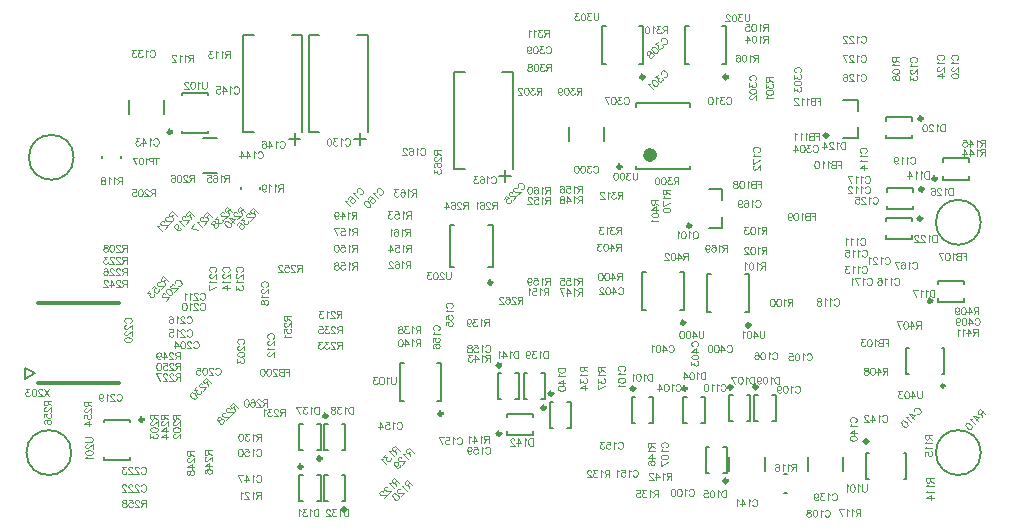
<source format=gbr>
%TF.GenerationSoftware,Altium Limited,Altium Designer,22.6.1 (34)*%
G04 Layer_Color=32896*
%FSLAX45Y45*%
%MOMM*%
%TF.SameCoordinates,07F994AE-BB1C-4BEA-A643-928B9DFDCC76*%
%TF.FilePolarity,Positive*%
%TF.FileFunction,Legend,Bot*%
%TF.Part,Single*%
G01*
G75*
%TA.AperFunction,NonConductor*%
%ADD101C,0.30000*%
%ADD102C,0.25000*%
%ADD103C,0.60000*%
%ADD104C,0.20000*%
%ADD105C,0.32000*%
%ADD106C,0.12000*%
%ADD107C,0.11000*%
D101*
X4002474Y2040000D02*
G03*
X4002474Y2040000I-15000J0D01*
G01*
X6185000Y1680000D02*
G03*
X6185000Y1680000I-15000J0D01*
G01*
X1050005Y879922D02*
G03*
X1050005Y879922I-15000J0D01*
G01*
X1290024Y3315000D02*
G03*
X1290024Y3315000I-15000J0D01*
G01*
X5685000Y2520000D02*
G03*
X5685000Y2520000I-15000J0D01*
G01*
X6845000Y3285000D02*
G03*
X6845000Y3285000I-15000J0D01*
G01*
X5210025Y1142500D02*
G03*
X5210025Y1142500I-15000J0D01*
G01*
X5994999Y360000D02*
G03*
X5994999Y360000I-15000J0D01*
G01*
X5647550Y1142500D02*
G03*
X5647550Y1142500I-15000J0D01*
G01*
X6034999Y1155000D02*
G03*
X6034999Y1155000I-15000J0D01*
G01*
X6247499D02*
G03*
X6247499Y1155000I-15000J0D01*
G01*
X7764999Y2920000D02*
G03*
X7764999Y2920000I-15000J0D01*
G01*
X7725000Y1884974D02*
G03*
X7725000Y1884974I-15000J0D01*
G01*
X7640000Y2580000D02*
G03*
X7640000Y2580000I-15000J0D01*
G01*
X7644999Y3429975D02*
G03*
X7644999Y3429975I-15000J0D01*
G01*
X7652499Y2830000D02*
G03*
X7652499Y2830000I-15000J0D01*
G01*
X2395000Y480000D02*
G03*
X2395000Y480000I-15000J0D01*
G01*
X2765000Y120000D02*
G03*
X2765000Y120000I-15000J0D01*
G01*
X2555000Y550000D02*
G03*
X2555000Y550000I-15000J0D01*
G01*
X2605000Y910000D02*
G03*
X2605000Y910000I-15000J0D01*
G01*
X4454999Y980000D02*
G03*
X4454999Y980000I-15000J0D01*
G01*
X4514999Y1100000D02*
G03*
X4514999Y1100000I-15000J0D01*
G01*
X4075000Y1340000D02*
G03*
X4075000Y1340000I-15000J0D01*
G01*
X4075076Y760000D02*
G03*
X4075076Y760000I-15000J0D01*
G01*
X3580025Y929974D02*
G03*
X3580025Y929974I-15000J0D01*
G01*
X5095000Y3020000D02*
G03*
X5095000Y3020000I-15000J0D01*
G01*
X5995000Y3780026D02*
G03*
X5995000Y3780026I-15000J0D01*
G01*
X5290050Y3780000D02*
G03*
X5290050Y3780000I-15000J0D01*
G01*
X5635000Y1700000D02*
G03*
X5635000Y1700000I-15000J0D01*
G01*
X7184999Y695000D02*
G03*
X7184999Y695000I-15000J0D01*
G01*
D102*
X7832498Y1165000D02*
G03*
X7832498Y1165000I-12500J0D01*
G01*
D103*
X5370000Y3120000D02*
G03*
X5370000Y3120000I-30000J0D01*
G01*
D104*
X459993Y3099997D02*
G03*
X459993Y3099997I-190000J0D01*
G01*
X8139997Y599997D02*
G03*
X8139997Y599997I-190000J0D01*
G01*
X8139998Y2549997D02*
G03*
X8139998Y2549997I-190000J0D01*
G01*
X439994Y599996D02*
G03*
X439994Y599996I-190000J0D01*
G01*
X3647474Y2170000D02*
Y2530000D01*
Y2170000D02*
X3682474D01*
X3647474Y2530000D02*
X3682474D01*
X3967474D02*
X4007474D01*
Y2170000D02*
Y2530000D01*
X3967474Y2170000D02*
X4007474D01*
X6140000Y1790000D02*
X6175000D01*
Y2110000D01*
X6140000D02*
X6175000D01*
X5825000D02*
X5860000D01*
X5825000Y1790000D02*
Y2110000D01*
Y1790000D02*
X5860000D01*
X7509998Y1265000D02*
Y1485000D01*
X7829998Y1265000D02*
Y1485000D01*
X7809998D02*
X7829998D01*
X7809998Y1265000D02*
X7829998D01*
X7509998D02*
X7529998D01*
X7509998Y1485000D02*
X7529998D01*
X715005Y859922D02*
Y879922D01*
X935005D01*
Y859922D02*
Y879922D01*
X935004Y539922D02*
X935005Y559922D01*
X715005Y539921D02*
X935004Y539922D01*
X715005Y539921D02*
Y559922D01*
X1595024Y3625000D02*
Y3645000D01*
X1375024Y3625000D02*
Y3645000D01*
Y3305000D02*
Y3325000D01*
X1595024Y3305000D02*
Y3325000D01*
X1375024Y3645000D02*
X1595023D01*
X1375024Y3305000D02*
X1595023D01*
X5840000Y2505000D02*
X5950000D01*
Y2597500D01*
X5840000Y2835000D02*
X5950000D01*
Y2742500D02*
Y2835000D01*
X7100000Y3495000D02*
Y3585000D01*
X6970000D02*
X7100000D01*
Y3265000D02*
Y3355000D01*
X6970000Y3265000D02*
X7100000D01*
X49999Y1320000D02*
X134999Y1270000D01*
X49999Y1220000D02*
X134999Y1270000D01*
X49999Y1220000D02*
Y1320000D01*
X2040000Y2830000D02*
Y2850000D01*
X1880000Y2830000D02*
Y2850000D01*
X4180000Y3000000D02*
Y3810000D01*
X3680000Y3820000D02*
X3770000D01*
X3680000Y3810000D02*
Y3820000D01*
Y3000000D02*
X3770000D01*
X3680000D02*
Y3810000D01*
X4090000Y3820000D02*
X4180000D01*
Y3810000D02*
Y3820000D01*
X4949999Y3240000D02*
Y3360000D01*
X4649999Y3240000D02*
Y3360000D01*
X2949999Y3315000D02*
Y4125000D01*
X2449999Y4135000D02*
X2539999D01*
X2449999Y4125000D02*
Y4135000D01*
Y3315000D02*
X2539999D01*
X2449999D02*
Y4125000D01*
X2859999Y4135000D02*
X2949999D01*
Y4125000D02*
Y4135000D01*
X6675023Y445000D02*
Y565000D01*
X6975023Y445000D02*
Y565000D01*
X2395075Y3315000D02*
Y4125000D01*
X1895075Y4135000D02*
X1985075D01*
X1895075Y4125000D02*
Y4135000D01*
Y3315000D02*
X1985075D01*
X1895075D02*
Y4125000D01*
X2305075Y4135000D02*
X2395075D01*
Y4125000D02*
Y4135000D01*
X5365026Y912500D02*
Y1012500D01*
X5185025Y912500D02*
Y1012500D01*
Y877500D02*
Y912500D01*
Y1012500D02*
Y1072500D01*
X5215026D01*
X5185025Y852500D02*
Y877500D01*
Y852500D02*
X5215026D01*
X5365026D02*
Y912500D01*
X5335025Y852500D02*
X5365026D01*
Y1012500D02*
Y1072500D01*
X5335025D02*
X5365026D01*
X5809999Y430000D02*
X5839999D01*
X5809999D02*
Y490000D01*
Y650000D02*
X5839999D01*
X5809999Y590000D02*
Y650000D01*
X5959999D02*
X5989999D01*
Y625000D02*
Y650000D01*
X5959999Y430000D02*
X5989999D01*
Y490000D01*
Y590000D02*
Y625000D01*
Y490000D02*
Y590000D01*
X5809999Y490000D02*
Y590000D01*
X5772550Y1072500D02*
X5802550D01*
Y1012500D02*
Y1072500D01*
X5772550Y852500D02*
X5802550D01*
Y912500D01*
X5622550Y852500D02*
X5652550D01*
X5622550D02*
Y877500D01*
Y1072500D02*
X5652550D01*
X5622550Y1012500D02*
Y1072500D01*
Y877500D02*
Y912500D01*
Y1012500D01*
X5802550Y912500D02*
Y1012500D01*
X6159999Y1085000D02*
X6189999D01*
Y1025000D02*
Y1085000D01*
X6159999Y865000D02*
X6189999D01*
Y925000D01*
X6009999Y865000D02*
X6039999D01*
X6009999D02*
Y890000D01*
Y1085000D02*
X6039999D01*
X6009999Y1025000D02*
Y1085000D01*
Y890000D02*
Y925000D01*
Y1025000D01*
X6189999Y925000D02*
Y1025000D01*
X6372499Y1085000D02*
X6402499D01*
Y1025000D02*
Y1085000D01*
X6372499Y865000D02*
X6402499D01*
Y925000D01*
X6222499Y865000D02*
X6252499D01*
X6222499D02*
Y890000D01*
Y1085000D02*
X6252499D01*
X6222499Y1025000D02*
Y1085000D01*
Y890000D02*
Y925000D01*
Y1025000D01*
X6402499Y925000D02*
Y1025000D01*
X7819999Y3060000D02*
Y3090000D01*
X7879999D01*
X8039999Y3060000D02*
Y3090000D01*
X7979999D02*
X8039999D01*
Y2910000D02*
Y2940000D01*
X8014999Y2910000D02*
X8039999D01*
X7819999D02*
Y2940000D01*
Y2910000D02*
X7879999D01*
X7979999D02*
X8014999D01*
X7879999D02*
X7979999D01*
X7879999Y3090000D02*
X7979999D01*
X7779999Y2024974D02*
Y2054974D01*
X7840000D01*
X7999999Y2024974D02*
Y2054974D01*
X7939999D02*
X7999999D01*
Y1874974D02*
Y1904974D01*
X7975000Y1874974D02*
X7999999D01*
X7779999D02*
Y1904974D01*
Y1874974D02*
X7840000D01*
X7939999D02*
X7975000D01*
X7840000D02*
X7939999D01*
X7840000Y2054974D02*
X7939999D01*
X7555000Y2410000D02*
Y2440000D01*
X7495000Y2410000D02*
X7555000D01*
X7335000D02*
Y2440000D01*
Y2410000D02*
X7395000D01*
X7335000Y2560000D02*
Y2590000D01*
X7360000D01*
X7555000Y2560000D02*
Y2590000D01*
X7495000D02*
X7555000D01*
X7360000D02*
X7395000D01*
X7495000D01*
X7395000Y2410000D02*
X7495000D01*
X7560000Y3259975D02*
Y3289975D01*
X7499999Y3259975D02*
X7560000D01*
X7340000D02*
Y3289975D01*
Y3259975D02*
X7400000D01*
X7340000Y3409975D02*
Y3439975D01*
X7364999D01*
X7560000Y3409975D02*
Y3439975D01*
X7499999D02*
X7560000D01*
X7364999D02*
X7400000D01*
X7499999D01*
X7400000Y3259975D02*
X7499999D01*
X7567499Y2660000D02*
Y2690000D01*
X7507499Y2660000D02*
X7567499D01*
X7347499D02*
Y2690000D01*
Y2660000D02*
X7407499D01*
X7347499Y2810000D02*
Y2840000D01*
X7372499D01*
X7567499Y2810000D02*
Y2840000D01*
X7507499D02*
X7567499D01*
X7372499D02*
X7407499D01*
X7507499D01*
X7407499Y2660000D02*
X7507499D01*
X2550000Y250000D02*
Y350000D01*
X2370000Y250000D02*
Y350000D01*
Y215000D02*
Y250000D01*
Y350000D02*
Y410000D01*
X2400000D01*
X2370000Y190000D02*
Y215000D01*
Y190000D02*
X2400000D01*
X2550000D02*
Y250000D01*
X2520000Y190000D02*
X2550000D01*
Y350000D02*
Y410000D01*
X2520000D02*
X2550000D01*
X2580000Y250000D02*
Y350000D01*
X2760000Y250000D02*
Y350000D01*
Y385000D01*
Y190000D02*
Y250000D01*
X2730000Y190000D02*
X2760000D01*
Y385000D02*
Y410000D01*
X2730000D02*
X2760000D01*
X2580000Y350000D02*
Y410000D01*
X2610000D01*
X2580000Y190000D02*
Y250000D01*
Y190000D02*
X2610000D01*
X2370000Y680000D02*
Y780000D01*
X2550000Y680000D02*
Y780000D01*
Y815000D01*
Y620000D02*
Y680000D01*
X2520000Y620000D02*
X2550000D01*
Y815000D02*
Y840000D01*
X2520000D02*
X2550000D01*
X2370000Y780000D02*
Y840000D01*
X2400000D01*
X2370000Y620000D02*
Y680000D01*
Y620000D02*
X2400000D01*
X2760000Y680000D02*
Y780000D01*
X2580000Y680000D02*
Y780000D01*
Y645000D02*
Y680000D01*
Y780000D02*
Y840000D01*
X2610000D01*
X2580000Y620000D02*
Y645000D01*
Y620000D02*
X2610000D01*
X2760000D02*
Y680000D01*
X2730000Y620000D02*
X2760000D01*
Y780000D02*
Y840000D01*
X2730000D02*
X2760000D01*
X4269999Y1050000D02*
X4299999D01*
X4269999D02*
Y1110000D01*
Y1270000D02*
X4299999D01*
X4269999Y1210000D02*
Y1270000D01*
X4419999D02*
X4449999D01*
Y1245000D02*
Y1270000D01*
X4419999Y1050000D02*
X4449999D01*
Y1110000D01*
Y1210000D02*
Y1245000D01*
Y1110000D02*
Y1210000D01*
X4269999Y1110000D02*
Y1210000D01*
X4669999Y870000D02*
Y970000D01*
X4489999Y870000D02*
Y970000D01*
Y835000D02*
Y870000D01*
Y970000D02*
Y1030000D01*
X4519999D01*
X4489999Y810000D02*
Y835000D01*
Y810000D02*
X4519999D01*
X4669999D02*
Y870000D01*
X4639999Y810000D02*
X4669999D01*
Y970000D02*
Y1030000D01*
X4639999D02*
X4669999D01*
X4230000Y1110000D02*
Y1210000D01*
X4050000Y1110000D02*
Y1210000D01*
Y1075000D02*
Y1110000D01*
Y1210000D02*
Y1270000D01*
X4080000D01*
X4050000Y1050000D02*
Y1075000D01*
Y1050000D02*
X4080000D01*
X4230000D02*
Y1110000D01*
X4200000Y1050000D02*
X4230000D01*
Y1210000D02*
Y1270000D01*
X4200000D02*
X4230000D01*
X4130076Y900000D02*
Y930000D01*
X4190076D01*
X4350076Y900000D02*
Y930000D01*
X4290076D02*
X4350076D01*
Y750000D02*
Y780000D01*
X4325076Y750000D02*
X4350076D01*
X4130076D02*
Y780000D01*
Y750000D02*
X4190076D01*
X4290076D02*
X4325076D01*
X4190076D02*
X4290076D01*
X4190076Y930000D02*
X4290076D01*
X6477499Y257500D02*
X6497499D01*
X6477499Y417500D02*
X6497499D01*
X700000Y3090000D02*
Y3110000D01*
X860000Y3090000D02*
Y3110000D01*
X3220026Y1039974D02*
X3255025D01*
X3220026D02*
Y1359974D01*
X3255025D01*
X3535025D02*
X3570025D01*
Y1039974D02*
Y1359974D01*
X3535025Y1039974D02*
X3570025D01*
X5220000Y3000000D02*
X5680000D01*
X5220000Y3560000D02*
X5680000D01*
Y3530000D02*
Y3560000D01*
X5220000Y3530000D02*
Y3560000D01*
X5680000Y3000000D02*
Y3030000D01*
X5220000Y3000000D02*
Y3030000D01*
X5635000Y3890026D02*
X5670000D01*
X5635000D02*
Y4210026D01*
X5670000D01*
X5950000D02*
X5985000D01*
Y3890026D02*
Y4210026D01*
X5950000Y3890026D02*
X5985000D01*
X5245050Y3890000D02*
X5280050D01*
Y4210000D01*
X5245050D02*
X5280050D01*
X4930051D02*
X4965051D01*
X4930051Y3890000D02*
Y4210000D01*
Y3890000D02*
X4965051D01*
X5275000Y1810000D02*
X5310000D01*
X5275000D02*
Y2130000D01*
X5310000D01*
X5590000D02*
X5625000D01*
Y1810000D02*
Y2130000D01*
X5590000Y1810000D02*
X5625000D01*
X7169999Y375000D02*
Y595000D01*
Y375000D02*
X7189999D01*
X7509999D02*
Y595000D01*
X7489999Y375000D02*
X7509999D01*
X7169999Y585000D02*
Y595000D01*
X7189999D01*
X7489999D02*
X7509999D01*
X6309974Y444975D02*
Y564975D01*
X6009974Y444975D02*
Y564975D01*
X924998Y3465000D02*
Y3585000D01*
X1224998Y3465000D02*
Y3585000D01*
X1555049Y2964975D02*
X1675049D01*
X1555049Y3264975D02*
X1675049D01*
X4114976Y2890000D02*
Y2989968D01*
X4164960Y2939984D02*
X4064992D01*
X2884975Y3205000D02*
Y3304968D01*
X2934959Y3254984D02*
X2834991D01*
X2330050Y3205000D02*
Y3304968D01*
X2380034Y3254984D02*
X2280067D01*
D105*
X159999Y1190000D02*
X840000D01*
X159999Y1870000D02*
X840000D01*
D106*
X3652317Y2126894D02*
Y2084046D01*
X3649461Y2075476D01*
X3643748Y2069763D01*
X3635178Y2066907D01*
X3629465D01*
X3620895Y2069763D01*
X3615182Y2075476D01*
X3612326Y2084046D01*
Y2126894D01*
X3592901Y2112611D02*
Y2115468D01*
X3590045Y2121181D01*
X3587188Y2124037D01*
X3581475Y2126894D01*
X3570049D01*
X3564336Y2124037D01*
X3561480Y2121181D01*
X3558623Y2115468D01*
Y2109754D01*
X3561480Y2104042D01*
X3567193Y2095472D01*
X3595758Y2066907D01*
X3555767D01*
X3525202Y2126894D02*
X3533771Y2124037D01*
X3539484Y2115468D01*
X3542341Y2101185D01*
Y2092615D01*
X3539484Y2078333D01*
X3533771Y2069763D01*
X3525202Y2066907D01*
X3519489D01*
X3510919Y2069763D01*
X3505206Y2078333D01*
X3502350Y2092615D01*
Y2101185D01*
X3505206Y2115468D01*
X3510919Y2124037D01*
X3519489Y2126894D01*
X3525202D01*
X3483211D02*
X3451789D01*
X3468928Y2104042D01*
X3460359D01*
X3454646Y2101185D01*
X3451789Y2098329D01*
X3448933Y2089759D01*
Y2084046D01*
X3451789Y2075476D01*
X3457502Y2069763D01*
X3466072Y2066907D01*
X3474641D01*
X3483211Y2069763D01*
X3486067Y2072620D01*
X3488924Y2078333D01*
X6308838Y1629994D02*
Y1587146D01*
X6305981Y1578576D01*
X6300268Y1572863D01*
X6291699Y1570007D01*
X6285986D01*
X6277416Y1572863D01*
X6271703Y1578576D01*
X6268846Y1587146D01*
Y1629994D01*
X6223713D02*
X6252279Y1590002D01*
X6209431D01*
X6223713Y1629994D02*
Y1570007D01*
X6181722Y1629994D02*
X6190292Y1627137D01*
X6196005Y1618568D01*
X6198862Y1604285D01*
Y1595715D01*
X6196005Y1581433D01*
X6190292Y1572863D01*
X6181722Y1570007D01*
X6176009D01*
X6167440Y1572863D01*
X6161727Y1581433D01*
X6158870Y1595715D01*
Y1604285D01*
X6161727Y1618568D01*
X6167440Y1627137D01*
X6176009Y1629994D01*
X6181722D01*
X6145445Y1618568D02*
X6139732Y1621424D01*
X6131162Y1629994D01*
Y1570007D01*
X7641692Y1119994D02*
Y1077146D01*
X7638836Y1068576D01*
X7633123Y1062863D01*
X7624553Y1060007D01*
X7618840D01*
X7610270Y1062863D01*
X7604557Y1068576D01*
X7601701Y1077146D01*
Y1119994D01*
X7556568D02*
X7585133Y1080002D01*
X7542285D01*
X7556568Y1119994D02*
Y1060007D01*
X7514577Y1119994D02*
X7523146Y1117137D01*
X7528859Y1108568D01*
X7531716Y1094285D01*
Y1085715D01*
X7528859Y1071433D01*
X7523146Y1062863D01*
X7514577Y1060007D01*
X7508864D01*
X7500294Y1062863D01*
X7494581Y1071433D01*
X7491725Y1085715D01*
Y1094285D01*
X7494581Y1108568D01*
X7500294Y1117137D01*
X7508864Y1119994D01*
X7514577D01*
X7472586D02*
X7441164D01*
X7458303Y1097142D01*
X7449734D01*
X7444021Y1094285D01*
X7441164Y1091429D01*
X7438308Y1082859D01*
Y1077146D01*
X7441164Y1068576D01*
X7446877Y1062863D01*
X7455447Y1060007D01*
X7464016D01*
X7472586Y1062863D01*
X7475443Y1065720D01*
X7478299Y1071433D01*
X560006Y728838D02*
X602854D01*
X611424Y725981D01*
X617137Y720268D01*
X619993Y711699D01*
Y705986D01*
X617137Y697416D01*
X611424Y691703D01*
X602854Y688846D01*
X560006D01*
X574289Y669422D02*
X571432D01*
X565719Y666566D01*
X562863Y663709D01*
X560006Y657996D01*
Y646570D01*
X562863Y640857D01*
X565719Y638000D01*
X571432Y635144D01*
X577146D01*
X582859Y638000D01*
X591428Y643713D01*
X619993Y672279D01*
Y632287D01*
X560006Y601722D02*
X562863Y610292D01*
X571432Y616005D01*
X585715Y618862D01*
X594285D01*
X608567Y616005D01*
X617137Y610292D01*
X619993Y601722D01*
Y596009D01*
X617137Y587440D01*
X608567Y581727D01*
X594285Y578870D01*
X585715D01*
X571432Y581727D01*
X562863Y587440D01*
X560006Y596009D01*
Y601722D01*
X571432Y565445D02*
X568576Y559732D01*
X560006Y551162D01*
X619993D01*
X1586979Y3739994D02*
Y3697146D01*
X1584123Y3688576D01*
X1578410Y3682863D01*
X1569840Y3680007D01*
X1564127D01*
X1555557Y3682863D01*
X1549844Y3688576D01*
X1546988Y3697146D01*
Y3739994D01*
X1530420Y3728568D02*
X1524707Y3731424D01*
X1516137Y3739994D01*
Y3680007D01*
X1469290Y3739994D02*
X1477860Y3737137D01*
X1483573Y3728568D01*
X1486429Y3714285D01*
Y3705715D01*
X1483573Y3691433D01*
X1477860Y3682863D01*
X1469290Y3680007D01*
X1463577D01*
X1455008Y3682863D01*
X1449295Y3691433D01*
X1446438Y3705715D01*
Y3714285D01*
X1449295Y3728568D01*
X1455008Y3737137D01*
X1463577Y3739994D01*
X1469290D01*
X1430156Y3725711D02*
Y3728568D01*
X1427299Y3734281D01*
X1424443Y3737137D01*
X1418730Y3739994D01*
X1407304D01*
X1401591Y3737137D01*
X1398734Y3734281D01*
X1395878Y3728568D01*
Y3722854D01*
X1398734Y3717141D01*
X1404447Y3708572D01*
X1433012Y3680007D01*
X1393021D01*
X5728557Y2472850D02*
X5734270Y2469994D01*
X5739983Y2464281D01*
X5742839Y2458568D01*
X5745696Y2449998D01*
Y2435715D01*
X5742839Y2427146D01*
X5739983Y2421433D01*
X5734270Y2415720D01*
X5728557Y2412863D01*
X5717131D01*
X5711418Y2415720D01*
X5705705Y2421433D01*
X5702848Y2427146D01*
X5699991Y2435715D01*
Y2449998D01*
X5702848Y2458568D01*
X5705705Y2464281D01*
X5711418Y2469994D01*
X5717131Y2472850D01*
X5728557D01*
X5719987Y2424289D02*
X5702848Y2407150D01*
X5685994Y2461424D02*
X5680282Y2464281D01*
X5671712Y2472850D01*
Y2412863D01*
X5624865Y2472850D02*
X5633435Y2469994D01*
X5639147Y2461424D01*
X5642004Y2447141D01*
Y2438572D01*
X5639147Y2424289D01*
X5633435Y2415720D01*
X5624865Y2412863D01*
X5619152D01*
X5610582Y2415720D01*
X5604869Y2424289D01*
X5602013Y2438572D01*
Y2447141D01*
X5604869Y2461424D01*
X5610582Y2469994D01*
X5619152Y2472850D01*
X5624865D01*
X5588587Y2461424D02*
X5582874Y2464281D01*
X5574304Y2472850D01*
Y2412863D01*
X6991836Y3229994D02*
Y3170007D01*
Y3229994D02*
X6971840D01*
X6963271Y3227137D01*
X6957558Y3221424D01*
X6954701Y3215711D01*
X6951845Y3207141D01*
Y3192859D01*
X6954701Y3184289D01*
X6957558Y3178576D01*
X6963271Y3172863D01*
X6971840Y3170007D01*
X6991836D01*
X6938419Y3218568D02*
X6932706Y3221424D01*
X6924136Y3229994D01*
Y3170007D01*
X6891572Y3215711D02*
Y3218568D01*
X6888715Y3224281D01*
X6885859Y3227137D01*
X6880146Y3229994D01*
X6868720D01*
X6863007Y3227137D01*
X6860150Y3224281D01*
X6857294Y3218568D01*
Y3212854D01*
X6860150Y3207141D01*
X6865863Y3198572D01*
X6894428Y3170007D01*
X6854437D01*
X6812446Y3229994D02*
X6841011Y3190002D01*
X6798164D01*
X6812446Y3229994D02*
Y3170007D01*
X250121Y1139994D02*
X210130Y1080007D01*
Y1139994D02*
X250121Y1080007D01*
X193847Y1125711D02*
Y1128568D01*
X190991Y1134281D01*
X188134Y1137137D01*
X182421Y1139994D01*
X170995D01*
X165282Y1137137D01*
X162426Y1134281D01*
X159569Y1128568D01*
Y1122854D01*
X162426Y1117142D01*
X168139Y1108572D01*
X196704Y1080007D01*
X156713D01*
X126148Y1139994D02*
X134718Y1137137D01*
X140431Y1128568D01*
X143287Y1114285D01*
Y1105715D01*
X140431Y1091433D01*
X134718Y1082863D01*
X126148Y1080007D01*
X120435D01*
X111865Y1082863D01*
X106152Y1091433D01*
X103296Y1105715D01*
Y1114285D01*
X106152Y1128568D01*
X111865Y1137137D01*
X120435Y1139994D01*
X126148D01*
X84157D02*
X52735D01*
X69874Y1117142D01*
X61305D01*
X55592Y1114285D01*
X52735Y1111429D01*
X49879Y1102859D01*
Y1097146D01*
X52735Y1088576D01*
X58448Y1082863D01*
X67018Y1080007D01*
X75587D01*
X84157Y1082863D01*
X87014Y1085720D01*
X89870Y1091433D01*
X2229266Y2869993D02*
Y2810007D01*
Y2869993D02*
X2203558D01*
X2194988Y2867137D01*
X2192132Y2864281D01*
X2189275Y2858568D01*
Y2852854D01*
X2192132Y2847141D01*
X2194988Y2844285D01*
X2203558Y2841428D01*
X2229266D01*
X2209271D02*
X2189275Y2810007D01*
X2175849Y2858568D02*
X2170136Y2861424D01*
X2161567Y2869993D01*
Y2810007D01*
X2131859Y2858568D02*
X2126146Y2861424D01*
X2117576Y2869993D01*
Y2810007D01*
X2050734Y2849998D02*
X2053590Y2841428D01*
X2059303Y2835715D01*
X2067873Y2832859D01*
X2070729D01*
X2079299Y2835715D01*
X2085012Y2841428D01*
X2087868Y2849998D01*
Y2852854D01*
X2085012Y2861424D01*
X2079299Y2867137D01*
X2070729Y2869993D01*
X2067873D01*
X2059303Y2867137D01*
X2053590Y2861424D01*
X2050734Y2849998D01*
Y2835715D01*
X2053590Y2821433D01*
X2059303Y2812863D01*
X2067873Y2810007D01*
X2073586D01*
X2082155Y2812863D01*
X2085012Y2818576D01*
X3395408Y1559994D02*
Y1500007D01*
Y1559994D02*
X3369699D01*
X3361129Y1557137D01*
X3358273Y1554281D01*
X3355416Y1548568D01*
Y1542854D01*
X3358273Y1537141D01*
X3361129Y1534285D01*
X3369699Y1531428D01*
X3395408D01*
X3375412D02*
X3355416Y1500007D01*
X3341991Y1548568D02*
X3336278Y1551424D01*
X3327708Y1559994D01*
Y1500007D01*
X3269435Y1559994D02*
X3298000Y1520002D01*
X3255152D01*
X3269435Y1559994D02*
Y1500007D01*
X3227444Y1559994D02*
X3236014Y1557137D01*
X3241727Y1548568D01*
X3244583Y1534285D01*
Y1525715D01*
X3241727Y1511433D01*
X3236014Y1502863D01*
X3227444Y1500007D01*
X3221731D01*
X3213161Y1502863D01*
X3207448Y1511433D01*
X3204592Y1525715D01*
Y1534285D01*
X3207448Y1548568D01*
X3213161Y1557137D01*
X3221731Y1559994D01*
X3227444D01*
X1360121Y1359993D02*
Y1300007D01*
Y1359993D02*
X1334412D01*
X1325843Y1357137D01*
X1322986Y1354281D01*
X1320130Y1348568D01*
Y1342854D01*
X1322986Y1337141D01*
X1325843Y1334285D01*
X1334412Y1331428D01*
X1360121D01*
X1340125D02*
X1320130Y1300007D01*
X1303848Y1345711D02*
Y1348568D01*
X1300991Y1354281D01*
X1298135Y1357137D01*
X1292421Y1359993D01*
X1280995D01*
X1275282Y1357137D01*
X1272426Y1354281D01*
X1269569Y1348568D01*
Y1342854D01*
X1272426Y1337141D01*
X1278139Y1328572D01*
X1306704Y1300007D01*
X1266713D01*
X1219009Y1359993D02*
X1247574D01*
X1250431Y1334285D01*
X1247574Y1337141D01*
X1239004Y1339998D01*
X1230435D01*
X1221865Y1337141D01*
X1216152Y1331428D01*
X1213296Y1322859D01*
Y1317146D01*
X1216152Y1308576D01*
X1221865Y1302863D01*
X1230435Y1300007D01*
X1239004D01*
X1247574Y1302863D01*
X1250431Y1305720D01*
X1253287Y1311433D01*
X1182731Y1359993D02*
X1191301Y1357137D01*
X1197014Y1348568D01*
X1199870Y1334285D01*
Y1325715D01*
X1197014Y1311433D01*
X1191301Y1302863D01*
X1182731Y1300007D01*
X1177018D01*
X1168448Y1302863D01*
X1162735Y1311433D01*
X1159879Y1325715D01*
Y1334285D01*
X1162735Y1348568D01*
X1168448Y1357137D01*
X1177018Y1359993D01*
X1182731D01*
X2282116Y1309994D02*
Y1250007D01*
Y1309994D02*
X2244982D01*
X2282116Y1281428D02*
X2259264D01*
X2238126Y1309994D02*
Y1250007D01*
Y1309994D02*
X2212417D01*
X2203848Y1307137D01*
X2200991Y1304281D01*
X2198135Y1298568D01*
Y1292854D01*
X2200991Y1287141D01*
X2203848Y1284285D01*
X2212417Y1281428D01*
X2238126D02*
X2212417D01*
X2203848Y1278572D01*
X2200991Y1275715D01*
X2198135Y1270002D01*
Y1261433D01*
X2200991Y1255720D01*
X2203848Y1252863D01*
X2212417Y1250007D01*
X2238126D01*
X2181852Y1295711D02*
Y1298568D01*
X2178996Y1304281D01*
X2176139Y1307137D01*
X2170426Y1309994D01*
X2159000D01*
X2153287Y1307137D01*
X2150431Y1304281D01*
X2147574Y1298568D01*
Y1292854D01*
X2150431Y1287141D01*
X2156144Y1278572D01*
X2184709Y1250007D01*
X2144718D01*
X2114153Y1309994D02*
X2122722Y1307137D01*
X2128435Y1298568D01*
X2131292Y1284285D01*
Y1275715D01*
X2128435Y1261433D01*
X2122722Y1252863D01*
X2114153Y1250007D01*
X2108440D01*
X2099870Y1252863D01*
X2094157Y1261433D01*
X2091301Y1275715D01*
Y1284285D01*
X2094157Y1298568D01*
X2099870Y1307137D01*
X2108440Y1309994D01*
X2114153D01*
X2060736D02*
X2069305Y1307137D01*
X2075018Y1298568D01*
X2077875Y1284285D01*
Y1275715D01*
X2075018Y1261433D01*
X2069305Y1252863D01*
X2060736Y1250007D01*
X2055023D01*
X2046453Y1252863D01*
X2040740Y1261433D01*
X2037884Y1275715D01*
Y1284285D01*
X2040740Y1298568D01*
X2046453Y1307137D01*
X2055023Y1309994D01*
X2060736D01*
X6782690Y3604994D02*
Y3545007D01*
Y3604994D02*
X6745555D01*
X6782690Y3576428D02*
X6759838D01*
X6738699Y3604994D02*
Y3545007D01*
Y3604994D02*
X6712991D01*
X6704421Y3602137D01*
X6701564Y3599281D01*
X6698708Y3593568D01*
Y3587854D01*
X6701564Y3582141D01*
X6704421Y3579285D01*
X6712991Y3576428D01*
X6738699D02*
X6712991D01*
X6704421Y3573572D01*
X6701564Y3570715D01*
X6698708Y3565002D01*
Y3556433D01*
X6701564Y3550720D01*
X6704421Y3547863D01*
X6712991Y3545007D01*
X6738699D01*
X6685282Y3593568D02*
X6679569Y3596424D01*
X6671000Y3604994D01*
Y3545007D01*
X6641292Y3593568D02*
X6635579Y3596424D01*
X6627009Y3604994D01*
Y3545007D01*
X6594445Y3590711D02*
Y3593568D01*
X6591588Y3599281D01*
X6588732Y3602137D01*
X6583019Y3604994D01*
X6571593D01*
X6565879Y3602137D01*
X6563023Y3599281D01*
X6560166Y3593568D01*
Y3587854D01*
X6563023Y3582141D01*
X6568736Y3573572D01*
X6597301Y3545007D01*
X6557310D01*
X3994131Y2925711D02*
X3996988Y2931424D01*
X4002701Y2937137D01*
X4008414Y2939994D01*
X4019840D01*
X4025553Y2937137D01*
X4031266Y2931424D01*
X4034122Y2925711D01*
X4036979Y2917141D01*
Y2902859D01*
X4034122Y2894289D01*
X4031266Y2888576D01*
X4025553Y2882863D01*
X4019840Y2880007D01*
X4008414D01*
X4002701Y2882863D01*
X3996988Y2888576D01*
X3994131Y2894289D01*
X3977278Y2928568D02*
X3971565Y2931424D01*
X3962995Y2939994D01*
Y2880007D01*
X3899009Y2931424D02*
X3901865Y2937137D01*
X3910435Y2939994D01*
X3916148D01*
X3924718Y2937137D01*
X3930431Y2928568D01*
X3933287Y2914285D01*
Y2900002D01*
X3930431Y2888576D01*
X3924718Y2882863D01*
X3916148Y2880007D01*
X3913291D01*
X3904722Y2882863D01*
X3899009Y2888576D01*
X3896152Y2897146D01*
Y2900002D01*
X3899009Y2908572D01*
X3904722Y2914285D01*
X3913291Y2917141D01*
X3916148D01*
X3924718Y2914285D01*
X3930431Y2908572D01*
X3933287Y2900002D01*
X3877299Y2939994D02*
X3845878D01*
X3863017Y2917141D01*
X3854447D01*
X3848734Y2914285D01*
X3845878Y2911429D01*
X3843021Y2902859D01*
Y2897146D01*
X3845878Y2888576D01*
X3851590Y2882863D01*
X3860160Y2880007D01*
X3868730D01*
X3877299Y2882863D01*
X3880156Y2885720D01*
X3883012Y2891433D01*
X4860415Y3015711D02*
X4863272Y3021424D01*
X4868985Y3027137D01*
X4874698Y3029994D01*
X4886124D01*
X4891837Y3027137D01*
X4897550Y3021424D01*
X4900407Y3015711D01*
X4903263Y3007142D01*
Y2992859D01*
X4900407Y2984289D01*
X4897550Y2978576D01*
X4891837Y2972863D01*
X4886124Y2970007D01*
X4874698D01*
X4868985Y2972863D01*
X4863272Y2978576D01*
X4860415Y2984289D01*
X4837849Y3029994D02*
X4806427D01*
X4823566Y3007142D01*
X4814996D01*
X4809283Y3004285D01*
X4806427Y3001429D01*
X4803571Y2992859D01*
Y2987146D01*
X4806427Y2978576D01*
X4812140Y2972863D01*
X4820710Y2970007D01*
X4829279D01*
X4837849Y2972863D01*
X4840705Y2975720D01*
X4843562Y2981433D01*
X4773006Y3029994D02*
X4781575Y3027137D01*
X4787288Y3018568D01*
X4790145Y3004285D01*
Y2995715D01*
X4787288Y2981433D01*
X4781575Y2972863D01*
X4773006Y2970007D01*
X4767293D01*
X4758723Y2972863D01*
X4753010Y2981433D01*
X4750154Y2995715D01*
Y3004285D01*
X4753010Y3018568D01*
X4758723Y3027137D01*
X4767293Y3029994D01*
X4773006D01*
X4719589D02*
X4728158Y3027137D01*
X4733871Y3018568D01*
X4736728Y3004285D01*
Y2995715D01*
X4733871Y2981433D01*
X4728158Y2972863D01*
X4719589Y2970007D01*
X4713876D01*
X4705306Y2972863D01*
X4699593Y2981433D01*
X4696737Y2995715D01*
Y3004285D01*
X4699593Y3018568D01*
X4705306Y3027137D01*
X4713876Y3029994D01*
X4719589D01*
X7578278Y950497D02*
X7576258Y956556D01*
Y964636D01*
X7578278Y970695D01*
X7586357Y978775D01*
X7592417Y980795D01*
X7600496Y980795D01*
X7606556Y978775D01*
X7614635Y974735D01*
X7624735Y964636D01*
X7628774Y956556D01*
X7630794Y950497D01*
Y942417D01*
X7628774Y936358D01*
X7620695Y928278D01*
X7614635Y926258D01*
X7606556D01*
X7600496Y928278D01*
X7536062Y928480D02*
X7584539Y920401D01*
X7554241Y890103D01*
X7536062Y928480D02*
X7578479Y886063D01*
X7526569Y902828D02*
X7520509Y900808D01*
X7508390D01*
X7550807Y858391D01*
X7475264Y867682D02*
X7483344Y871722D01*
X7493443Y869702D01*
X7505562Y861623D01*
X7511622Y855563D01*
X7519701Y843444D01*
X7521721Y833345D01*
X7517681Y825265D01*
X7513642Y821225D01*
X7505562Y817185D01*
X7495463Y819205D01*
X7483344Y827285D01*
X7477284Y833345D01*
X7469205Y845464D01*
X7467185Y855563D01*
X7471225Y863642D01*
X7475264Y867682D01*
X1621788Y2130702D02*
X1616075Y2133559D01*
X1610362Y2139272D01*
X1607506Y2144985D01*
Y2156411D01*
X1610362Y2162124D01*
X1616075Y2167837D01*
X1621788Y2170694D01*
X1630358Y2173550D01*
X1644641D01*
X1653210Y2170694D01*
X1658923Y2167837D01*
X1664636Y2162124D01*
X1667493Y2156411D01*
Y2144985D01*
X1664636Y2139272D01*
X1658923Y2133559D01*
X1653210Y2130702D01*
X1621788Y2110992D02*
X1618932D01*
X1613219Y2108136D01*
X1610362Y2105279D01*
X1607506Y2099566D01*
Y2088140D01*
X1610362Y2082427D01*
X1613219Y2079570D01*
X1618932Y2076714D01*
X1624645D01*
X1630358Y2079570D01*
X1638927Y2085283D01*
X1667493Y2113849D01*
Y2073857D01*
X1618932Y2060432D02*
X1616075Y2054719D01*
X1607506Y2046149D01*
X1667493D01*
X1607506Y1976450D02*
X1667493Y2005015D01*
X1607506Y2016441D02*
Y1976450D01*
X5668202Y278211D02*
X5671059Y283924D01*
X5676771Y289637D01*
X5682484Y292493D01*
X5693911D01*
X5699624Y289637D01*
X5705337Y283924D01*
X5708193Y278211D01*
X5711050Y269641D01*
Y255359D01*
X5708193Y246789D01*
X5705337Y241076D01*
X5699624Y235363D01*
X5693911Y232507D01*
X5682484D01*
X5676771Y235363D01*
X5671059Y241076D01*
X5668202Y246789D01*
X5651348Y281068D02*
X5645635Y283924D01*
X5637066Y292493D01*
Y232507D01*
X5590219Y292493D02*
X5598788Y289637D01*
X5604501Y281068D01*
X5607358Y266785D01*
Y258215D01*
X5604501Y243933D01*
X5598788Y235363D01*
X5590219Y232507D01*
X5584506D01*
X5575936Y235363D01*
X5570223Y243933D01*
X5567367Y258215D01*
Y266785D01*
X5570223Y281068D01*
X5575936Y289637D01*
X5584506Y292493D01*
X5590219D01*
X5536802D02*
X5545371Y289637D01*
X5551084Y281068D01*
X5553941Y266785D01*
Y258215D01*
X5551084Y243933D01*
X5545371Y235363D01*
X5536802Y232507D01*
X5531089D01*
X5522519Y235363D01*
X5516806Y243933D01*
X5513950Y258215D01*
Y266785D01*
X5516806Y281068D01*
X5522519Y289637D01*
X5531089Y292493D01*
X5536802D01*
X5084289Y1292848D02*
X5078576Y1295705D01*
X5072863Y1301418D01*
X5070006Y1307130D01*
Y1318557D01*
X5072863Y1324270D01*
X5078576Y1329983D01*
X5084289Y1332839D01*
X5092858Y1335696D01*
X5107141D01*
X5115711Y1332839D01*
X5121424Y1329983D01*
X5127137Y1324270D01*
X5129993Y1318557D01*
Y1307130D01*
X5127137Y1301418D01*
X5121424Y1295705D01*
X5115711Y1292848D01*
X5081432Y1275994D02*
X5078576Y1270281D01*
X5070006Y1261712D01*
X5129993D01*
X5070006Y1214865D02*
X5072863Y1223434D01*
X5081432Y1229147D01*
X5095715Y1232004D01*
X5104285D01*
X5118567Y1229147D01*
X5127137Y1223434D01*
X5129993Y1214865D01*
Y1209152D01*
X5127137Y1200582D01*
X5118567Y1194869D01*
X5104285Y1192013D01*
X5095715D01*
X5081432Y1194869D01*
X5072863Y1200582D01*
X5070006Y1209152D01*
Y1214865D01*
X5081432Y1178587D02*
X5078576Y1172874D01*
X5070006Y1164304D01*
X5129993D01*
X5446789Y643202D02*
X5441076Y646059D01*
X5435363Y651772D01*
X5432506Y657485D01*
Y668911D01*
X5435363Y674624D01*
X5441076Y680337D01*
X5446789Y683193D01*
X5455358Y686050D01*
X5469641D01*
X5478211Y683193D01*
X5483924Y680337D01*
X5489637Y674624D01*
X5492493Y668911D01*
Y657485D01*
X5489637Y651772D01*
X5483924Y646059D01*
X5478211Y643202D01*
X5443932Y626349D02*
X5441076Y620636D01*
X5432506Y612066D01*
X5492493D01*
X5432506Y565219D02*
X5435363Y573789D01*
X5443932Y579502D01*
X5458215Y582358D01*
X5466785D01*
X5481067Y579502D01*
X5489637Y573789D01*
X5492493Y565219D01*
Y559506D01*
X5489637Y550936D01*
X5481067Y545223D01*
X5466785Y542367D01*
X5458215D01*
X5443932Y545223D01*
X5435363Y550936D01*
X5432506Y559506D01*
Y565219D01*
Y488950D02*
X5492493Y517515D01*
X5432506Y528941D02*
Y488950D01*
X5557130Y1165711D02*
X5559987Y1171424D01*
X5565700Y1177137D01*
X5571413Y1179994D01*
X5582839D01*
X5588552Y1177137D01*
X5594265Y1171424D01*
X5597122Y1165711D01*
X5599978Y1157141D01*
Y1142859D01*
X5597122Y1134289D01*
X5594265Y1128576D01*
X5588552Y1122863D01*
X5582839Y1120007D01*
X5571413D01*
X5565700Y1122863D01*
X5559987Y1128576D01*
X5557130Y1134289D01*
X5540277Y1168568D02*
X5534564Y1171424D01*
X5525994Y1179994D01*
Y1120007D01*
X5479147Y1179994D02*
X5487717Y1177137D01*
X5493430Y1168568D01*
X5496286Y1154285D01*
Y1145715D01*
X5493430Y1131433D01*
X5487717Y1122863D01*
X5479147Y1120007D01*
X5473434D01*
X5464864Y1122863D01*
X5459151Y1131433D01*
X5456295Y1145715D01*
Y1154285D01*
X5459151Y1168568D01*
X5464864Y1177137D01*
X5473434Y1179994D01*
X5479147D01*
X5414304D02*
X5442869Y1140002D01*
X5400021D01*
X5414304Y1179994D02*
Y1120007D01*
X5938489Y1165711D02*
X5941345Y1171424D01*
X5947058Y1177137D01*
X5952771Y1179994D01*
X5964197D01*
X5969910Y1177137D01*
X5975624Y1171424D01*
X5978480Y1165711D01*
X5981337Y1157141D01*
Y1142859D01*
X5978480Y1134289D01*
X5975624Y1128576D01*
X5969910Y1122863D01*
X5964197Y1120007D01*
X5952771D01*
X5947058Y1122863D01*
X5941345Y1128576D01*
X5938489Y1134289D01*
X5921635Y1168568D02*
X5915922Y1171424D01*
X5907352Y1179994D01*
Y1120007D01*
X5877645Y1168568D02*
X5871932Y1171424D01*
X5863362Y1179994D01*
Y1120007D01*
X5816515Y1179994D02*
X5825085Y1177137D01*
X5830798Y1168568D01*
X5833654Y1154285D01*
Y1145715D01*
X5830798Y1131433D01*
X5825085Y1122863D01*
X5816515Y1120007D01*
X5810802D01*
X5802232Y1122863D01*
X5796519Y1131433D01*
X5793663Y1145715D01*
Y1154285D01*
X5796519Y1168568D01*
X5802232Y1177137D01*
X5810802Y1179994D01*
X5816515D01*
X6665702Y1425711D02*
X6668559Y1431424D01*
X6674272Y1437137D01*
X6679985Y1439994D01*
X6691411D01*
X6697124Y1437137D01*
X6702837Y1431424D01*
X6705693Y1425711D01*
X6708550Y1417141D01*
Y1402859D01*
X6705693Y1394289D01*
X6702837Y1388576D01*
X6697124Y1382863D01*
X6691411Y1380007D01*
X6679985D01*
X6674272Y1382863D01*
X6668559Y1388576D01*
X6665702Y1394289D01*
X6648849Y1428568D02*
X6643136Y1431424D01*
X6634566Y1439994D01*
Y1380007D01*
X6587719Y1439994D02*
X6596289Y1437137D01*
X6602002Y1428568D01*
X6604858Y1414285D01*
Y1405715D01*
X6602002Y1391433D01*
X6596289Y1382863D01*
X6587719Y1380007D01*
X6582006D01*
X6573436Y1382863D01*
X6567723Y1391433D01*
X6564867Y1405715D01*
Y1414285D01*
X6567723Y1428568D01*
X6573436Y1437137D01*
X6582006Y1439994D01*
X6587719D01*
X6517163D02*
X6545728D01*
X6548585Y1414285D01*
X6545728Y1417141D01*
X6537158Y1419998D01*
X6528589D01*
X6520019Y1417141D01*
X6514306Y1411428D01*
X6511450Y1402859D01*
Y1397146D01*
X6514306Y1388576D01*
X6520019Y1382863D01*
X6528589Y1380007D01*
X6537158D01*
X6545728Y1382863D01*
X6548585Y1385720D01*
X6551441Y1391433D01*
X6374274Y1435711D02*
X6377131Y1441424D01*
X6382843Y1447137D01*
X6388556Y1449994D01*
X6399983D01*
X6405696Y1447137D01*
X6411409Y1441424D01*
X6414265Y1435711D01*
X6417122Y1427141D01*
Y1412859D01*
X6414265Y1404289D01*
X6411409Y1398576D01*
X6405696Y1392863D01*
X6399983Y1390007D01*
X6388556D01*
X6382843Y1392863D01*
X6377131Y1398576D01*
X6374274Y1404289D01*
X6357420Y1438568D02*
X6351707Y1441424D01*
X6343138Y1449994D01*
Y1390007D01*
X6296291Y1449994D02*
X6304860Y1447137D01*
X6310573Y1438568D01*
X6313430Y1424285D01*
Y1415715D01*
X6310573Y1401433D01*
X6304860Y1392863D01*
X6296291Y1390007D01*
X6290578D01*
X6282008Y1392863D01*
X6276295Y1401433D01*
X6273439Y1415715D01*
Y1424285D01*
X6276295Y1438568D01*
X6282008Y1447137D01*
X6290578Y1449994D01*
X6296291D01*
X6225735Y1441424D02*
X6228591Y1447137D01*
X6237161Y1449994D01*
X6242874D01*
X6251443Y1447137D01*
X6257156Y1438568D01*
X6260013Y1424285D01*
Y1410002D01*
X6257156Y1398576D01*
X6251443Y1392863D01*
X6242874Y1390007D01*
X6240017D01*
X6231448Y1392863D01*
X6225735Y1398576D01*
X6222878Y1407146D01*
Y1410002D01*
X6225735Y1418572D01*
X6231448Y1424285D01*
X6240017Y1427141D01*
X6242874D01*
X6251443Y1424285D01*
X6257156Y1418572D01*
X6260013Y1410002D01*
X6566774Y1153211D02*
X6569630Y1158924D01*
X6575343Y1164637D01*
X6581056Y1167493D01*
X6592482D01*
X6598195Y1164637D01*
X6603909Y1158924D01*
X6606765Y1153211D01*
X6609622Y1144641D01*
Y1130359D01*
X6606765Y1121789D01*
X6603909Y1116076D01*
X6598195Y1110363D01*
X6592482Y1107507D01*
X6581056D01*
X6575343Y1110363D01*
X6569630Y1116076D01*
X6566774Y1121789D01*
X6549920Y1156068D02*
X6544207Y1158924D01*
X6535637Y1167493D01*
Y1107507D01*
X6488790Y1167493D02*
X6497360Y1164637D01*
X6503073Y1156068D01*
X6505930Y1141785D01*
Y1133215D01*
X6503073Y1118933D01*
X6497360Y1110363D01*
X6488790Y1107507D01*
X6483077D01*
X6474508Y1110363D01*
X6468795Y1118933D01*
X6465938Y1133215D01*
Y1141785D01*
X6468795Y1156068D01*
X6474508Y1164637D01*
X6483077Y1167493D01*
X6488790D01*
X6415378Y1147498D02*
X6418234Y1138928D01*
X6423947Y1133215D01*
X6432517Y1130359D01*
X6435373D01*
X6443943Y1133215D01*
X6449656Y1138928D01*
X6452513Y1147498D01*
Y1150354D01*
X6449656Y1158924D01*
X6443943Y1164637D01*
X6435373Y1167493D01*
X6432517D01*
X6423947Y1164637D01*
X6418234Y1158924D01*
X6415378Y1147498D01*
Y1133215D01*
X6418234Y1118933D01*
X6423947Y1110363D01*
X6432517Y1107507D01*
X6438230D01*
X6446800Y1110363D01*
X6449656Y1116076D01*
X6818202Y103211D02*
X6821058Y108924D01*
X6826771Y114637D01*
X6832484Y117494D01*
X6843911D01*
X6849624Y114637D01*
X6855337Y108924D01*
X6858193Y103211D01*
X6861050Y94641D01*
Y80359D01*
X6858193Y71789D01*
X6855337Y66076D01*
X6849624Y60363D01*
X6843911Y57507D01*
X6832484D01*
X6826771Y60363D01*
X6821058Y66076D01*
X6818202Y71789D01*
X6801348Y106068D02*
X6795635Y108924D01*
X6787066Y117494D01*
Y57507D01*
X6740219Y117494D02*
X6748788Y114637D01*
X6754501Y106068D01*
X6757358Y91785D01*
Y83215D01*
X6754501Y68933D01*
X6748788Y60363D01*
X6740219Y57507D01*
X6734506D01*
X6725936Y60363D01*
X6720223Y68933D01*
X6717367Y83215D01*
Y91785D01*
X6720223Y106068D01*
X6725936Y114637D01*
X6734506Y117494D01*
X6740219D01*
X6689658D02*
X6698228Y114637D01*
X6701084Y108924D01*
Y103211D01*
X6698228Y97498D01*
X6692515Y94641D01*
X6681089Y91785D01*
X6672519Y88928D01*
X6666806Y83215D01*
X6663950Y77502D01*
Y68933D01*
X6666806Y63220D01*
X6669663Y60363D01*
X6678232Y57507D01*
X6689658D01*
X6698228Y60363D01*
X6701084Y63220D01*
X6703941Y68933D01*
Y77502D01*
X6701084Y83215D01*
X6695371Y88928D01*
X6686802Y91785D01*
X6675376Y94641D01*
X6669663Y97498D01*
X6666806Y103211D01*
Y108924D01*
X6669663Y114637D01*
X6678232Y117494D01*
X6689658D01*
X7120635Y2403211D02*
X7123491Y2408924D01*
X7129204Y2414637D01*
X7134917Y2417494D01*
X7146343D01*
X7152056Y2414637D01*
X7157770Y2408924D01*
X7160626Y2403211D01*
X7163482Y2394641D01*
Y2380359D01*
X7160626Y2371789D01*
X7157770Y2366076D01*
X7152056Y2360363D01*
X7146343Y2357507D01*
X7134917D01*
X7129204Y2360363D01*
X7123491Y2366076D01*
X7120635Y2371789D01*
X7103781Y2406068D02*
X7098068Y2408924D01*
X7089498Y2417494D01*
Y2357507D01*
X7059791Y2406068D02*
X7054078Y2408924D01*
X7045508Y2417494D01*
Y2357507D01*
X7015800Y2406068D02*
X7010087Y2408924D01*
X7001517Y2417494D01*
Y2357507D01*
X7158489Y2840711D02*
X7161345Y2846424D01*
X7167058Y2852137D01*
X7172771Y2854994D01*
X7184197D01*
X7189910Y2852137D01*
X7195624Y2846424D01*
X7198480Y2840711D01*
X7201337Y2832141D01*
Y2817859D01*
X7198480Y2809289D01*
X7195624Y2803576D01*
X7189910Y2797863D01*
X7184197Y2795007D01*
X7172771D01*
X7167058Y2797863D01*
X7161345Y2803576D01*
X7158489Y2809289D01*
X7141635Y2843568D02*
X7135922Y2846424D01*
X7127353Y2854994D01*
Y2795007D01*
X7097645Y2843568D02*
X7091932Y2846424D01*
X7083362Y2854994D01*
Y2795007D01*
X7050798Y2840711D02*
Y2843568D01*
X7047941Y2849281D01*
X7045085Y2852137D01*
X7039371Y2854994D01*
X7027946D01*
X7022232Y2852137D01*
X7019376Y2849281D01*
X7016519Y2843568D01*
Y2837854D01*
X7019376Y2832141D01*
X7025089Y2823572D01*
X7053654Y2795007D01*
X7013663D01*
X7133489Y2165711D02*
X7136345Y2171424D01*
X7142058Y2177137D01*
X7147771Y2179994D01*
X7159198D01*
X7164910Y2177137D01*
X7170624Y2171424D01*
X7173480Y2165711D01*
X7176337Y2157141D01*
Y2142859D01*
X7173480Y2134289D01*
X7170624Y2128576D01*
X7164910Y2122863D01*
X7159198Y2120007D01*
X7147771D01*
X7142058Y2122863D01*
X7136345Y2128576D01*
X7133489Y2134289D01*
X7116635Y2168568D02*
X7110922Y2171424D01*
X7102353Y2179994D01*
Y2120007D01*
X7072645Y2168568D02*
X7066932Y2171424D01*
X7058362Y2179994D01*
Y2120007D01*
X7022941Y2179994D02*
X6991519D01*
X7008659Y2157141D01*
X7000089D01*
X6994376Y2154285D01*
X6991519Y2151429D01*
X6988663Y2142859D01*
Y2137146D01*
X6991519Y2128576D01*
X6997232Y2122863D01*
X7005802Y2120007D01*
X7014372D01*
X7022941Y2122863D01*
X7025798Y2125720D01*
X7028654Y2131433D01*
X7129289Y3139917D02*
X7123576Y3142773D01*
X7117863Y3148486D01*
X7115006Y3154199D01*
Y3165626D01*
X7117863Y3171339D01*
X7123576Y3177052D01*
X7129289Y3179908D01*
X7137858Y3182765D01*
X7152141D01*
X7160711Y3179908D01*
X7166424Y3177052D01*
X7172137Y3171339D01*
X7174993Y3165626D01*
Y3154199D01*
X7172137Y3148486D01*
X7166424Y3142773D01*
X7160711Y3139917D01*
X7126432Y3123063D02*
X7123576Y3117350D01*
X7115006Y3108781D01*
X7174993D01*
X7126432Y3079073D02*
X7123576Y3073360D01*
X7115006Y3064790D01*
X7174993D01*
X7115006Y3006517D02*
X7154998Y3035082D01*
Y2992235D01*
X7115006Y3006517D02*
X7174993D01*
X7133489Y2303211D02*
X7136345Y2308924D01*
X7142058Y2314637D01*
X7147771Y2317493D01*
X7159198D01*
X7164910Y2314637D01*
X7170624Y2308924D01*
X7173480Y2303211D01*
X7176337Y2294641D01*
Y2280359D01*
X7173480Y2271789D01*
X7170624Y2266076D01*
X7164910Y2260363D01*
X7159198Y2257507D01*
X7147771D01*
X7142058Y2260363D01*
X7136345Y2266076D01*
X7133489Y2271789D01*
X7116635Y2306068D02*
X7110922Y2308924D01*
X7102353Y2317493D01*
Y2257507D01*
X7072645Y2306068D02*
X7066932Y2308924D01*
X7058362Y2317493D01*
Y2257507D01*
X6994376Y2317493D02*
X7022941D01*
X7025798Y2291785D01*
X7022941Y2294641D01*
X7014372Y2297498D01*
X7005802D01*
X6997232Y2294641D01*
X6991519Y2288928D01*
X6988663Y2280359D01*
Y2274646D01*
X6991519Y2266076D01*
X6997232Y2260363D01*
X7005802Y2257507D01*
X7014372D01*
X7022941Y2260363D01*
X7025798Y2263220D01*
X7028654Y2268933D01*
X7407061Y2065711D02*
X7409917Y2071424D01*
X7415630Y2077137D01*
X7421343Y2079994D01*
X7432769D01*
X7438482Y2077137D01*
X7444195Y2071424D01*
X7447052Y2065711D01*
X7449908Y2057141D01*
Y2042859D01*
X7447052Y2034289D01*
X7444195Y2028576D01*
X7438482Y2022863D01*
X7432769Y2020007D01*
X7421343D01*
X7415630Y2022863D01*
X7409917Y2028576D01*
X7407061Y2034289D01*
X7390207Y2068568D02*
X7384494Y2071424D01*
X7375924Y2079994D01*
Y2020007D01*
X7346216Y2068568D02*
X7340503Y2071424D01*
X7331934Y2079994D01*
Y2020007D01*
X7267948Y2071424D02*
X7270804Y2077137D01*
X7279374Y2079994D01*
X7285087D01*
X7293656Y2077137D01*
X7299369Y2068568D01*
X7302226Y2054285D01*
Y2040002D01*
X7299369Y2028576D01*
X7293656Y2022863D01*
X7285087Y2020007D01*
X7282230D01*
X7273661Y2022863D01*
X7267948Y2028576D01*
X7265091Y2037146D01*
Y2040002D01*
X7267948Y2048572D01*
X7273661Y2054285D01*
X7282230Y2057141D01*
X7285087D01*
X7293656Y2054285D01*
X7299369Y2048572D01*
X7302226Y2040002D01*
X7158489Y2928211D02*
X7161345Y2933924D01*
X7167058Y2939637D01*
X7172771Y2942493D01*
X7184197D01*
X7189910Y2939637D01*
X7195624Y2933924D01*
X7198480Y2928211D01*
X7201337Y2919641D01*
Y2905359D01*
X7198480Y2896789D01*
X7195624Y2891076D01*
X7189910Y2885363D01*
X7184197Y2882507D01*
X7172771D01*
X7167058Y2885363D01*
X7161345Y2891076D01*
X7158489Y2896789D01*
X7141635Y2931068D02*
X7135922Y2933924D01*
X7127353Y2942493D01*
Y2882507D01*
X7097645Y2931068D02*
X7091932Y2933924D01*
X7083362Y2942493D01*
Y2882507D01*
X7013663Y2942493D02*
X7042228Y2882507D01*
X7053654Y2942493D02*
X7013663D01*
X6895989Y1890711D02*
X6898845Y1896424D01*
X6904558Y1902137D01*
X6910271Y1904993D01*
X6921697D01*
X6927410Y1902137D01*
X6933124Y1896424D01*
X6935980Y1890711D01*
X6938837Y1882141D01*
Y1867859D01*
X6935980Y1859289D01*
X6933124Y1853576D01*
X6927410Y1847863D01*
X6921697Y1845006D01*
X6910271D01*
X6904558Y1847863D01*
X6898845Y1853576D01*
X6895989Y1859289D01*
X6879135Y1893567D02*
X6873422Y1896424D01*
X6864852Y1904993D01*
Y1845006D01*
X6835145Y1893567D02*
X6829432Y1896424D01*
X6820862Y1904993D01*
Y1845006D01*
X6776871Y1904993D02*
X6785441Y1902137D01*
X6788298Y1896424D01*
Y1890711D01*
X6785441Y1884998D01*
X6779728Y1882141D01*
X6768302Y1879285D01*
X6759732Y1876428D01*
X6754019Y1870715D01*
X6751163Y1865002D01*
Y1856433D01*
X6754019Y1850719D01*
X6756876Y1847863D01*
X6765445Y1845006D01*
X6776871D01*
X6785441Y1847863D01*
X6788298Y1850719D01*
X6791154Y1856433D01*
Y1865002D01*
X6788298Y1870715D01*
X6782585Y1876428D01*
X6774015Y1879285D01*
X6762589Y1882141D01*
X6756876Y1884998D01*
X6754019Y1890711D01*
Y1896424D01*
X6756876Y1902137D01*
X6765445Y1904993D01*
X6776871D01*
X7904289Y3925702D02*
X7898576Y3928559D01*
X7892863Y3934272D01*
X7890006Y3939984D01*
Y3951411D01*
X7892863Y3957124D01*
X7898576Y3962837D01*
X7904289Y3965693D01*
X7912858Y3968550D01*
X7927141D01*
X7935711Y3965693D01*
X7941424Y3962837D01*
X7947137Y3957124D01*
X7949993Y3951411D01*
Y3939984D01*
X7947137Y3934272D01*
X7941424Y3928559D01*
X7935711Y3925702D01*
X7901432Y3908848D02*
X7898576Y3903135D01*
X7890006Y3894566D01*
X7949993D01*
X7904289Y3862001D02*
X7901432D01*
X7895719Y3859145D01*
X7892863Y3856288D01*
X7890006Y3850575D01*
Y3839149D01*
X7892863Y3833436D01*
X7895719Y3830580D01*
X7901432Y3827723D01*
X7907145D01*
X7912858Y3830580D01*
X7921428Y3836293D01*
X7949993Y3864858D01*
Y3824867D01*
X7890006Y3794302D02*
X7892863Y3802871D01*
X7901432Y3808584D01*
X7915715Y3811441D01*
X7924285D01*
X7938567Y3808584D01*
X7947137Y3802871D01*
X7949993Y3794302D01*
Y3788589D01*
X7947137Y3780019D01*
X7938567Y3774306D01*
X7924285Y3771450D01*
X7915715D01*
X7901432Y3774306D01*
X7892863Y3780019D01*
X7890006Y3788589D01*
Y3794302D01*
X7325348Y2240711D02*
X7328204Y2246424D01*
X7333917Y2252137D01*
X7339630Y2254993D01*
X7351056D01*
X7356769Y2252137D01*
X7362483Y2246424D01*
X7365339Y2240711D01*
X7368196Y2232141D01*
Y2217859D01*
X7365339Y2209289D01*
X7362483Y2203576D01*
X7356769Y2197863D01*
X7351056Y2195007D01*
X7339630D01*
X7333917Y2197863D01*
X7328204Y2203576D01*
X7325348Y2209289D01*
X7308494Y2243568D02*
X7302781Y2246424D01*
X7294211Y2254993D01*
Y2195007D01*
X7261647Y2240711D02*
Y2243568D01*
X7258791Y2249280D01*
X7255934Y2252137D01*
X7250221Y2254993D01*
X7238795D01*
X7233082Y2252137D01*
X7230225Y2249280D01*
X7227369Y2243568D01*
Y2237854D01*
X7230225Y2232141D01*
X7235938Y2223572D01*
X7264504Y2195007D01*
X7224512D01*
X7211087Y2243568D02*
X7205374Y2246424D01*
X7196804Y2254993D01*
Y2195007D01*
X7544561Y3090711D02*
X7547417Y3096424D01*
X7553130Y3102137D01*
X7558843Y3104994D01*
X7570269D01*
X7575982Y3102137D01*
X7581696Y3096424D01*
X7584552Y3090711D01*
X7587408Y3082141D01*
Y3067859D01*
X7584552Y3059289D01*
X7581696Y3053576D01*
X7575982Y3047863D01*
X7570269Y3045007D01*
X7558843D01*
X7553130Y3047863D01*
X7547417Y3053576D01*
X7544561Y3059289D01*
X7527707Y3093568D02*
X7521994Y3096424D01*
X7513424Y3104994D01*
Y3045007D01*
X7483717Y3093568D02*
X7478004Y3096424D01*
X7469434Y3104994D01*
Y3045007D01*
X7402591Y3084998D02*
X7405448Y3076428D01*
X7411161Y3070715D01*
X7419730Y3067859D01*
X7422587D01*
X7431157Y3070715D01*
X7436870Y3076428D01*
X7439726Y3084998D01*
Y3087854D01*
X7436870Y3096424D01*
X7431157Y3102137D01*
X7422587Y3104994D01*
X7419730D01*
X7411161Y3102137D01*
X7405448Y3096424D01*
X7402591Y3084998D01*
Y3070715D01*
X7405448Y3056433D01*
X7411161Y3047863D01*
X7419730Y3045007D01*
X7425443D01*
X7434013Y3047863D01*
X7436870Y3053576D01*
X7125702Y3953211D02*
X7128559Y3958924D01*
X7134271Y3964637D01*
X7139984Y3967493D01*
X7151411D01*
X7157124Y3964637D01*
X7162837Y3958924D01*
X7165693Y3953211D01*
X7168550Y3944641D01*
Y3930359D01*
X7165693Y3921789D01*
X7162837Y3916076D01*
X7157124Y3910363D01*
X7151411Y3907507D01*
X7139984D01*
X7134271Y3910363D01*
X7128559Y3916076D01*
X7125702Y3921789D01*
X7108848Y3956068D02*
X7103135Y3958924D01*
X7094566Y3967493D01*
Y3907507D01*
X7062001Y3953211D02*
Y3956068D01*
X7059145Y3961780D01*
X7056288Y3964637D01*
X7050575Y3967493D01*
X7039149D01*
X7033436Y3964637D01*
X7030580Y3961780D01*
X7027723Y3956068D01*
Y3950354D01*
X7030580Y3944641D01*
X7036293Y3936072D01*
X7064858Y3907507D01*
X7024867D01*
X6971450Y3967493D02*
X7000015Y3907507D01*
X7011441Y3967493D02*
X6971450D01*
X7784289Y3927130D02*
X7778576Y3929987D01*
X7772863Y3935700D01*
X7770006Y3941413D01*
Y3952839D01*
X7772863Y3958552D01*
X7778576Y3964265D01*
X7784289Y3967122D01*
X7792858Y3969978D01*
X7807141D01*
X7815711Y3967122D01*
X7821424Y3964265D01*
X7827137Y3958552D01*
X7829993Y3952839D01*
Y3941413D01*
X7827137Y3935700D01*
X7821424Y3929987D01*
X7815711Y3927130D01*
X7781432Y3910277D02*
X7778576Y3904564D01*
X7770006Y3895994D01*
X7829993D01*
X7784289Y3863430D02*
X7781432D01*
X7775719Y3860573D01*
X7772863Y3857717D01*
X7770006Y3852003D01*
Y3840578D01*
X7772863Y3834864D01*
X7775719Y3832008D01*
X7781432Y3829151D01*
X7787145D01*
X7792858Y3832008D01*
X7801428Y3837721D01*
X7829993Y3866286D01*
Y3826295D01*
X7770006Y3784304D02*
X7809998Y3812869D01*
Y3770021D01*
X7770006Y3784304D02*
X7829993D01*
X7225702Y2753211D02*
X7228559Y2758924D01*
X7234272Y2764637D01*
X7239985Y2767494D01*
X7251411D01*
X7257124Y2764637D01*
X7262837Y2758924D01*
X7265693Y2753211D01*
X7268550Y2744641D01*
Y2730359D01*
X7265693Y2721789D01*
X7262837Y2716076D01*
X7257124Y2710363D01*
X7251411Y2707507D01*
X7239985D01*
X7234272Y2710363D01*
X7228559Y2716076D01*
X7225702Y2721789D01*
X7208848Y2756068D02*
X7203135Y2758924D01*
X7194566Y2767494D01*
Y2707507D01*
X7162001Y2753211D02*
Y2756068D01*
X7159145Y2761781D01*
X7156288Y2764637D01*
X7150575Y2767494D01*
X7139149D01*
X7133436Y2764637D01*
X7130580Y2761781D01*
X7127723Y2756068D01*
Y2750354D01*
X7130580Y2744641D01*
X7136293Y2736072D01*
X7164858Y2707507D01*
X7124867D01*
X7077163Y2767494D02*
X7105728D01*
X7108584Y2741785D01*
X7105728Y2744641D01*
X7097158Y2747498D01*
X7088589D01*
X7080019Y2744641D01*
X7074306Y2738928D01*
X7071450Y2730359D01*
Y2724646D01*
X7074306Y2716076D01*
X7080019Y2710363D01*
X7088589Y2707507D01*
X7097158D01*
X7105728Y2710363D01*
X7108584Y2713220D01*
X7111441Y2718933D01*
X7124274Y3790711D02*
X7127130Y3796424D01*
X7132843Y3802137D01*
X7138556Y3804993D01*
X7149982D01*
X7155695Y3802137D01*
X7161409Y3796424D01*
X7164265Y3790711D01*
X7167122Y3782141D01*
Y3767859D01*
X7164265Y3759289D01*
X7161409Y3753576D01*
X7155695Y3747863D01*
X7149982Y3745006D01*
X7138556D01*
X7132843Y3747863D01*
X7127130Y3753576D01*
X7124274Y3759289D01*
X7107420Y3793567D02*
X7101707Y3796424D01*
X7093137Y3804993D01*
Y3745006D01*
X7060573Y3790711D02*
Y3793567D01*
X7057717Y3799280D01*
X7054860Y3802137D01*
X7049147Y3804993D01*
X7037721D01*
X7032008Y3802137D01*
X7029151Y3799280D01*
X7026295Y3793567D01*
Y3787854D01*
X7029151Y3782141D01*
X7034864Y3773572D01*
X7063430Y3745006D01*
X7023438D01*
X6975734Y3796424D02*
X6978591Y3802137D01*
X6987161Y3804993D01*
X6992873D01*
X7001443Y3802137D01*
X7007156Y3793567D01*
X7010013Y3779285D01*
Y3765002D01*
X7007156Y3753576D01*
X7001443Y3747863D01*
X6992873Y3745006D01*
X6990017D01*
X6981447Y3747863D01*
X6975734Y3753576D01*
X6972878Y3762146D01*
Y3765002D01*
X6975734Y3773572D01*
X6981447Y3779285D01*
X6990017Y3782141D01*
X6992873D01*
X7001443Y3779285D01*
X7007156Y3773572D01*
X7010013Y3765002D01*
X7125702Y4115711D02*
X7128559Y4121424D01*
X7134271Y4127137D01*
X7139984Y4129994D01*
X7151411D01*
X7157124Y4127137D01*
X7162837Y4121424D01*
X7165693Y4115711D01*
X7168550Y4107141D01*
Y4092859D01*
X7165693Y4084289D01*
X7162837Y4078576D01*
X7157124Y4072863D01*
X7151411Y4070007D01*
X7139984D01*
X7134271Y4072863D01*
X7128559Y4078576D01*
X7125702Y4084289D01*
X7108848Y4118568D02*
X7103135Y4121424D01*
X7094566Y4129994D01*
Y4070007D01*
X7062001Y4115711D02*
Y4118568D01*
X7059145Y4124281D01*
X7056288Y4127137D01*
X7050575Y4129994D01*
X7039149D01*
X7033436Y4127137D01*
X7030580Y4124281D01*
X7027723Y4118568D01*
Y4112854D01*
X7030580Y4107141D01*
X7036293Y4098572D01*
X7064858Y4070007D01*
X7024867D01*
X7008584Y4115711D02*
Y4118568D01*
X7005728Y4124281D01*
X7002871Y4127137D01*
X6997158Y4129994D01*
X6985732D01*
X6980019Y4127137D01*
X6977163Y4124281D01*
X6974306Y4118568D01*
Y4112854D01*
X6977163Y4107141D01*
X6982876Y4098572D01*
X7011441Y4070007D01*
X6971450D01*
X7554289Y3905702D02*
X7548576Y3908559D01*
X7542863Y3914272D01*
X7540006Y3919985D01*
Y3931411D01*
X7542863Y3937124D01*
X7548576Y3942837D01*
X7554289Y3945693D01*
X7562858Y3948550D01*
X7577141D01*
X7585711Y3945693D01*
X7591424Y3942837D01*
X7597137Y3937124D01*
X7599993Y3931411D01*
Y3919985D01*
X7597137Y3914272D01*
X7591424Y3908559D01*
X7585711Y3905702D01*
X7551432Y3888848D02*
X7548576Y3883135D01*
X7540006Y3874566D01*
X7599993D01*
X7554289Y3842001D02*
X7551432D01*
X7545719Y3839145D01*
X7542863Y3836288D01*
X7540006Y3830575D01*
Y3819149D01*
X7542863Y3813436D01*
X7545719Y3810580D01*
X7551432Y3807723D01*
X7557145D01*
X7562858Y3810580D01*
X7571428Y3816293D01*
X7599993Y3844858D01*
Y3804867D01*
X7540006Y3785728D02*
Y3754306D01*
X7562858Y3771445D01*
Y3762876D01*
X7565715Y3757163D01*
X7568571Y3754306D01*
X7577141Y3751450D01*
X7582854D01*
X7591424Y3754306D01*
X7597137Y3760019D01*
X7599993Y3768589D01*
Y3777158D01*
X7597137Y3785728D01*
X7594280Y3788584D01*
X7588567Y3791441D01*
X2755702Y3245711D02*
X2758559Y3251424D01*
X2764272Y3257137D01*
X2769985Y3259993D01*
X2781411D01*
X2787124Y3257137D01*
X2792837Y3251424D01*
X2795693Y3245711D01*
X2798550Y3237141D01*
Y3222859D01*
X2795693Y3214289D01*
X2792837Y3208576D01*
X2787124Y3202863D01*
X2781411Y3200007D01*
X2769985D01*
X2764272Y3202863D01*
X2758559Y3208576D01*
X2755702Y3214289D01*
X2738848Y3248568D02*
X2733136Y3251424D01*
X2724566Y3259993D01*
Y3200007D01*
X2689145Y3259993D02*
X2657723D01*
X2674862Y3237141D01*
X2666293D01*
X2660580Y3234285D01*
X2657723Y3231428D01*
X2654867Y3222859D01*
Y3217146D01*
X2657723Y3208576D01*
X2663436Y3202863D01*
X2672006Y3200007D01*
X2680575D01*
X2689145Y3202863D01*
X2692001Y3205720D01*
X2694858Y3211433D01*
X2624302Y3259993D02*
X2632872Y3257137D01*
X2638585Y3248568D01*
X2641441Y3234285D01*
Y3225715D01*
X2638585Y3211433D01*
X2632872Y3202863D01*
X2624302Y3200007D01*
X2618589D01*
X2610019Y3202863D01*
X2604306Y3211433D01*
X2601450Y3225715D01*
Y3234285D01*
X2604306Y3248568D01*
X2610019Y3257137D01*
X2618589Y3259993D01*
X2624302D01*
X1105702Y3995711D02*
X1108559Y4001424D01*
X1114272Y4007137D01*
X1119985Y4009994D01*
X1131411D01*
X1137124Y4007137D01*
X1142837Y4001424D01*
X1145693Y3995711D01*
X1148550Y3987141D01*
Y3972859D01*
X1145693Y3964289D01*
X1142837Y3958576D01*
X1137124Y3952863D01*
X1131411Y3950007D01*
X1119985D01*
X1114272Y3952863D01*
X1108559Y3958576D01*
X1105702Y3964289D01*
X1088848Y3998568D02*
X1083136Y4001424D01*
X1074566Y4009994D01*
Y3950007D01*
X1039145Y4009994D02*
X1007723D01*
X1024862Y3987141D01*
X1016293D01*
X1010580Y3984285D01*
X1007723Y3981428D01*
X1004867Y3972859D01*
Y3967146D01*
X1007723Y3958576D01*
X1013436Y3952863D01*
X1022006Y3950007D01*
X1030575D01*
X1039145Y3952863D01*
X1042001Y3955720D01*
X1044858Y3961433D01*
X985728Y4009994D02*
X954306D01*
X971445Y3987141D01*
X962876D01*
X957163Y3984285D01*
X954306Y3981428D01*
X951450Y3972859D01*
Y3967146D01*
X954306Y3958576D01*
X960019Y3952863D01*
X968589Y3950007D01*
X977158D01*
X985728Y3952863D01*
X988585Y3955720D01*
X991441Y3961433D01*
X6879274Y240711D02*
X6882130Y246424D01*
X6887843Y252137D01*
X6893556Y254994D01*
X6904982D01*
X6910695Y252137D01*
X6916409Y246424D01*
X6919265Y240711D01*
X6922122Y232142D01*
Y217859D01*
X6919265Y209289D01*
X6916409Y203576D01*
X6910695Y197863D01*
X6904982Y195007D01*
X6893556D01*
X6887843Y197863D01*
X6882130Y203576D01*
X6879274Y209289D01*
X6862420Y243568D02*
X6856707Y246424D01*
X6848137Y254994D01*
Y195007D01*
X6812717Y254994D02*
X6781295D01*
X6798434Y232142D01*
X6789864D01*
X6784151Y229285D01*
X6781295Y226429D01*
X6778438Y217859D01*
Y212146D01*
X6781295Y203576D01*
X6787008Y197863D01*
X6795577Y195007D01*
X6804147D01*
X6812717Y197863D01*
X6815573Y200720D01*
X6818430Y206433D01*
X6727878Y234998D02*
X6730734Y226429D01*
X6736447Y220715D01*
X6745017Y217859D01*
X6747873D01*
X6756443Y220715D01*
X6762156Y226429D01*
X6765013Y234998D01*
Y237854D01*
X6762156Y246424D01*
X6756443Y252137D01*
X6747873Y254994D01*
X6745017D01*
X6736447Y252137D01*
X6730734Y246424D01*
X6727878Y234998D01*
Y220715D01*
X6730734Y206433D01*
X6736447Y197863D01*
X6745017Y195007D01*
X6750730D01*
X6759300Y197863D01*
X6762156Y203576D01*
X7044289Y855702D02*
X7038576Y858559D01*
X7032863Y864272D01*
X7030007Y869985D01*
Y881411D01*
X7032863Y887124D01*
X7038576Y892837D01*
X7044289Y895693D01*
X7052859Y898550D01*
X7067141D01*
X7075711Y895693D01*
X7081424Y892837D01*
X7087137Y887124D01*
X7089993Y881411D01*
Y869985D01*
X7087137Y864272D01*
X7081424Y858559D01*
X7075711Y855702D01*
X7041432Y838848D02*
X7038576Y833135D01*
X7030007Y824566D01*
X7089993D01*
X7030007Y766293D02*
X7069998Y794858D01*
Y752010D01*
X7030007Y766293D02*
X7089993D01*
X7030007Y724302D02*
X7032863Y732872D01*
X7041432Y738585D01*
X7055715Y741441D01*
X7064285D01*
X7078567Y738585D01*
X7087137Y732872D01*
X7089993Y724302D01*
Y718589D01*
X7087137Y710019D01*
X7078567Y704306D01*
X7064285Y701450D01*
X7055715D01*
X7041432Y704306D01*
X7032863Y710019D01*
X7030007Y718589D01*
Y724302D01*
X7305702Y905711D02*
X7308559Y911424D01*
X7314272Y917137D01*
X7319985Y919994D01*
X7331411D01*
X7337124Y917137D01*
X7342837Y911424D01*
X7345693Y905711D01*
X7348550Y897141D01*
Y882859D01*
X7345693Y874289D01*
X7342837Y868576D01*
X7337124Y862863D01*
X7331411Y860007D01*
X7319985D01*
X7314272Y862863D01*
X7308559Y868576D01*
X7305702Y874289D01*
X7288849Y908568D02*
X7283136Y911424D01*
X7274566Y919994D01*
Y860007D01*
X7216293Y919994D02*
X7244858Y880002D01*
X7202010D01*
X7216293Y919994D02*
Y860007D01*
X7188585Y905711D02*
Y908568D01*
X7185728Y914281D01*
X7182872Y917137D01*
X7177158Y919994D01*
X7165732D01*
X7160019Y917137D01*
X7157163Y914281D01*
X7154306Y908568D01*
Y902854D01*
X7157163Y897141D01*
X7162876Y888572D01*
X7191441Y860007D01*
X7151450D01*
X2204274Y3225711D02*
X2207130Y3231424D01*
X2212843Y3237137D01*
X2218556Y3239994D01*
X2229983D01*
X2235696Y3237137D01*
X2241409Y3231424D01*
X2244265Y3225711D01*
X2247122Y3217141D01*
Y3202859D01*
X2244265Y3194289D01*
X2241409Y3188576D01*
X2235696Y3182863D01*
X2229983Y3180007D01*
X2218556D01*
X2212843Y3182863D01*
X2207130Y3188576D01*
X2204274Y3194289D01*
X2187420Y3228568D02*
X2181707Y3231424D01*
X2173138Y3239994D01*
Y3180007D01*
X2114864Y3239994D02*
X2143430Y3200002D01*
X2100582D01*
X2114864Y3239994D02*
Y3180007D01*
X2055735Y3231424D02*
X2058591Y3237137D01*
X2067161Y3239994D01*
X2072874D01*
X2081443Y3237137D01*
X2087156Y3228568D01*
X2090013Y3214285D01*
Y3200002D01*
X2087156Y3188576D01*
X2081443Y3182863D01*
X2072874Y3180007D01*
X2070017D01*
X2061447Y3182863D01*
X2055735Y3188576D01*
X2052878Y3197146D01*
Y3200002D01*
X2055735Y3208572D01*
X2061447Y3214285D01*
X2070017Y3217141D01*
X2072874D01*
X2081443Y3214285D01*
X2087156Y3208572D01*
X2090013Y3200002D01*
X1815702Y3685711D02*
X1818559Y3691424D01*
X1824272Y3697137D01*
X1829985Y3699994D01*
X1841411D01*
X1847124Y3697137D01*
X1852837Y3691424D01*
X1855694Y3685711D01*
X1858550Y3677141D01*
Y3662859D01*
X1855694Y3654289D01*
X1852837Y3648576D01*
X1847124Y3642863D01*
X1841411Y3640007D01*
X1829985D01*
X1824272Y3642863D01*
X1818559Y3648576D01*
X1815702Y3654289D01*
X1798849Y3688568D02*
X1793136Y3691424D01*
X1784566Y3699994D01*
Y3640007D01*
X1726293Y3699994D02*
X1754858Y3660002D01*
X1712010D01*
X1726293Y3699994D02*
Y3640007D01*
X1667163Y3699994D02*
X1695728D01*
X1698585Y3674285D01*
X1695728Y3677141D01*
X1687158Y3679998D01*
X1678589D01*
X1670019Y3677141D01*
X1664306Y3671429D01*
X1661450Y3662859D01*
Y3657146D01*
X1664306Y3648576D01*
X1670019Y3642863D01*
X1678589Y3640007D01*
X1687158D01*
X1695728Y3642863D01*
X1698585Y3645720D01*
X1701441Y3651433D01*
X2005702Y395711D02*
X2008559Y401424D01*
X2014272Y407137D01*
X2019985Y409994D01*
X2031411D01*
X2037124Y407137D01*
X2042837Y401424D01*
X2045693Y395711D01*
X2048550Y387141D01*
Y372859D01*
X2045693Y364289D01*
X2042837Y358576D01*
X2037124Y352863D01*
X2031411Y350007D01*
X2019985D01*
X2014272Y352863D01*
X2008559Y358576D01*
X2005702Y364289D01*
X1988848Y398568D02*
X1983135Y401424D01*
X1974566Y409994D01*
Y350007D01*
X1916293Y409994D02*
X1944858Y370002D01*
X1902010D01*
X1916293Y409994D02*
Y350007D01*
X1851450Y409994D02*
X1880015Y350007D01*
X1891441Y409994D02*
X1851450D01*
X2005702Y615711D02*
X2008559Y621424D01*
X2014272Y627137D01*
X2019985Y629994D01*
X2031411D01*
X2037124Y627137D01*
X2042837Y621424D01*
X2045693Y615711D01*
X2048550Y607142D01*
Y592859D01*
X2045693Y584289D01*
X2042837Y578576D01*
X2037124Y572863D01*
X2031411Y570007D01*
X2019985D01*
X2014272Y572863D01*
X2008559Y578576D01*
X2005702Y584289D01*
X1988848Y618568D02*
X1983135Y621424D01*
X1974566Y629994D01*
Y570007D01*
X1910580Y629994D02*
X1939145D01*
X1942001Y604285D01*
X1939145Y607142D01*
X1930575Y609998D01*
X1922006D01*
X1913436Y607142D01*
X1907723Y601429D01*
X1904867Y592859D01*
Y587146D01*
X1907723Y578576D01*
X1913436Y572863D01*
X1922006Y570007D01*
X1930575D01*
X1939145Y572863D01*
X1942001Y575720D01*
X1944858Y581433D01*
X1874302Y629994D02*
X1882872Y627137D01*
X1888584Y618568D01*
X1891441Y604285D01*
Y595715D01*
X1888584Y581433D01*
X1882872Y572863D01*
X1874302Y570007D01*
X1868589D01*
X1860019Y572863D01*
X1854306Y581433D01*
X1851450Y595715D01*
Y604285D01*
X1854306Y618568D01*
X1860019Y627137D01*
X1868589Y629994D01*
X1874302D01*
X5192848Y440711D02*
X5195704Y446424D01*
X5201417Y452137D01*
X5207130Y454994D01*
X5218556D01*
X5224269Y452137D01*
X5229983Y446424D01*
X5232839Y440711D01*
X5235696Y432141D01*
Y417859D01*
X5232839Y409289D01*
X5229983Y403576D01*
X5224269Y397863D01*
X5218556Y395007D01*
X5207130D01*
X5201417Y397863D01*
X5195704Y403576D01*
X5192848Y409289D01*
X5175994Y443568D02*
X5170281Y446424D01*
X5161712Y454994D01*
Y395007D01*
X5097725Y454994D02*
X5126291D01*
X5129147Y429285D01*
X5126291Y432141D01*
X5117721Y434998D01*
X5109152D01*
X5100582Y432141D01*
X5094869Y426428D01*
X5092012Y417859D01*
Y412146D01*
X5094869Y403576D01*
X5100582Y397863D01*
X5109152Y395007D01*
X5117721D01*
X5126291Y397863D01*
X5129147Y400720D01*
X5132004Y406433D01*
X5078587Y443568D02*
X5072874Y446424D01*
X5064304Y454994D01*
Y395007D01*
X5068202Y678211D02*
X5071059Y683924D01*
X5076772Y689637D01*
X5082485Y692494D01*
X5093911D01*
X5099624Y689637D01*
X5105337Y683924D01*
X5108193Y678211D01*
X5111050Y669642D01*
Y655359D01*
X5108193Y646789D01*
X5105337Y641076D01*
X5099624Y635363D01*
X5093911Y632507D01*
X5082485D01*
X5076772Y635363D01*
X5071059Y641076D01*
X5068202Y646789D01*
X5051349Y681068D02*
X5045636Y683924D01*
X5037066Y692494D01*
Y632507D01*
X4973080Y692494D02*
X5001645D01*
X5004502Y666785D01*
X5001645Y669642D01*
X4993075Y672498D01*
X4984506D01*
X4975936Y669642D01*
X4970223Y663929D01*
X4967367Y655359D01*
Y649646D01*
X4970223Y641076D01*
X4975936Y635363D01*
X4984506Y632507D01*
X4993075D01*
X5001645Y635363D01*
X5004502Y638220D01*
X5007358Y643933D01*
X4948228Y692494D02*
X4916806D01*
X4933945Y669642D01*
X4925376D01*
X4919663Y666785D01*
X4916806Y663929D01*
X4913950Y655359D01*
Y649646D01*
X4916806Y641076D01*
X4922519Y635363D01*
X4931089Y632507D01*
X4939658D01*
X4948228Y635363D01*
X4951085Y638220D01*
X4953941Y643933D01*
X3197131Y845711D02*
X3199987Y851424D01*
X3205700Y857137D01*
X3211413Y859994D01*
X3222839D01*
X3228552Y857137D01*
X3234265Y851424D01*
X3237122Y845711D01*
X3239978Y837142D01*
Y822859D01*
X3237122Y814289D01*
X3234265Y808576D01*
X3228552Y802863D01*
X3222839Y800007D01*
X3211413D01*
X3205700Y802863D01*
X3199987Y808576D01*
X3197131Y814289D01*
X3180277Y848568D02*
X3174564Y851424D01*
X3165994Y859994D01*
Y800007D01*
X3102008Y859994D02*
X3130573D01*
X3133430Y834285D01*
X3130573Y837142D01*
X3122004Y839998D01*
X3113434D01*
X3104865Y837142D01*
X3099152Y831429D01*
X3096295Y822859D01*
Y817146D01*
X3099152Y808576D01*
X3104865Y802863D01*
X3113434Y800007D01*
X3122004D01*
X3130573Y802863D01*
X3133430Y805720D01*
X3136286Y811433D01*
X3054304Y859994D02*
X3082869Y820002D01*
X3040022D01*
X3054304Y859994D02*
Y800007D01*
X3624289Y1825702D02*
X3618576Y1828559D01*
X3612863Y1834272D01*
X3610006Y1839985D01*
Y1851411D01*
X3612863Y1857124D01*
X3618576Y1862837D01*
X3624289Y1865694D01*
X3632859Y1868550D01*
X3647141D01*
X3655711Y1865694D01*
X3661424Y1862837D01*
X3667137Y1857124D01*
X3669993Y1851411D01*
Y1839985D01*
X3667137Y1834272D01*
X3661424Y1828559D01*
X3655711Y1825702D01*
X3621432Y1808849D02*
X3618576Y1803136D01*
X3610006Y1794566D01*
X3669993D01*
X3610006Y1730580D02*
Y1759145D01*
X3635715Y1762002D01*
X3632859Y1759145D01*
X3630002Y1750575D01*
Y1742006D01*
X3632859Y1733436D01*
X3638572Y1727723D01*
X3647141Y1724867D01*
X3652854D01*
X3661424Y1727723D01*
X3667137Y1733436D01*
X3669993Y1742006D01*
Y1750575D01*
X3667137Y1759145D01*
X3664280Y1762002D01*
X3658567Y1764858D01*
X3610006Y1677163D02*
Y1705728D01*
X3635715Y1708585D01*
X3632859Y1705728D01*
X3630002Y1697158D01*
Y1688589D01*
X3632859Y1680019D01*
X3638572Y1674306D01*
X3647141Y1671450D01*
X3652854D01*
X3661424Y1674306D01*
X3667137Y1680019D01*
X3669993Y1688589D01*
Y1697158D01*
X3667137Y1705728D01*
X3664280Y1708585D01*
X3658567Y1711441D01*
X3514289Y1634274D02*
X3508576Y1637130D01*
X3502863Y1642843D01*
X3500006Y1648556D01*
Y1659982D01*
X3502863Y1665695D01*
X3508576Y1671409D01*
X3514289Y1674265D01*
X3522859Y1677122D01*
X3537141D01*
X3545711Y1674265D01*
X3551424Y1671409D01*
X3557137Y1665695D01*
X3559993Y1659982D01*
Y1648556D01*
X3557137Y1642843D01*
X3551424Y1637130D01*
X3545711Y1634274D01*
X3511432Y1617420D02*
X3508576Y1611707D01*
X3500006Y1603138D01*
X3559993D01*
X3500006Y1539151D02*
Y1567717D01*
X3525715Y1570573D01*
X3522859Y1567717D01*
X3520002Y1559147D01*
Y1550578D01*
X3522859Y1542008D01*
X3528572Y1536295D01*
X3537141Y1533438D01*
X3542854D01*
X3551424Y1536295D01*
X3557137Y1542008D01*
X3559993Y1550578D01*
Y1559147D01*
X3557137Y1567717D01*
X3554280Y1570573D01*
X3548567Y1573430D01*
X3508576Y1485734D02*
X3502863Y1488591D01*
X3500006Y1497161D01*
Y1502874D01*
X3502863Y1511443D01*
X3511432Y1517156D01*
X3525715Y1520013D01*
X3539998D01*
X3551424Y1517156D01*
X3557137Y1511443D01*
X3559993Y1502874D01*
Y1500017D01*
X3557137Y1491447D01*
X3551424Y1485734D01*
X3542854Y1482878D01*
X3539998D01*
X3531428Y1485734D01*
X3525715Y1491447D01*
X3522859Y1500017D01*
Y1502874D01*
X3525715Y1511443D01*
X3531428Y1517156D01*
X3539998Y1520013D01*
X3705702Y715711D02*
X3708559Y721424D01*
X3714272Y727137D01*
X3719985Y729994D01*
X3731411D01*
X3737124Y727137D01*
X3742837Y721424D01*
X3745694Y715711D01*
X3748550Y707142D01*
Y692859D01*
X3745694Y684289D01*
X3742837Y678576D01*
X3737124Y672863D01*
X3731411Y670007D01*
X3719985D01*
X3714272Y672863D01*
X3708559Y678576D01*
X3705702Y684289D01*
X3688849Y718568D02*
X3683136Y721424D01*
X3674566Y729994D01*
Y670007D01*
X3610580Y729994D02*
X3639145D01*
X3642002Y704285D01*
X3639145Y707142D01*
X3630575Y709998D01*
X3622006D01*
X3613436Y707142D01*
X3607723Y701429D01*
X3604867Y692859D01*
Y687146D01*
X3607723Y678576D01*
X3613436Y672863D01*
X3622006Y670007D01*
X3630575D01*
X3639145Y672863D01*
X3642002Y675720D01*
X3644858Y681433D01*
X3551450Y729994D02*
X3580015Y670007D01*
X3591441Y729994D02*
X3551450D01*
X3945702Y1495711D02*
X3948559Y1501424D01*
X3954272Y1507137D01*
X3959985Y1509994D01*
X3971411D01*
X3977124Y1507137D01*
X3982837Y1501424D01*
X3985694Y1495711D01*
X3988550Y1487142D01*
Y1472859D01*
X3985694Y1464289D01*
X3982837Y1458576D01*
X3977124Y1452863D01*
X3971411Y1450007D01*
X3959985D01*
X3954272Y1452863D01*
X3948559Y1458576D01*
X3945702Y1464289D01*
X3928849Y1498568D02*
X3923136Y1501424D01*
X3914566Y1509994D01*
Y1450007D01*
X3850580Y1509994D02*
X3879145D01*
X3882002Y1484285D01*
X3879145Y1487142D01*
X3870575Y1489998D01*
X3862006D01*
X3853436Y1487142D01*
X3847723Y1481429D01*
X3844867Y1472859D01*
Y1467146D01*
X3847723Y1458576D01*
X3853436Y1452863D01*
X3862006Y1450007D01*
X3870575D01*
X3879145Y1452863D01*
X3882002Y1455720D01*
X3884858Y1461433D01*
X3817158Y1509994D02*
X3825728Y1507137D01*
X3828585Y1501424D01*
Y1495711D01*
X3825728Y1489998D01*
X3820015Y1487142D01*
X3808589Y1484285D01*
X3800019Y1481429D01*
X3794306Y1475715D01*
X3791450Y1470002D01*
Y1461433D01*
X3794306Y1455720D01*
X3797163Y1452863D01*
X3805733Y1450007D01*
X3817158D01*
X3825728Y1452863D01*
X3828585Y1455720D01*
X3831441Y1461433D01*
Y1470002D01*
X3828585Y1475715D01*
X3822872Y1481429D01*
X3814302Y1484285D01*
X3802876Y1487142D01*
X3797163Y1489998D01*
X3794306Y1495711D01*
Y1501424D01*
X3797163Y1507137D01*
X3805733Y1509994D01*
X3817158D01*
X3944274Y635711D02*
X3947131Y641424D01*
X3952844Y647137D01*
X3958556Y649994D01*
X3969983D01*
X3975696Y647137D01*
X3981409Y641424D01*
X3984265Y635711D01*
X3987122Y627141D01*
Y612859D01*
X3984265Y604289D01*
X3981409Y598576D01*
X3975696Y592863D01*
X3969983Y590007D01*
X3958556D01*
X3952844Y592863D01*
X3947131Y598576D01*
X3944274Y604289D01*
X3927420Y638568D02*
X3921707Y641424D01*
X3913138Y649994D01*
Y590007D01*
X3849152Y649994D02*
X3877717D01*
X3880573Y624285D01*
X3877717Y627141D01*
X3869147Y629998D01*
X3860578D01*
X3852008Y627141D01*
X3846295Y621429D01*
X3843439Y612859D01*
Y607146D01*
X3846295Y598576D01*
X3852008Y592863D01*
X3860578Y590007D01*
X3869147D01*
X3877717Y592863D01*
X3880573Y595720D01*
X3883430Y601433D01*
X3792878Y629998D02*
X3795735Y621429D01*
X3801448Y615715D01*
X3810017Y612859D01*
X3812874D01*
X3821443Y615715D01*
X3827156Y621429D01*
X3830013Y629998D01*
Y632854D01*
X3827156Y641424D01*
X3821443Y647137D01*
X3812874Y649994D01*
X3810017D01*
X3801448Y647137D01*
X3795735Y641424D01*
X3792878Y629998D01*
Y615715D01*
X3795735Y601433D01*
X3801448Y592863D01*
X3810017Y590007D01*
X3815730D01*
X3824300Y592863D01*
X3827156Y598576D01*
X3027167Y2809386D02*
X3025147Y2815445D01*
Y2823525D01*
X3027167Y2829584D01*
X3035247Y2837664D01*
X3041306Y2839684D01*
X3049386Y2839684D01*
X3055445Y2837664D01*
X3063525Y2833624D01*
X3073624Y2823525D01*
X3077664Y2815445D01*
X3079684Y2809386D01*
Y2801306D01*
X3077664Y2795247D01*
X3069584Y2787167D01*
X3063525Y2785147D01*
X3055445D01*
X3049386Y2787167D01*
X3013230Y2799488D02*
X3007171Y2797469D01*
X2995051Y2797468D01*
X3037468Y2755051D01*
X2955866Y2746164D02*
X2953846Y2752223D01*
X2957886Y2760303D01*
X2961925Y2764343D01*
X2970005Y2768383D01*
X2980104Y2766363D01*
X2992223Y2758283D01*
X3002323Y2748184D01*
X3008382Y2738084D01*
Y2730005D01*
X3004342Y2721925D01*
X3002323Y2719906D01*
X2994243Y2715866D01*
X2986164D01*
X2978084Y2719906D01*
X2976064Y2721925D01*
X2972025Y2730005D01*
Y2738084D01*
X2976064Y2746164D01*
X2978084Y2748184D01*
X2986164Y2752224D01*
X2994243D01*
X3002323Y2748184D01*
X2926376Y2728793D02*
X2934455Y2732833D01*
X2944554Y2730813D01*
X2956674Y2722733D01*
X2962733Y2716674D01*
X2970813Y2704555D01*
X2972833Y2694455D01*
X2968793Y2686376D01*
X2964753Y2682336D01*
X2956674Y2678296D01*
X2946574Y2680316D01*
X2934455Y2688396D01*
X2928395Y2694455D01*
X2920316Y2706575D01*
X2918296Y2716674D01*
X2922336Y2724754D01*
X2926376Y2728793D01*
X2858078Y2810297D02*
X2856058Y2816356D01*
Y2824436D01*
X2858078Y2830495D01*
X2866157Y2838574D01*
X2872217Y2840594D01*
X2880296Y2840595D01*
X2886356Y2838575D01*
X2894435Y2834535D01*
X2904534Y2824436D01*
X2908574Y2816356D01*
X2910594Y2810296D01*
Y2802217D01*
X2908574Y2796157D01*
X2900495Y2788078D01*
X2894435Y2786058D01*
X2886356D01*
X2880296Y2788078D01*
X2844140Y2800399D02*
X2838081Y2798379D01*
X2825962Y2798379D01*
X2868379Y2755962D01*
X2786776Y2747075D02*
X2784756Y2753134D01*
X2788796Y2761214D01*
X2792836Y2765253D01*
X2800915Y2769293D01*
X2811014Y2767273D01*
X2823134Y2759194D01*
X2833233Y2749094D01*
X2839293Y2738995D01*
Y2730916D01*
X2835253Y2722836D01*
X2833233Y2720816D01*
X2825154Y2716776D01*
X2817074D01*
X2808995Y2720816D01*
X2806975Y2722836D01*
X2802935Y2730916D01*
Y2738995D01*
X2806975Y2747075D01*
X2808995Y2749094D01*
X2817074Y2753134D01*
X2825154D01*
X2833233Y2749094D01*
X2777485Y2733744D02*
X2771425Y2731724D01*
X2759306Y2731724D01*
X2801723Y2689306D01*
X3394131Y3165711D02*
X3396988Y3171424D01*
X3402701Y3177137D01*
X3408414Y3179994D01*
X3419840D01*
X3425553Y3177137D01*
X3431266Y3171424D01*
X3434122Y3165711D01*
X3436979Y3157142D01*
Y3142859D01*
X3434122Y3134289D01*
X3431266Y3128576D01*
X3425553Y3122863D01*
X3419840Y3120007D01*
X3408414D01*
X3402701Y3122863D01*
X3396988Y3128576D01*
X3394131Y3134289D01*
X3377277Y3168568D02*
X3371565Y3171424D01*
X3362995Y3179994D01*
Y3120007D01*
X3299009Y3171424D02*
X3301865Y3177137D01*
X3310435Y3179994D01*
X3316148D01*
X3324718Y3177137D01*
X3330430Y3168568D01*
X3333287Y3154285D01*
Y3140002D01*
X3330430Y3128576D01*
X3324718Y3122863D01*
X3316148Y3120007D01*
X3313291D01*
X3304722Y3122863D01*
X3299009Y3128576D01*
X3296152Y3137146D01*
Y3140002D01*
X3299009Y3148572D01*
X3304722Y3154285D01*
X3313291Y3157142D01*
X3316148D01*
X3324718Y3154285D01*
X3330430Y3148572D01*
X3333287Y3140002D01*
X3280156Y3165711D02*
Y3168568D01*
X3277299Y3174281D01*
X3274443Y3177137D01*
X3268730Y3179994D01*
X3257304D01*
X3251590Y3177137D01*
X3248734Y3174281D01*
X3245877Y3168568D01*
Y3162854D01*
X3248734Y3157142D01*
X3254447Y3148572D01*
X3283012Y3120007D01*
X3243021D01*
X7561631Y2203211D02*
X7564488Y2208924D01*
X7570201Y2214637D01*
X7575913Y2217493D01*
X7587340D01*
X7593053Y2214637D01*
X7598766Y2208924D01*
X7601622Y2203211D01*
X7604479Y2194641D01*
Y2180359D01*
X7601622Y2171789D01*
X7598766Y2166076D01*
X7593053Y2160363D01*
X7587340Y2157506D01*
X7575913D01*
X7570201Y2160363D01*
X7564488Y2166076D01*
X7561631Y2171789D01*
X7544777Y2206067D02*
X7539064Y2208924D01*
X7530495Y2217493D01*
Y2157506D01*
X7466509Y2208924D02*
X7469365Y2214637D01*
X7477935Y2217493D01*
X7483648D01*
X7492217Y2214637D01*
X7497930Y2206067D01*
X7500787Y2191785D01*
Y2177502D01*
X7497930Y2166076D01*
X7492217Y2160363D01*
X7483648Y2157506D01*
X7480791D01*
X7472222Y2160363D01*
X7466509Y2166076D01*
X7463652Y2174646D01*
Y2177502D01*
X7466509Y2186072D01*
X7472222Y2191785D01*
X7480791Y2194641D01*
X7483648D01*
X7492217Y2191785D01*
X7497930Y2186072D01*
X7500787Y2177502D01*
X7410521Y2217493D02*
X7439086Y2157506D01*
X7450512Y2217493D02*
X7410521D01*
X6232703Y2725711D02*
X6235560Y2731424D01*
X6241273Y2737137D01*
X6246985Y2739994D01*
X6258412D01*
X6264125Y2737137D01*
X6269838Y2731424D01*
X6272694Y2725711D01*
X6275551Y2717141D01*
Y2702859D01*
X6272694Y2694289D01*
X6269838Y2688576D01*
X6264125Y2682863D01*
X6258412Y2680007D01*
X6246985D01*
X6241273Y2682863D01*
X6235560Y2688576D01*
X6232703Y2694289D01*
X6215849Y2728568D02*
X6210136Y2731424D01*
X6201567Y2739994D01*
Y2680007D01*
X6137581Y2731424D02*
X6140437Y2737137D01*
X6149007Y2739994D01*
X6154720D01*
X6163289Y2737137D01*
X6169002Y2728568D01*
X6171859Y2714285D01*
Y2700002D01*
X6169002Y2688576D01*
X6163289Y2682863D01*
X6154720Y2680007D01*
X6151863D01*
X6143294Y2682863D01*
X6137581Y2688576D01*
X6134724Y2697146D01*
Y2700002D01*
X6137581Y2708572D01*
X6143294Y2714285D01*
X6151863Y2717141D01*
X6154720D01*
X6163289Y2714285D01*
X6169002Y2708572D01*
X6171859Y2700002D01*
X6084449Y2719998D02*
X6087306Y2711428D01*
X6093019Y2705715D01*
X6101589Y2702859D01*
X6104445D01*
X6113015Y2705715D01*
X6118728Y2711428D01*
X6121584Y2719998D01*
Y2722854D01*
X6118728Y2731424D01*
X6113015Y2737137D01*
X6104445Y2739994D01*
X6101589D01*
X6093019Y2737137D01*
X6087306Y2731424D01*
X6084449Y2719998D01*
Y2705715D01*
X6087306Y2691433D01*
X6093019Y2682863D01*
X6101589Y2680007D01*
X6107301D01*
X6115871Y2682863D01*
X6118728Y2688576D01*
X7175348Y2065711D02*
X7178204Y2071424D01*
X7183917Y2077137D01*
X7189630Y2079994D01*
X7201056D01*
X7206769Y2077137D01*
X7212483Y2071424D01*
X7215339Y2065711D01*
X7218196Y2057141D01*
Y2042859D01*
X7215339Y2034289D01*
X7212483Y2028576D01*
X7206769Y2022863D01*
X7201056Y2020007D01*
X7189630D01*
X7183917Y2022863D01*
X7178204Y2028576D01*
X7175348Y2034289D01*
X7158494Y2068568D02*
X7152781Y2071424D01*
X7144212Y2079994D01*
Y2020007D01*
X7074512Y2079994D02*
X7103077Y2020007D01*
X7114504Y2079994D02*
X7074512D01*
X7061087Y2068568D02*
X7055374Y2071424D01*
X7046804Y2079994D01*
Y2020007D01*
X6224289Y3145702D02*
X6218576Y3148559D01*
X6212863Y3154272D01*
X6210006Y3159985D01*
Y3171411D01*
X6212863Y3177124D01*
X6218576Y3182837D01*
X6224289Y3185693D01*
X6232859Y3188550D01*
X6247141D01*
X6255711Y3185693D01*
X6261424Y3182837D01*
X6267137Y3177124D01*
X6269993Y3171411D01*
Y3159985D01*
X6267137Y3154272D01*
X6261424Y3148559D01*
X6255711Y3145702D01*
X6221432Y3128848D02*
X6218576Y3123135D01*
X6210006Y3114566D01*
X6269993D01*
X6210006Y3044867D02*
X6269993Y3073432D01*
X6210006Y3084858D02*
Y3044867D01*
X6224289Y3028584D02*
X6221432D01*
X6215719Y3025728D01*
X6212863Y3022872D01*
X6210006Y3017158D01*
Y3005732D01*
X6212863Y3000019D01*
X6215719Y2997163D01*
X6221432Y2994306D01*
X6227146D01*
X6232859Y2997163D01*
X6241428Y3002876D01*
X6269993Y3031441D01*
Y2991450D01*
X1321611Y2033830D02*
X1319591Y2039889D01*
Y2047969D01*
X1321611Y2054028D01*
X1329690Y2062108D01*
X1335750Y2064127D01*
X1343829Y2064128D01*
X1349889Y2062108D01*
X1357968Y2058068D01*
X1368068Y2047969D01*
X1372107Y2039889D01*
X1374127Y2033830D01*
Y2025750D01*
X1372107Y2019691D01*
X1364028Y2011611D01*
X1357968Y2009591D01*
X1349889D01*
X1343829Y2011611D01*
X1307674Y2019893D02*
X1305654Y2021912D01*
X1299594Y2023932D01*
X1295554D01*
X1289495Y2021912D01*
X1281416Y2013833D01*
X1279395Y2007773D01*
Y2003734D01*
X1281415Y1997674D01*
X1285455Y1993634D01*
X1291515Y1991614D01*
X1301614Y1989594D01*
X1342011D01*
X1313733Y1961316D01*
X1249703Y1982121D02*
X1257783Y1986161D01*
X1267882Y1984141D01*
X1280002Y1976061D01*
X1286061Y1970002D01*
X1294140Y1957883D01*
X1296160Y1947783D01*
X1292121Y1939704D01*
X1288081Y1935664D01*
X1280002Y1931624D01*
X1269902Y1933644D01*
X1257783Y1941724D01*
X1251723Y1947783D01*
X1243644Y1959903D01*
X1241624Y1970002D01*
X1245664Y1978081D01*
X1249703Y1982121D01*
X1232131Y1944350D02*
X1230111Y1946369D01*
X1224051Y1948389D01*
X1220012D01*
X1213952Y1946369D01*
X1205872Y1938290D01*
X1203852Y1932230D01*
Y1928190D01*
X1205872Y1922131D01*
X1209912Y1918091D01*
X1215972Y1916071D01*
X1226071Y1914052D01*
X1266468D01*
X1238190Y1885773D01*
X1859288Y1522915D02*
X1853575Y1525772D01*
X1847862Y1531485D01*
X1845006Y1537198D01*
Y1548624D01*
X1847862Y1554337D01*
X1853575Y1560050D01*
X1859288Y1562907D01*
X1867858Y1565763D01*
X1882141D01*
X1890710Y1562907D01*
X1896423Y1560050D01*
X1902136Y1554337D01*
X1904993Y1548624D01*
Y1537198D01*
X1902136Y1531485D01*
X1896423Y1525772D01*
X1890710Y1522915D01*
X1859288Y1503205D02*
X1856432D01*
X1850719Y1500349D01*
X1847862Y1497492D01*
X1845006Y1491779D01*
Y1480353D01*
X1847862Y1474640D01*
X1850719Y1471783D01*
X1856432Y1468927D01*
X1862145D01*
X1867858Y1471783D01*
X1876427Y1477496D01*
X1904993Y1506062D01*
Y1466070D01*
X1845006Y1435506D02*
X1847862Y1444075D01*
X1856432Y1449788D01*
X1870714Y1452645D01*
X1879284D01*
X1893566Y1449788D01*
X1902136Y1444075D01*
X1904993Y1435506D01*
Y1429793D01*
X1902136Y1421223D01*
X1893566Y1415510D01*
X1879284Y1412654D01*
X1870714D01*
X1856432Y1415510D01*
X1847862Y1421223D01*
X1845006Y1429793D01*
Y1435506D01*
Y1393515D02*
Y1362093D01*
X1867858Y1379232D01*
Y1370662D01*
X1870714Y1364950D01*
X1873571Y1362093D01*
X1882141Y1359237D01*
X1887853D01*
X1896423Y1362093D01*
X1902136Y1367806D01*
X1904993Y1376376D01*
Y1384945D01*
X1902136Y1393515D01*
X1899280Y1396371D01*
X1893566Y1399228D01*
X1474343Y1528211D02*
X1477199Y1533924D01*
X1482912Y1539637D01*
X1488625Y1542494D01*
X1500052D01*
X1505765Y1539637D01*
X1511478Y1533924D01*
X1514334Y1528211D01*
X1517191Y1519642D01*
Y1505359D01*
X1514334Y1496789D01*
X1511478Y1491076D01*
X1505765Y1485363D01*
X1500052Y1482507D01*
X1488625D01*
X1482912Y1485363D01*
X1477199Y1491076D01*
X1474343Y1496789D01*
X1454633Y1528211D02*
Y1531068D01*
X1451776Y1536781D01*
X1448920Y1539637D01*
X1443207Y1542494D01*
X1431781D01*
X1426068Y1539637D01*
X1423211Y1536781D01*
X1420355Y1531068D01*
Y1525355D01*
X1423211Y1519642D01*
X1428924Y1511072D01*
X1457489Y1482507D01*
X1417498D01*
X1386933Y1542494D02*
X1395503Y1539637D01*
X1401216Y1531068D01*
X1404072Y1516785D01*
Y1508215D01*
X1401216Y1493933D01*
X1395503Y1485363D01*
X1386933Y1482507D01*
X1381220D01*
X1372651Y1485363D01*
X1366938Y1493933D01*
X1364081Y1508215D01*
Y1516785D01*
X1366938Y1531068D01*
X1372651Y1539637D01*
X1381220Y1542494D01*
X1386933D01*
X1322090D02*
X1350655Y1502502D01*
X1307808D01*
X1322090Y1542494D02*
Y1482507D01*
X1660416Y1305711D02*
X1663272Y1311424D01*
X1668985Y1317137D01*
X1674698Y1319994D01*
X1686124D01*
X1691837Y1317137D01*
X1697550Y1311424D01*
X1700407Y1305711D01*
X1703263Y1297141D01*
Y1282859D01*
X1700407Y1274289D01*
X1697550Y1268576D01*
X1691837Y1262863D01*
X1686124Y1260007D01*
X1674698D01*
X1668985Y1262863D01*
X1663272Y1268576D01*
X1660416Y1274289D01*
X1640705Y1305711D02*
Y1308568D01*
X1637849Y1314281D01*
X1634992Y1317137D01*
X1629279Y1319994D01*
X1617853D01*
X1612140Y1317137D01*
X1609284Y1314281D01*
X1606427Y1308568D01*
Y1302854D01*
X1609284Y1297141D01*
X1614997Y1288572D01*
X1643562Y1260007D01*
X1603571D01*
X1573006Y1319994D02*
X1581575Y1317137D01*
X1587288Y1308568D01*
X1590145Y1294285D01*
Y1285715D01*
X1587288Y1271433D01*
X1581575Y1262863D01*
X1573006Y1260007D01*
X1567293D01*
X1558723Y1262863D01*
X1553010Y1271433D01*
X1550154Y1285715D01*
Y1294285D01*
X1553010Y1308568D01*
X1558723Y1317137D01*
X1567293Y1319994D01*
X1573006D01*
X1502450D02*
X1531015D01*
X1533871Y1294285D01*
X1531015Y1297141D01*
X1522445Y1299998D01*
X1513876D01*
X1505306Y1297141D01*
X1499593Y1291428D01*
X1496737Y1282859D01*
Y1277146D01*
X1499593Y1268576D01*
X1505306Y1262863D01*
X1513876Y1260007D01*
X1522445D01*
X1531015Y1262863D01*
X1533871Y1265720D01*
X1536728Y1271433D01*
X1530702Y1853211D02*
X1533558Y1858924D01*
X1539271Y1864637D01*
X1544984Y1867494D01*
X1556410D01*
X1562123Y1864637D01*
X1567836Y1858924D01*
X1570693Y1853211D01*
X1573549Y1844641D01*
Y1830359D01*
X1570693Y1821789D01*
X1567836Y1816076D01*
X1562123Y1810363D01*
X1556410Y1807507D01*
X1544984D01*
X1539271Y1810363D01*
X1533558Y1816076D01*
X1530702Y1821789D01*
X1510991Y1853211D02*
Y1856068D01*
X1508135Y1861781D01*
X1505278Y1864637D01*
X1499565Y1867494D01*
X1488139D01*
X1482426Y1864637D01*
X1479570Y1861781D01*
X1476713Y1856068D01*
Y1850354D01*
X1479570Y1844641D01*
X1485283Y1836072D01*
X1513848Y1807507D01*
X1473857D01*
X1460431Y1856068D02*
X1454718Y1858924D01*
X1446148Y1867494D01*
Y1807507D01*
X1399301Y1867494D02*
X1407871Y1864637D01*
X1413584Y1856068D01*
X1416440Y1841785D01*
Y1833215D01*
X1413584Y1818933D01*
X1407871Y1810363D01*
X1399301Y1807507D01*
X1393588D01*
X1385019Y1810363D01*
X1379306Y1818933D01*
X1376449Y1833215D01*
Y1841785D01*
X1379306Y1856068D01*
X1385019Y1864637D01*
X1393588Y1867494D01*
X1399301D01*
X1530347Y1940711D02*
X1533204Y1946424D01*
X1538917Y1952137D01*
X1544630Y1954994D01*
X1556056D01*
X1561769Y1952137D01*
X1567482Y1946424D01*
X1570339Y1940711D01*
X1573195Y1932142D01*
Y1917859D01*
X1570339Y1909290D01*
X1567482Y1903576D01*
X1561769Y1897863D01*
X1556056Y1895007D01*
X1544630D01*
X1538917Y1897863D01*
X1533204Y1903576D01*
X1530347Y1909290D01*
X1510637Y1940711D02*
Y1943568D01*
X1507781Y1949281D01*
X1504924Y1952137D01*
X1499211Y1954994D01*
X1487785D01*
X1482072Y1952137D01*
X1479215Y1949281D01*
X1476359Y1943568D01*
Y1937855D01*
X1479215Y1932142D01*
X1484928Y1923572D01*
X1513494Y1895007D01*
X1473503D01*
X1460077Y1943568D02*
X1454364Y1946424D01*
X1445794Y1954994D01*
Y1895007D01*
X1416086Y1943568D02*
X1410373Y1946424D01*
X1401804Y1954994D01*
Y1895007D01*
X2114289Y1565702D02*
X2108576Y1568559D01*
X2102863Y1574272D01*
X2100006Y1579985D01*
Y1591411D01*
X2102863Y1597124D01*
X2108576Y1602837D01*
X2114289Y1605694D01*
X2122859Y1608550D01*
X2137141D01*
X2145711Y1605694D01*
X2151424Y1602837D01*
X2157137Y1597124D01*
X2159993Y1591411D01*
Y1579985D01*
X2157137Y1574272D01*
X2151424Y1568559D01*
X2145711Y1565702D01*
X2114289Y1545992D02*
X2111432D01*
X2105719Y1543136D01*
X2102863Y1540279D01*
X2100006Y1534566D01*
Y1523140D01*
X2102863Y1517427D01*
X2105719Y1514570D01*
X2111432Y1511714D01*
X2117146D01*
X2122859Y1514570D01*
X2131428Y1520283D01*
X2159993Y1548849D01*
Y1508857D01*
X2111432Y1495432D02*
X2108576Y1489719D01*
X2100006Y1481149D01*
X2159993D01*
X2114289Y1448585D02*
X2111432D01*
X2105719Y1445728D01*
X2102863Y1442872D01*
X2100006Y1437158D01*
Y1425732D01*
X2102863Y1420019D01*
X2105719Y1417163D01*
X2111432Y1414306D01*
X2117146D01*
X2122859Y1417163D01*
X2131428Y1422876D01*
X2159993Y1451441D01*
Y1411450D01*
X1846788Y2130702D02*
X1841075Y2133559D01*
X1835362Y2139272D01*
X1832506Y2144985D01*
Y2156411D01*
X1835362Y2162124D01*
X1841075Y2167837D01*
X1846788Y2170694D01*
X1855358Y2173550D01*
X1869641D01*
X1878210Y2170694D01*
X1883923Y2167837D01*
X1889636Y2162124D01*
X1892493Y2156411D01*
Y2144985D01*
X1889636Y2139272D01*
X1883923Y2133559D01*
X1878210Y2130702D01*
X1846788Y2110992D02*
X1843932D01*
X1838219Y2108136D01*
X1835362Y2105279D01*
X1832506Y2099566D01*
Y2088140D01*
X1835362Y2082427D01*
X1838219Y2079570D01*
X1843932Y2076714D01*
X1849645D01*
X1855358Y2079570D01*
X1863927Y2085283D01*
X1892493Y2113849D01*
Y2073857D01*
X1843932Y2060432D02*
X1841075Y2054719D01*
X1832506Y2046149D01*
X1892493D01*
X1832506Y2010728D02*
Y1979306D01*
X1855358Y1996446D01*
Y1987876D01*
X1858214Y1982163D01*
X1861071Y1979306D01*
X1869641Y1976450D01*
X1875354D01*
X1883923Y1979306D01*
X1889636Y1985019D01*
X1892493Y1993589D01*
Y2002159D01*
X1889636Y2010728D01*
X1886780Y2013585D01*
X1881067Y2016441D01*
X1734288Y2132131D02*
X1728575Y2134987D01*
X1722862Y2140700D01*
X1720006Y2146413D01*
Y2157839D01*
X1722862Y2163552D01*
X1728575Y2169265D01*
X1734288Y2172122D01*
X1742858Y2174978D01*
X1757141D01*
X1765710Y2172122D01*
X1771423Y2169265D01*
X1777136Y2163552D01*
X1779993Y2157839D01*
Y2146413D01*
X1777136Y2140700D01*
X1771423Y2134987D01*
X1765710Y2132131D01*
X1734288Y2112420D02*
X1731432D01*
X1725719Y2109564D01*
X1722862Y2106707D01*
X1720006Y2100994D01*
Y2089568D01*
X1722862Y2083855D01*
X1725719Y2080999D01*
X1731432Y2078142D01*
X1737145D01*
X1742858Y2080999D01*
X1751427Y2086712D01*
X1779993Y2115277D01*
Y2075286D01*
X1731432Y2061860D02*
X1728575Y2056147D01*
X1720006Y2047577D01*
X1779993D01*
X1720006Y1989304D02*
X1759997Y2017869D01*
Y1975022D01*
X1720006Y1989304D02*
X1779993D01*
X1418202Y1628211D02*
X1421058Y1633924D01*
X1426771Y1639637D01*
X1432484Y1642494D01*
X1443910D01*
X1449623Y1639637D01*
X1455336Y1633924D01*
X1458193Y1628211D01*
X1461049Y1619642D01*
Y1605359D01*
X1458193Y1596790D01*
X1455336Y1591076D01*
X1449623Y1585363D01*
X1443910Y1582507D01*
X1432484D01*
X1426771Y1585363D01*
X1421058Y1591076D01*
X1418202Y1596790D01*
X1398491Y1628211D02*
Y1631068D01*
X1395635Y1636781D01*
X1392779Y1639637D01*
X1387065Y1642494D01*
X1375639D01*
X1369926Y1639637D01*
X1367070Y1636781D01*
X1364213Y1631068D01*
Y1625355D01*
X1367070Y1619642D01*
X1372783Y1611072D01*
X1401348Y1582507D01*
X1361357D01*
X1347931Y1631068D02*
X1342218Y1633924D01*
X1333648Y1642494D01*
Y1582507D01*
X1269662Y1642494D02*
X1298228D01*
X1301084Y1616785D01*
X1298228Y1619642D01*
X1289658Y1622498D01*
X1281088D01*
X1272519Y1619642D01*
X1266806Y1613929D01*
X1263949Y1605359D01*
Y1599646D01*
X1266806Y1591076D01*
X1272519Y1585363D01*
X1281088Y1582507D01*
X1289658D01*
X1298228Y1585363D01*
X1301084Y1588220D01*
X1303940Y1593933D01*
X1416773Y1740711D02*
X1419630Y1746424D01*
X1425343Y1752137D01*
X1431056Y1754994D01*
X1442482D01*
X1448195Y1752137D01*
X1453908Y1746424D01*
X1456765Y1740711D01*
X1459621Y1732142D01*
Y1717859D01*
X1456765Y1709289D01*
X1453908Y1703576D01*
X1448195Y1697863D01*
X1442482Y1695007D01*
X1431056D01*
X1425343Y1697863D01*
X1419630Y1703576D01*
X1416773Y1709289D01*
X1397063Y1740711D02*
Y1743568D01*
X1394207Y1749281D01*
X1391350Y1752137D01*
X1385637Y1754994D01*
X1374211D01*
X1368498Y1752137D01*
X1365641Y1749281D01*
X1362785Y1743568D01*
Y1737855D01*
X1365641Y1732142D01*
X1371354Y1723572D01*
X1399920Y1695007D01*
X1359928D01*
X1346503Y1743568D02*
X1340790Y1746424D01*
X1332220Y1754994D01*
Y1695007D01*
X1268234Y1746424D02*
X1271090Y1752137D01*
X1279660Y1754994D01*
X1285373D01*
X1293943Y1752137D01*
X1299656Y1743568D01*
X1302512Y1729285D01*
Y1715002D01*
X1299656Y1703576D01*
X1293943Y1697863D01*
X1285373Y1695007D01*
X1282517D01*
X1273947Y1697863D01*
X1268234Y1703576D01*
X1265377Y1712146D01*
Y1715002D01*
X1268234Y1723572D01*
X1273947Y1729285D01*
X1282517Y1732142D01*
X1285373D01*
X1293943Y1729285D01*
X1299656Y1723572D01*
X1302512Y1715002D01*
X2059288Y2005702D02*
X2053575Y2008559D01*
X2047862Y2014272D01*
X2045006Y2019985D01*
Y2031411D01*
X2047862Y2037124D01*
X2053575Y2042837D01*
X2059288Y2045694D01*
X2067858Y2048550D01*
X2082141D01*
X2090710Y2045694D01*
X2096423Y2042837D01*
X2102136Y2037124D01*
X2104993Y2031411D01*
Y2019985D01*
X2102136Y2014272D01*
X2096423Y2008559D01*
X2090710Y2005702D01*
X2059288Y1985992D02*
X2056432D01*
X2050719Y1983136D01*
X2047862Y1980279D01*
X2045006Y1974566D01*
Y1963140D01*
X2047862Y1957427D01*
X2050719Y1954570D01*
X2056432Y1951714D01*
X2062145D01*
X2067858Y1954570D01*
X2076427Y1960283D01*
X2104993Y1988849D01*
Y1948857D01*
X2056432Y1935432D02*
X2053575Y1929719D01*
X2045006Y1921149D01*
X2104993D01*
X2045006Y1877159D02*
X2047862Y1885728D01*
X2053575Y1888585D01*
X2059288D01*
X2065001Y1885728D01*
X2067858Y1880015D01*
X2070714Y1868589D01*
X2073571Y1860019D01*
X2079284Y1854306D01*
X2084997Y1851450D01*
X2093567D01*
X2099280Y1854306D01*
X2102136Y1857163D01*
X2104993Y1865733D01*
Y1877159D01*
X2102136Y1885728D01*
X2099280Y1888585D01*
X2093567Y1891441D01*
X2084997D01*
X2079284Y1888585D01*
X2073571Y1882872D01*
X2070714Y1874302D01*
X2067858Y1862876D01*
X2065001Y1857163D01*
X2059288Y1854306D01*
X2053575D01*
X2047862Y1857163D01*
X2045006Y1865733D01*
Y1877159D01*
X824274Y1085711D02*
X827130Y1091424D01*
X832843Y1097137D01*
X838556Y1099993D01*
X849983D01*
X855696Y1097137D01*
X861409Y1091424D01*
X864265Y1085711D01*
X867122Y1077141D01*
Y1062859D01*
X864265Y1054289D01*
X861409Y1048576D01*
X855696Y1042863D01*
X849983Y1040007D01*
X838556D01*
X832843Y1042863D01*
X827130Y1048576D01*
X824274Y1054289D01*
X804564Y1085711D02*
Y1088568D01*
X801707Y1094281D01*
X798851Y1097137D01*
X793138Y1099993D01*
X781712D01*
X775998Y1097137D01*
X773142Y1094281D01*
X770285Y1088568D01*
Y1082854D01*
X773142Y1077141D01*
X778855Y1068572D01*
X807420Y1040007D01*
X767429D01*
X754003Y1088568D02*
X748290Y1091424D01*
X739721Y1099993D01*
Y1040007D01*
X672878Y1079998D02*
X675734Y1071428D01*
X681447Y1065715D01*
X690017Y1062859D01*
X692874D01*
X701443Y1065715D01*
X707156Y1071428D01*
X710013Y1079998D01*
Y1082854D01*
X707156Y1091424D01*
X701443Y1097137D01*
X692874Y1099993D01*
X690017D01*
X681447Y1097137D01*
X675734Y1091424D01*
X672878Y1079998D01*
Y1065715D01*
X675734Y1051433D01*
X681447Y1042863D01*
X690017Y1040007D01*
X695730D01*
X704300Y1042863D01*
X707156Y1048576D01*
X904289Y1700415D02*
X898576Y1703272D01*
X892863Y1708985D01*
X890006Y1714698D01*
Y1726124D01*
X892863Y1731837D01*
X898576Y1737550D01*
X904289Y1740407D01*
X912858Y1743263D01*
X927141D01*
X935711Y1740407D01*
X941424Y1737550D01*
X947137Y1731837D01*
X949993Y1726124D01*
Y1714698D01*
X947137Y1708985D01*
X941424Y1703272D01*
X935711Y1700415D01*
X904289Y1680705D02*
X901432D01*
X895719Y1677849D01*
X892863Y1674992D01*
X890006Y1669279D01*
Y1657853D01*
X892863Y1652140D01*
X895719Y1649283D01*
X901432Y1646427D01*
X907146D01*
X912858Y1649283D01*
X921428Y1654996D01*
X949993Y1683562D01*
Y1643570D01*
X904289Y1627288D02*
X901432D01*
X895719Y1624432D01*
X892863Y1621575D01*
X890006Y1615862D01*
Y1604436D01*
X892863Y1598723D01*
X895719Y1595867D01*
X901432Y1593010D01*
X907146D01*
X912858Y1595867D01*
X921428Y1601579D01*
X949993Y1630145D01*
Y1590154D01*
X890006Y1559589D02*
X892863Y1568158D01*
X901432Y1573871D01*
X915715Y1576728D01*
X924285D01*
X938567Y1573871D01*
X947137Y1568158D01*
X949993Y1559589D01*
Y1553876D01*
X947137Y1545306D01*
X938567Y1539593D01*
X924285Y1536737D01*
X915715D01*
X901432Y1539593D01*
X892863Y1545306D01*
X890006Y1553876D01*
Y1559589D01*
X1030416Y315711D02*
X1033272Y321424D01*
X1038985Y327137D01*
X1044698Y329993D01*
X1056124D01*
X1061837Y327137D01*
X1067550Y321424D01*
X1070407Y315711D01*
X1073263Y307141D01*
Y292859D01*
X1070407Y284289D01*
X1067550Y278576D01*
X1061837Y272863D01*
X1056124Y270007D01*
X1044698D01*
X1038985Y272863D01*
X1033272Y278576D01*
X1030416Y284289D01*
X1010705Y315711D02*
Y318568D01*
X1007849Y324281D01*
X1004992Y327137D01*
X999279Y329993D01*
X987853D01*
X982140Y327137D01*
X979284Y324281D01*
X976427Y318568D01*
Y312854D01*
X979284Y307141D01*
X984997Y298572D01*
X1013562Y270007D01*
X973571D01*
X957288Y315711D02*
Y318568D01*
X954432Y324281D01*
X951575Y327137D01*
X945862Y329993D01*
X934436D01*
X928723Y327137D01*
X925867Y324281D01*
X923010Y318568D01*
Y312854D01*
X925867Y307141D01*
X931580Y298572D01*
X960145Y270007D01*
X920154D01*
X903871Y315711D02*
Y318568D01*
X901015Y324281D01*
X898158Y327137D01*
X892445Y329993D01*
X881019D01*
X875306Y327137D01*
X872450Y324281D01*
X869593Y318568D01*
Y312854D01*
X872450Y307141D01*
X878163Y298572D01*
X906728Y270007D01*
X866737D01*
X1030416Y465711D02*
X1033272Y471424D01*
X1038985Y477137D01*
X1044698Y479994D01*
X1056124D01*
X1061837Y477137D01*
X1067550Y471424D01*
X1070407Y465711D01*
X1073263Y457142D01*
Y442859D01*
X1070407Y434289D01*
X1067550Y428576D01*
X1061837Y422863D01*
X1056124Y420007D01*
X1044698D01*
X1038985Y422863D01*
X1033272Y428576D01*
X1030416Y434289D01*
X1010705Y465711D02*
Y468568D01*
X1007849Y474281D01*
X1004992Y477137D01*
X999279Y479994D01*
X987853D01*
X982140Y477137D01*
X979284Y474281D01*
X976427Y468568D01*
Y462855D01*
X979284Y457142D01*
X984997Y448572D01*
X1013562Y420007D01*
X973571D01*
X957288Y465711D02*
Y468568D01*
X954432Y474281D01*
X951575Y477137D01*
X945862Y479994D01*
X934436D01*
X928723Y477137D01*
X925867Y474281D01*
X923010Y468568D01*
Y462855D01*
X925867Y457142D01*
X931580Y448572D01*
X960145Y420007D01*
X920154D01*
X901015Y479994D02*
X869593D01*
X886732Y457142D01*
X878163D01*
X872450Y454285D01*
X869593Y451429D01*
X866737Y442859D01*
Y437146D01*
X869593Y428576D01*
X875306Y422863D01*
X883876Y420007D01*
X892445D01*
X901015Y422863D01*
X903871Y425720D01*
X906728Y431433D01*
X4224111Y2851955D02*
X4222091Y2858014D01*
Y2866094D01*
X4224111Y2872153D01*
X4232190Y2880233D01*
X4238250Y2882253D01*
X4246329Y2882253D01*
X4252389Y2880233D01*
X4260468Y2876193D01*
X4270568Y2866094D01*
X4274607Y2858014D01*
X4276627Y2851955D01*
Y2843875D01*
X4274607Y2837816D01*
X4266528Y2829736D01*
X4260468Y2827716D01*
X4252389D01*
X4246329Y2829736D01*
X4210173Y2838018D02*
X4208154Y2840038D01*
X4202094Y2842057D01*
X4198054D01*
X4191995Y2840037D01*
X4183915Y2831958D01*
X4181895Y2825898D01*
Y2821859D01*
X4183915Y2815799D01*
X4187955Y2811759D01*
X4194014Y2809739D01*
X4204114Y2807720D01*
X4244511D01*
X4216233Y2779441D01*
X4172402Y2800246D02*
X4170382Y2802266D01*
X4164323Y2804286D01*
X4160283D01*
X4154223Y2802266D01*
X4146144Y2794186D01*
X4144124Y2788127D01*
Y2784087D01*
X4146144Y2778028D01*
X4150183Y2773988D01*
X4156243Y2771968D01*
X4166342Y2769948D01*
X4206740D01*
X4178462Y2741670D01*
X4102313Y2750355D02*
X4122511Y2770554D01*
X4142710Y2754395D01*
X4138670D01*
X4130591Y2750355D01*
X4124531Y2744296D01*
X4120491Y2736216D01*
Y2728137D01*
X4124531Y2720057D01*
X4128571Y2716018D01*
X4136650Y2711978D01*
X4144730D01*
X4152809Y2716018D01*
X4158869Y2722077D01*
X4162909Y2730157D01*
Y2734196D01*
X4160889Y2740256D01*
X5432522Y3804741D02*
X5430502Y3810800D01*
Y3818880D01*
X5432522Y3824939D01*
X5440601Y3833018D01*
X5446660Y3835038D01*
X5454740Y3835039D01*
X5460800Y3833019D01*
X5468879Y3828979D01*
X5478978Y3818880D01*
X5483018Y3810800D01*
X5485038Y3804740D01*
Y3796661D01*
X5483018Y3790602D01*
X5474939Y3782522D01*
X5468879Y3780502D01*
X5460800D01*
X5454740Y3782522D01*
X5406465Y3798883D02*
X5384247Y3776664D01*
X5412525Y3772625D01*
X5406465Y3766565D01*
X5404445Y3760505D01*
Y3756466D01*
X5408485Y3748386D01*
X5412525Y3744346D01*
X5420604Y3740306D01*
X5428684D01*
X5436763Y3744346D01*
X5442823Y3750406D01*
X5446863Y3758485D01*
Y3762525D01*
X5444843Y3768585D01*
X5360614Y3753032D02*
X5368694Y3757072D01*
X5378793Y3755052D01*
X5390912Y3746972D01*
X5396972Y3740913D01*
X5405051Y3728793D01*
X5407071Y3718694D01*
X5403031Y3710615D01*
X5398992Y3706575D01*
X5390912Y3702535D01*
X5380813Y3704555D01*
X5368694Y3712634D01*
X5362634Y3718694D01*
X5354554Y3730813D01*
X5352535Y3740913D01*
X5356575Y3748992D01*
X5360614Y3753032D01*
X5343041Y3719300D02*
X5336982Y3717280D01*
X5324863Y3717280D01*
X5367280Y3674863D01*
X6194289Y3750415D02*
X6188576Y3753272D01*
X6182863Y3758985D01*
X6180006Y3764698D01*
Y3776124D01*
X6182863Y3781837D01*
X6188576Y3787550D01*
X6194289Y3790407D01*
X6202859Y3793263D01*
X6217141D01*
X6225711Y3790407D01*
X6231424Y3787550D01*
X6237137Y3781837D01*
X6239993Y3776124D01*
Y3764698D01*
X6237137Y3758985D01*
X6231424Y3753272D01*
X6225711Y3750415D01*
X6180006Y3727849D02*
Y3696427D01*
X6202859Y3713566D01*
Y3704996D01*
X6205715Y3699283D01*
X6208572Y3696427D01*
X6217141Y3693570D01*
X6222854D01*
X6231424Y3696427D01*
X6237137Y3702140D01*
X6239993Y3710710D01*
Y3719279D01*
X6237137Y3727849D01*
X6234280Y3730705D01*
X6228567Y3733562D01*
X6180006Y3663006D02*
X6182863Y3671575D01*
X6191432Y3677288D01*
X6205715Y3680145D01*
X6214285D01*
X6228567Y3677288D01*
X6237137Y3671575D01*
X6239993Y3663006D01*
Y3657293D01*
X6237137Y3648723D01*
X6228567Y3643010D01*
X6214285Y3640154D01*
X6205715D01*
X6191432Y3643010D01*
X6182863Y3648723D01*
X6180006Y3657293D01*
Y3663006D01*
X6194289Y3623871D02*
X6191432D01*
X6185719Y3621015D01*
X6182863Y3618158D01*
X6180006Y3612445D01*
Y3601019D01*
X6182863Y3595306D01*
X6185719Y3592450D01*
X6191432Y3589593D01*
X6197146D01*
X6202859Y3592450D01*
X6211428Y3598162D01*
X6239993Y3626728D01*
Y3586737D01*
X6574289Y3820416D02*
X6568576Y3823272D01*
X6562863Y3828985D01*
X6560006Y3834698D01*
Y3846124D01*
X6562863Y3851837D01*
X6568576Y3857550D01*
X6574289Y3860407D01*
X6582859Y3863263D01*
X6597141D01*
X6605711Y3860407D01*
X6611424Y3857550D01*
X6617137Y3851837D01*
X6619993Y3846124D01*
Y3834698D01*
X6617137Y3828985D01*
X6611424Y3823272D01*
X6605711Y3820416D01*
X6560006Y3797849D02*
Y3766427D01*
X6582859Y3783566D01*
Y3774997D01*
X6585715Y3769284D01*
X6588572Y3766427D01*
X6597141Y3763571D01*
X6602854D01*
X6611424Y3766427D01*
X6617137Y3772140D01*
X6619993Y3780710D01*
Y3789279D01*
X6617137Y3797849D01*
X6614280Y3800705D01*
X6608567Y3803562D01*
X6560006Y3733006D02*
X6562863Y3741575D01*
X6571432Y3747288D01*
X6585715Y3750145D01*
X6594285D01*
X6608567Y3747288D01*
X6617137Y3741575D01*
X6619993Y3733006D01*
Y3727293D01*
X6617137Y3718723D01*
X6608567Y3713010D01*
X6594285Y3710154D01*
X6585715D01*
X6571432Y3713010D01*
X6562863Y3718723D01*
X6560006Y3727293D01*
Y3733006D01*
Y3691015D02*
Y3659593D01*
X6582859Y3676732D01*
Y3668163D01*
X6585715Y3662450D01*
X6588572Y3659593D01*
X6597141Y3656737D01*
X6602854D01*
X6611424Y3659593D01*
X6617137Y3665306D01*
X6619993Y3673876D01*
Y3682445D01*
X6617137Y3691015D01*
X6614280Y3693871D01*
X6608567Y3696728D01*
X6719343Y3190711D02*
X6722200Y3196424D01*
X6727913Y3202137D01*
X6733626Y3204994D01*
X6745052D01*
X6750765Y3202137D01*
X6756478Y3196424D01*
X6759335Y3190711D01*
X6762191Y3182141D01*
Y3167859D01*
X6759335Y3159289D01*
X6756478Y3153576D01*
X6750765Y3147863D01*
X6745052Y3145007D01*
X6733626D01*
X6727913Y3147863D01*
X6722200Y3153576D01*
X6719343Y3159289D01*
X6696777Y3204994D02*
X6665355D01*
X6682494Y3182141D01*
X6673924D01*
X6668211Y3179285D01*
X6665355Y3176428D01*
X6662498Y3167859D01*
Y3162146D01*
X6665355Y3153576D01*
X6671068Y3147863D01*
X6679638Y3145007D01*
X6688207D01*
X6696777Y3147863D01*
X6699633Y3150720D01*
X6702490Y3156433D01*
X6631934Y3204994D02*
X6640503Y3202137D01*
X6646216Y3193568D01*
X6649073Y3179285D01*
Y3170715D01*
X6646216Y3156433D01*
X6640503Y3147863D01*
X6631934Y3145007D01*
X6626221D01*
X6617651Y3147863D01*
X6611938Y3156433D01*
X6609082Y3170715D01*
Y3179285D01*
X6611938Y3193568D01*
X6617651Y3202137D01*
X6626221Y3204994D01*
X6631934D01*
X6567090D02*
X6595656Y3165002D01*
X6552808D01*
X6567090Y3204994D02*
Y3145007D01*
X5120415Y3595711D02*
X5123272Y3601424D01*
X5128985Y3607137D01*
X5134698Y3609994D01*
X5146124D01*
X5151837Y3607137D01*
X5157550Y3601424D01*
X5160407Y3595711D01*
X5163263Y3587141D01*
Y3572859D01*
X5160407Y3564289D01*
X5157550Y3558576D01*
X5151837Y3552863D01*
X5146124Y3550007D01*
X5134698D01*
X5128985Y3552863D01*
X5123272Y3558576D01*
X5120415Y3564289D01*
X5097849Y3609994D02*
X5066427D01*
X5083566Y3587141D01*
X5074996D01*
X5069283Y3584285D01*
X5066427Y3581428D01*
X5063571Y3572859D01*
Y3567146D01*
X5066427Y3558576D01*
X5072140Y3552863D01*
X5080710Y3550007D01*
X5089279D01*
X5097849Y3552863D01*
X5100705Y3555720D01*
X5103562Y3561433D01*
X5033006Y3609994D02*
X5041575Y3607137D01*
X5047288Y3598568D01*
X5050145Y3584285D01*
Y3575715D01*
X5047288Y3561433D01*
X5041575Y3552863D01*
X5033006Y3550007D01*
X5027293D01*
X5018723Y3552863D01*
X5013010Y3561433D01*
X5010154Y3575715D01*
Y3584285D01*
X5013010Y3598568D01*
X5018723Y3607137D01*
X5027293Y3609994D01*
X5033006D01*
X4956737D02*
X4985302Y3550007D01*
X4996728Y3609994D02*
X4956737D01*
X5431611Y4083830D02*
X5429591Y4089889D01*
Y4097969D01*
X5431611Y4104028D01*
X5439690Y4112108D01*
X5445750Y4114127D01*
X5453829Y4114128D01*
X5459889Y4112108D01*
X5467968Y4108068D01*
X5478068Y4097969D01*
X5482108Y4089889D01*
X5484127Y4083830D01*
Y4075750D01*
X5482108Y4069691D01*
X5474028Y4061611D01*
X5467968Y4059591D01*
X5459889D01*
X5453829Y4061611D01*
X5405555Y4077972D02*
X5383336Y4055753D01*
X5411614Y4051714D01*
X5405554Y4045654D01*
X5403535Y4039594D01*
Y4035555D01*
X5407574Y4027475D01*
X5411614Y4023435D01*
X5419694Y4019396D01*
X5427773D01*
X5435852Y4023435D01*
X5441912Y4029495D01*
X5445952Y4037575D01*
Y4041614D01*
X5443932Y4047674D01*
X5359704Y4032121D02*
X5367783Y4036161D01*
X5377882Y4034141D01*
X5390002Y4026061D01*
X5396061Y4020002D01*
X5404141Y4007883D01*
X5406161Y3997783D01*
X5402121Y3989704D01*
X5398081Y3985664D01*
X5390002Y3981624D01*
X5379902Y3983644D01*
X5367783Y3991724D01*
X5361723Y3997783D01*
X5353644Y4009903D01*
X5351624Y4020002D01*
X5355664Y4028081D01*
X5359704Y4032121D01*
X5323952Y3996369D02*
X5332032Y4000409D01*
X5338091Y3998389D01*
X5342131Y3994350D01*
X5344151Y3988290D01*
X5342131Y3982230D01*
X5336071Y3972131D01*
X5332031Y3964052D01*
X5332032Y3955972D01*
X5334051Y3949912D01*
X5340111Y3943853D01*
X5346170Y3941833D01*
X5350210D01*
X5358290Y3945873D01*
X5366369Y3953952D01*
X5370409Y3962032D01*
Y3966071D01*
X5368389Y3972131D01*
X5362329Y3978190D01*
X5356270Y3980210D01*
X5348190Y3980210D01*
X5340111Y3976171D01*
X5330011Y3970111D01*
X5323952Y3968091D01*
X5317892Y3970111D01*
X5313852Y3974151D01*
X5311833Y3980210D01*
X5315873Y3988290D01*
X5323952Y3996369D01*
X4458987Y4025711D02*
X4461844Y4031424D01*
X4467557Y4037137D01*
X4473270Y4039994D01*
X4484696D01*
X4490409Y4037137D01*
X4496122Y4031424D01*
X4498979Y4025711D01*
X4501835Y4017142D01*
Y4002859D01*
X4498979Y3994289D01*
X4496122Y3988576D01*
X4490409Y3982863D01*
X4484696Y3980007D01*
X4473270D01*
X4467557Y3982863D01*
X4461844Y3988576D01*
X4458987Y3994289D01*
X4436421Y4039994D02*
X4404999D01*
X4422138Y4017142D01*
X4413568D01*
X4407855Y4014285D01*
X4404999Y4011429D01*
X4402142Y4002859D01*
Y3997146D01*
X4404999Y3988576D01*
X4410712Y3982863D01*
X4419281Y3980007D01*
X4427851D01*
X4436421Y3982863D01*
X4439277Y3985720D01*
X4442134Y3991433D01*
X4371577Y4039994D02*
X4380147Y4037137D01*
X4385860Y4028568D01*
X4388717Y4014285D01*
Y4005715D01*
X4385860Y3991433D01*
X4380147Y3982863D01*
X4371577Y3980007D01*
X4365865D01*
X4357295Y3982863D01*
X4351582Y3991433D01*
X4348725Y4005715D01*
Y4014285D01*
X4351582Y4028568D01*
X4357295Y4037137D01*
X4365865Y4039994D01*
X4371577D01*
X4298165Y4019998D02*
X4301021Y4011429D01*
X4306734Y4005715D01*
X4315304Y4002859D01*
X4318161D01*
X4326730Y4005715D01*
X4332443Y4011429D01*
X4335300Y4019998D01*
Y4022855D01*
X4332443Y4031424D01*
X4326730Y4037137D01*
X4318161Y4039994D01*
X4315304D01*
X4306734Y4037137D01*
X4301021Y4031424D01*
X4298165Y4019998D01*
Y4005715D01*
X4301021Y3991433D01*
X4306734Y3982863D01*
X4315304Y3980007D01*
X4321017D01*
X4329587Y3982863D01*
X4332443Y3988576D01*
X5985702Y3595711D02*
X5988559Y3601424D01*
X5994272Y3607137D01*
X5999985Y3609994D01*
X6011411D01*
X6017124Y3607137D01*
X6022837Y3601424D01*
X6025694Y3595711D01*
X6028550Y3587141D01*
Y3572859D01*
X6025694Y3564289D01*
X6022837Y3558576D01*
X6017124Y3552863D01*
X6011411Y3550007D01*
X5999985D01*
X5994272Y3552863D01*
X5988559Y3558576D01*
X5985702Y3564289D01*
X5963136Y3609994D02*
X5931714D01*
X5948853Y3587141D01*
X5940283D01*
X5934570Y3584285D01*
X5931714Y3581428D01*
X5928857Y3572859D01*
Y3567146D01*
X5931714Y3558576D01*
X5937427Y3552863D01*
X5945996Y3550007D01*
X5954566D01*
X5963136Y3552863D01*
X5965992Y3555720D01*
X5968849Y3561433D01*
X5915432Y3598568D02*
X5909719Y3601424D01*
X5901149Y3609994D01*
Y3550007D01*
X5854302Y3609994D02*
X5862872Y3607137D01*
X5868585Y3598568D01*
X5871441Y3584285D01*
Y3575715D01*
X5868585Y3561433D01*
X5862872Y3552863D01*
X5854302Y3550007D01*
X5848589D01*
X5840019Y3552863D01*
X5834306Y3561433D01*
X5831450Y3575715D01*
Y3584285D01*
X5834306Y3598568D01*
X5840019Y3607137D01*
X5848589Y3609994D01*
X5854302D01*
X5990416Y1495711D02*
X5993272Y1501424D01*
X5998985Y1507137D01*
X6004698Y1509994D01*
X6016124D01*
X6021837Y1507137D01*
X6027550Y1501424D01*
X6030407Y1495711D01*
X6033263Y1487142D01*
Y1472859D01*
X6030407Y1464289D01*
X6027550Y1458576D01*
X6021837Y1452863D01*
X6016124Y1450007D01*
X6004698D01*
X5998985Y1452863D01*
X5993272Y1458576D01*
X5990416Y1464289D01*
X5944996Y1509994D02*
X5973562Y1470002D01*
X5930714D01*
X5944996Y1509994D02*
Y1450007D01*
X5903006Y1509994D02*
X5911575Y1507137D01*
X5917288Y1498568D01*
X5920145Y1484285D01*
Y1475715D01*
X5917288Y1461433D01*
X5911575Y1452863D01*
X5903006Y1450007D01*
X5897293D01*
X5888723Y1452863D01*
X5883010Y1461433D01*
X5880154Y1475715D01*
Y1484285D01*
X5883010Y1498568D01*
X5888723Y1507137D01*
X5897293Y1509994D01*
X5903006D01*
X5849589D02*
X5858158Y1507137D01*
X5863871Y1498568D01*
X5866728Y1484285D01*
Y1475715D01*
X5863871Y1461433D01*
X5858158Y1452863D01*
X5849589Y1450007D01*
X5843876D01*
X5835306Y1452863D01*
X5829593Y1461433D01*
X5826737Y1475715D01*
Y1484285D01*
X5829593Y1498568D01*
X5835306Y1507137D01*
X5843876Y1509994D01*
X5849589D01*
X5497561Y1495711D02*
X5500418Y1501424D01*
X5506131Y1507137D01*
X5511844Y1509994D01*
X5523270D01*
X5528983Y1507137D01*
X5534696Y1501424D01*
X5537553Y1495711D01*
X5540409Y1487142D01*
Y1472859D01*
X5537553Y1464289D01*
X5534696Y1458576D01*
X5528983Y1452863D01*
X5523270Y1450007D01*
X5511844D01*
X5506131Y1452863D01*
X5500418Y1458576D01*
X5497561Y1464289D01*
X5452142Y1509994D02*
X5480708Y1470002D01*
X5437860D01*
X5452142Y1509994D02*
Y1450007D01*
X5410151Y1509994D02*
X5418721Y1507137D01*
X5424434Y1498568D01*
X5427291Y1484285D01*
Y1475715D01*
X5424434Y1461433D01*
X5418721Y1452863D01*
X5410151Y1450007D01*
X5404439D01*
X5395869Y1452863D01*
X5390156Y1461433D01*
X5387299Y1475715D01*
Y1484285D01*
X5390156Y1498568D01*
X5395869Y1507137D01*
X5404439Y1509994D01*
X5410151D01*
X5373874Y1498568D02*
X5368161Y1501424D01*
X5359591Y1509994D01*
Y1450007D01*
X5070415Y1985711D02*
X5073272Y1991424D01*
X5078985Y1997137D01*
X5084698Y1999994D01*
X5096124D01*
X5101837Y1997137D01*
X5107550Y1991424D01*
X5110407Y1985711D01*
X5113263Y1977142D01*
Y1962859D01*
X5110407Y1954289D01*
X5107550Y1948576D01*
X5101837Y1942863D01*
X5096124Y1940007D01*
X5084698D01*
X5078985Y1942863D01*
X5073272Y1948576D01*
X5070415Y1954289D01*
X5024996Y1999994D02*
X5053562Y1960002D01*
X5010714D01*
X5024996Y1999994D02*
Y1940007D01*
X4983006Y1999994D02*
X4991575Y1997137D01*
X4997288Y1988568D01*
X5000145Y1974285D01*
Y1965715D01*
X4997288Y1951433D01*
X4991575Y1942863D01*
X4983006Y1940007D01*
X4977293D01*
X4968723Y1942863D01*
X4963010Y1951433D01*
X4960153Y1965715D01*
Y1974285D01*
X4963010Y1988568D01*
X4968723Y1997137D01*
X4977293Y1999994D01*
X4983006D01*
X4943871Y1985711D02*
Y1988568D01*
X4941015Y1994281D01*
X4938158Y1997137D01*
X4932445Y1999994D01*
X4921019D01*
X4915306Y1997137D01*
X4912449Y1994281D01*
X4909593Y1988568D01*
Y1982855D01*
X4912449Y1977142D01*
X4918162Y1968572D01*
X4946728Y1940007D01*
X4906736D01*
X5704289Y1500415D02*
X5698576Y1503272D01*
X5692863Y1508985D01*
X5690006Y1514698D01*
Y1526124D01*
X5692863Y1531837D01*
X5698576Y1537550D01*
X5704289Y1540407D01*
X5712859Y1543263D01*
X5727141D01*
X5735711Y1540407D01*
X5741424Y1537550D01*
X5747137Y1531837D01*
X5749993Y1526124D01*
Y1514698D01*
X5747137Y1508985D01*
X5741424Y1503272D01*
X5735711Y1500415D01*
X5690006Y1454996D02*
X5729998Y1483562D01*
Y1440714D01*
X5690006Y1454996D02*
X5749993D01*
X5690006Y1413006D02*
X5692863Y1421575D01*
X5701432Y1427288D01*
X5715715Y1430145D01*
X5724285D01*
X5738567Y1427288D01*
X5747137Y1421575D01*
X5749993Y1413006D01*
Y1407293D01*
X5747137Y1398723D01*
X5738567Y1393010D01*
X5724285Y1390153D01*
X5715715D01*
X5701432Y1393010D01*
X5692863Y1398723D01*
X5690006Y1407293D01*
Y1413006D01*
Y1371015D02*
Y1339593D01*
X5712859Y1356732D01*
Y1348162D01*
X5715715Y1342449D01*
X5718571Y1339593D01*
X5727141Y1336736D01*
X5732854D01*
X5741424Y1339593D01*
X5747137Y1345306D01*
X5749993Y1353876D01*
Y1362445D01*
X5747137Y1371015D01*
X5744280Y1373871D01*
X5738567Y1376728D01*
X8088987Y1725711D02*
X8091844Y1731424D01*
X8097557Y1737137D01*
X8103270Y1739993D01*
X8114696D01*
X8120409Y1737137D01*
X8126122Y1731424D01*
X8128978Y1725711D01*
X8131835Y1717141D01*
Y1702859D01*
X8128978Y1694289D01*
X8126122Y1688576D01*
X8120409Y1682863D01*
X8114696Y1680007D01*
X8103270D01*
X8097557Y1682863D01*
X8091844Y1688576D01*
X8088987Y1694289D01*
X8043568Y1739993D02*
X8072133Y1700002D01*
X8029286D01*
X8043568Y1739993D02*
Y1680007D01*
X8001577Y1739993D02*
X8010147Y1737137D01*
X8015860Y1728568D01*
X8018717Y1714285D01*
Y1705715D01*
X8015860Y1691433D01*
X8010147Y1682863D01*
X8001577Y1680007D01*
X7995864D01*
X7987295Y1682863D01*
X7981582Y1691433D01*
X7978725Y1705715D01*
Y1714285D01*
X7981582Y1728568D01*
X7987295Y1737137D01*
X7995864Y1739993D01*
X8001577D01*
X7928165Y1719998D02*
X7931021Y1711428D01*
X7936734Y1705715D01*
X7945304Y1702859D01*
X7948160D01*
X7956730Y1705715D01*
X7962443Y1711428D01*
X7965300Y1719998D01*
Y1722854D01*
X7962443Y1731424D01*
X7956730Y1737137D01*
X7948160Y1739993D01*
X7945304D01*
X7936734Y1737137D01*
X7931021Y1731424D01*
X7928165Y1719998D01*
Y1705715D01*
X7931021Y1691433D01*
X7936734Y1682863D01*
X7945304Y1680007D01*
X7951017D01*
X7959587Y1682863D01*
X7962443Y1688576D01*
X5357553Y1267494D02*
Y1207507D01*
Y1267494D02*
X5337558D01*
X5328988Y1264637D01*
X5323275Y1258924D01*
X5320419Y1253211D01*
X5317562Y1244641D01*
Y1230359D01*
X5320419Y1221789D01*
X5323275Y1216076D01*
X5328988Y1210363D01*
X5337558Y1207507D01*
X5357553D01*
X5304136Y1256068D02*
X5298423Y1258924D01*
X5289854Y1267494D01*
Y1207507D01*
X5243007Y1267494D02*
X5251576Y1264637D01*
X5257289Y1256068D01*
X5260146Y1241785D01*
Y1233215D01*
X5257289Y1218933D01*
X5251576Y1210363D01*
X5243007Y1207507D01*
X5237294D01*
X5228724Y1210363D01*
X5223011Y1218933D01*
X5220155Y1233215D01*
Y1241785D01*
X5223011Y1256068D01*
X5228724Y1264637D01*
X5237294Y1267494D01*
X5243007D01*
X5206729Y1256068D02*
X5201016Y1258924D01*
X5192446Y1267494D01*
Y1207507D01*
X5982908Y279994D02*
Y220007D01*
Y279994D02*
X5962912D01*
X5954342Y277137D01*
X5948629Y271424D01*
X5945773Y265711D01*
X5942916Y257141D01*
Y242859D01*
X5945773Y234289D01*
X5948629Y228576D01*
X5954342Y222863D01*
X5962912Y220007D01*
X5982908D01*
X5929491Y268568D02*
X5923778Y271424D01*
X5915208Y279994D01*
Y220007D01*
X5868361Y279994D02*
X5876931Y277137D01*
X5882644Y268568D01*
X5885500Y254285D01*
Y245715D01*
X5882644Y231433D01*
X5876931Y222863D01*
X5868361Y220007D01*
X5862648D01*
X5854078Y222863D01*
X5848365Y231433D01*
X5845509Y245715D01*
Y254285D01*
X5848365Y268568D01*
X5854078Y277137D01*
X5862648Y279994D01*
X5868361D01*
X5797805D02*
X5826370D01*
X5829227Y254285D01*
X5826370Y257141D01*
X5817800Y259998D01*
X5809231D01*
X5800661Y257141D01*
X5794948Y251429D01*
X5792092Y242859D01*
Y237146D01*
X5794948Y228576D01*
X5800661Y222863D01*
X5809231Y220007D01*
X5817800D01*
X5826370Y222863D01*
X5829227Y225720D01*
X5832083Y231433D01*
X5809336Y1279994D02*
Y1220007D01*
Y1279994D02*
X5789340D01*
X5780771Y1277137D01*
X5775058Y1271424D01*
X5772201Y1265711D01*
X5769345Y1257142D01*
Y1242859D01*
X5772201Y1234289D01*
X5775058Y1228576D01*
X5780771Y1222863D01*
X5789340Y1220007D01*
X5809336D01*
X5755919Y1268568D02*
X5750206Y1271424D01*
X5741636Y1279994D01*
Y1220007D01*
X5694789Y1279994D02*
X5703359Y1277137D01*
X5709072Y1268568D01*
X5711928Y1254285D01*
Y1245715D01*
X5709072Y1231433D01*
X5703359Y1222863D01*
X5694789Y1220007D01*
X5689076D01*
X5680507Y1222863D01*
X5674794Y1231433D01*
X5671937Y1245715D01*
Y1254285D01*
X5674794Y1268568D01*
X5680507Y1277137D01*
X5689076Y1279994D01*
X5694789D01*
X5629946D02*
X5658511Y1240002D01*
X5615664D01*
X5629946Y1279994D02*
Y1220007D01*
X6220408Y1242494D02*
Y1182507D01*
Y1242494D02*
X6200412D01*
X6191842Y1239637D01*
X6186129Y1233924D01*
X6183273Y1228211D01*
X6180416Y1219641D01*
Y1205359D01*
X6183273Y1196789D01*
X6186129Y1191076D01*
X6191842Y1185363D01*
X6200412Y1182507D01*
X6220408D01*
X6166991Y1231068D02*
X6161278Y1233924D01*
X6152708Y1242494D01*
Y1182507D01*
X6105861Y1242494D02*
X6114431Y1239637D01*
X6120144Y1231068D01*
X6123000Y1216785D01*
Y1208215D01*
X6120144Y1193933D01*
X6114431Y1185363D01*
X6105861Y1182507D01*
X6100148D01*
X6091578Y1185363D01*
X6085865Y1193933D01*
X6083009Y1208215D01*
Y1216785D01*
X6085865Y1231068D01*
X6091578Y1239637D01*
X6100148Y1242494D01*
X6105861D01*
X6029592D02*
X6058157Y1182507D01*
X6069583Y1242494D02*
X6029592D01*
X6431479D02*
Y1182507D01*
Y1242494D02*
X6411484D01*
X6402914Y1239637D01*
X6397201Y1233924D01*
X6394345Y1228211D01*
X6391488Y1219641D01*
Y1205359D01*
X6394345Y1196789D01*
X6397201Y1191076D01*
X6402914Y1185363D01*
X6411484Y1182507D01*
X6431479D01*
X6378062Y1231068D02*
X6372349Y1233924D01*
X6363780Y1242494D01*
Y1182507D01*
X6316933Y1242494D02*
X6325502Y1239637D01*
X6331215Y1231068D01*
X6334072Y1216785D01*
Y1208215D01*
X6331215Y1193933D01*
X6325502Y1185363D01*
X6316933Y1182507D01*
X6311220D01*
X6302650Y1185363D01*
X6296937Y1193933D01*
X6294081Y1208215D01*
Y1216785D01*
X6296937Y1231068D01*
X6302650Y1239637D01*
X6311220Y1242494D01*
X6316933D01*
X6243520Y1222498D02*
X6246377Y1213928D01*
X6252090Y1208215D01*
X6260659Y1205359D01*
X6263516D01*
X6272085Y1208215D01*
X6277798Y1213928D01*
X6280655Y1222498D01*
Y1225354D01*
X6277798Y1233924D01*
X6272085Y1239637D01*
X6263516Y1242494D01*
X6260659D01*
X6252090Y1239637D01*
X6246377Y1233924D01*
X6243520Y1222498D01*
Y1208215D01*
X6246377Y1193933D01*
X6252090Y1185363D01*
X6260659Y1182507D01*
X6266372D01*
X6274942Y1185363D01*
X6277798Y1191076D01*
X7699623Y2979994D02*
Y2920007D01*
Y2979994D02*
X7679627D01*
X7671057Y2977137D01*
X7665344Y2971424D01*
X7662488Y2965711D01*
X7659631Y2957141D01*
Y2942859D01*
X7662488Y2934289D01*
X7665344Y2928576D01*
X7671057Y2922863D01*
X7679627Y2920007D01*
X7699623D01*
X7646206Y2968568D02*
X7640493Y2971424D01*
X7631923Y2979994D01*
Y2920007D01*
X7602215Y2968568D02*
X7596502Y2971424D01*
X7587932Y2979994D01*
Y2920007D01*
X7529659Y2979994D02*
X7558225Y2940002D01*
X7515377D01*
X7529659Y2979994D02*
Y2920007D01*
X7748194Y1979994D02*
Y1920007D01*
Y1979994D02*
X7728199D01*
X7719629Y1977137D01*
X7713916Y1971424D01*
X7711060Y1965711D01*
X7708203Y1957141D01*
Y1942859D01*
X7711060Y1934289D01*
X7713916Y1928576D01*
X7719629Y1922863D01*
X7728199Y1920007D01*
X7748194D01*
X7694777Y1968568D02*
X7689064Y1971424D01*
X7680495Y1979994D01*
Y1920007D01*
X7650787Y1968568D02*
X7645074Y1971424D01*
X7636504Y1979994D01*
Y1920007D01*
X7566805Y1979994D02*
X7595370Y1920007D01*
X7606796Y1979994D02*
X7566805D01*
X7765408Y2442493D02*
Y2382507D01*
Y2442493D02*
X7745412D01*
X7736842Y2439637D01*
X7731129Y2433924D01*
X7728273Y2428211D01*
X7725416Y2419641D01*
Y2405359D01*
X7728273Y2396789D01*
X7731129Y2391076D01*
X7736842Y2385363D01*
X7745412Y2382507D01*
X7765408D01*
X7711991Y2431068D02*
X7706278Y2433924D01*
X7697708Y2442493D01*
Y2382507D01*
X7665144Y2428211D02*
Y2431068D01*
X7662287Y2436780D01*
X7659431Y2439637D01*
X7653717Y2442493D01*
X7642292D01*
X7636578Y2439637D01*
X7633722Y2436780D01*
X7630865Y2431068D01*
Y2425354D01*
X7633722Y2419641D01*
X7639435Y2411072D01*
X7668000Y2382507D01*
X7628009D01*
X7611727Y2428211D02*
Y2431068D01*
X7608870Y2436780D01*
X7606014Y2439637D01*
X7600301Y2442493D01*
X7588875D01*
X7583161Y2439637D01*
X7580305Y2436780D01*
X7577448Y2431068D01*
Y2425354D01*
X7580305Y2419641D01*
X7586018Y2411072D01*
X7614583Y2382507D01*
X7574592D01*
X7835408Y3379993D02*
Y3320007D01*
Y3379993D02*
X7815412D01*
X7806842Y3377137D01*
X7801129Y3371424D01*
X7798273Y3365711D01*
X7795416Y3357141D01*
Y3342859D01*
X7798273Y3334289D01*
X7801129Y3328576D01*
X7806842Y3322863D01*
X7815412Y3320007D01*
X7835408D01*
X7781991Y3368568D02*
X7776278Y3371424D01*
X7767708Y3379993D01*
Y3320007D01*
X7735144Y3365711D02*
Y3368568D01*
X7732287Y3374281D01*
X7729431Y3377137D01*
X7723718Y3379993D01*
X7712292D01*
X7706578Y3377137D01*
X7703722Y3374281D01*
X7700865Y3368568D01*
Y3362854D01*
X7703722Y3357141D01*
X7709435Y3348572D01*
X7738000Y3320007D01*
X7698009D01*
X7667444Y3379993D02*
X7676014Y3377137D01*
X7681727Y3368568D01*
X7684583Y3354285D01*
Y3345715D01*
X7681727Y3331433D01*
X7676014Y3322863D01*
X7667444Y3320007D01*
X7661731D01*
X7653161Y3322863D01*
X7647449Y3331433D01*
X7644592Y3345715D01*
Y3354285D01*
X7647449Y3368568D01*
X7653161Y3377137D01*
X7661731Y3379993D01*
X7667444D01*
X7903979Y2839994D02*
Y2780007D01*
Y2839994D02*
X7883984D01*
X7875414Y2837137D01*
X7869701Y2831424D01*
X7866845Y2825711D01*
X7863988Y2817141D01*
Y2802859D01*
X7866845Y2794289D01*
X7869701Y2788576D01*
X7875414Y2782863D01*
X7883984Y2780007D01*
X7903979D01*
X7850562Y2828568D02*
X7844849Y2831424D01*
X7836280Y2839994D01*
Y2780007D01*
X7803715Y2825711D02*
Y2828568D01*
X7800859Y2834281D01*
X7798002Y2837137D01*
X7792289Y2839994D01*
X7780863D01*
X7775150Y2837137D01*
X7772294Y2834281D01*
X7769437Y2828568D01*
Y2822854D01*
X7772294Y2817141D01*
X7778007Y2808572D01*
X7806572Y2780007D01*
X7766581D01*
X7718877Y2831424D02*
X7721733Y2837137D01*
X7730303Y2839994D01*
X7736016D01*
X7744585Y2837137D01*
X7750298Y2828568D01*
X7753155Y2814285D01*
Y2800002D01*
X7750298Y2788576D01*
X7744585Y2782863D01*
X7736016Y2780007D01*
X7733159D01*
X7724590Y2782863D01*
X7718877Y2788576D01*
X7716020Y2797146D01*
Y2800002D01*
X7718877Y2808572D01*
X7724590Y2814285D01*
X7733159Y2817141D01*
X7736016D01*
X7744585Y2814285D01*
X7750298Y2808572D01*
X7753155Y2800002D01*
X2532553Y119994D02*
Y60007D01*
Y119994D02*
X2512558D01*
X2503988Y117137D01*
X2498275Y111424D01*
X2495419Y105711D01*
X2492562Y97142D01*
Y82859D01*
X2495419Y74289D01*
X2498275Y68576D01*
X2503988Y62863D01*
X2512558Y60007D01*
X2532553D01*
X2479137Y108568D02*
X2473424Y111424D01*
X2464854Y119994D01*
Y60007D01*
X2429433Y119994D02*
X2398011D01*
X2415150Y97142D01*
X2406581D01*
X2400868Y94285D01*
X2398011Y91429D01*
X2395155Y82859D01*
Y77146D01*
X2398011Y68576D01*
X2403724Y62863D01*
X2412294Y60007D01*
X2420863D01*
X2429433Y62863D01*
X2432290Y65720D01*
X2435146Y71433D01*
X2381729Y108568D02*
X2376016Y111424D01*
X2367446Y119994D01*
Y60007D01*
X2785408Y119994D02*
Y60007D01*
Y119994D02*
X2765412D01*
X2756842Y117137D01*
X2751129Y111424D01*
X2748273Y105711D01*
X2745416Y97142D01*
Y82859D01*
X2748273Y74289D01*
X2751129Y68576D01*
X2756842Y62863D01*
X2765412Y60007D01*
X2785408D01*
X2731991Y108568D02*
X2726278Y111424D01*
X2717708Y119994D01*
Y60007D01*
X2682287Y119994D02*
X2650865D01*
X2668005Y97142D01*
X2659435D01*
X2653722Y94285D01*
X2650865Y91429D01*
X2648009Y82859D01*
Y77146D01*
X2650865Y68576D01*
X2656578Y62863D01*
X2665148Y60007D01*
X2673718D01*
X2682287Y62863D01*
X2685144Y65720D01*
X2688000Y71433D01*
X2631727Y105711D02*
Y108568D01*
X2628870Y114281D01*
X2626014Y117137D01*
X2620301Y119994D01*
X2608875D01*
X2603161Y117137D01*
X2600305Y114281D01*
X2597448Y108568D01*
Y102855D01*
X2600305Y97142D01*
X2606018Y88572D01*
X2634583Y60007D01*
X2594592D01*
X2535408Y989994D02*
Y930007D01*
Y989994D02*
X2515412D01*
X2506842Y987137D01*
X2501129Y981424D01*
X2498273Y975711D01*
X2495416Y967142D01*
Y952859D01*
X2498273Y944289D01*
X2501129Y938576D01*
X2506842Y932863D01*
X2515412Y930007D01*
X2535408D01*
X2481991Y978568D02*
X2476278Y981424D01*
X2467708Y989994D01*
Y930007D01*
X2432287Y989994D02*
X2400865D01*
X2418005Y967142D01*
X2409435D01*
X2403722Y964285D01*
X2400865Y961429D01*
X2398009Y952859D01*
Y947146D01*
X2400865Y938576D01*
X2406578Y932863D01*
X2415148Y930007D01*
X2423718D01*
X2432287Y932863D01*
X2435144Y935720D01*
X2438000Y941433D01*
X2344592Y989994D02*
X2373157Y930007D01*
X2384583Y989994D02*
X2344592D01*
X2825408D02*
Y930007D01*
Y989994D02*
X2805412D01*
X2796842Y987137D01*
X2791129Y981424D01*
X2788273Y975711D01*
X2785416Y967142D01*
Y952859D01*
X2788273Y944289D01*
X2791129Y938576D01*
X2796842Y932863D01*
X2805412Y930007D01*
X2825408D01*
X2771991Y978568D02*
X2766278Y981424D01*
X2757708Y989994D01*
Y930007D01*
X2722287Y989994D02*
X2690865D01*
X2708004Y967142D01*
X2699435D01*
X2693722Y964285D01*
X2690865Y961429D01*
X2688009Y952859D01*
Y947146D01*
X2690865Y938576D01*
X2696578Y932863D01*
X2705148Y930007D01*
X2713717D01*
X2722287Y932863D01*
X2725144Y935720D01*
X2728000Y941433D01*
X2660300Y989994D02*
X2668870Y987137D01*
X2671727Y981424D01*
Y975711D01*
X2668870Y969998D01*
X2663157Y967142D01*
X2651731Y964285D01*
X2643161Y961429D01*
X2637448Y955715D01*
X2634592Y950002D01*
Y941433D01*
X2637448Y935720D01*
X2640305Y932863D01*
X2648875Y930007D01*
X2660300D01*
X2668870Y932863D01*
X2671727Y935720D01*
X2674583Y941433D01*
Y950002D01*
X2671727Y955715D01*
X2666014Y961429D01*
X2657444Y964285D01*
X2646018Y967142D01*
X2640305Y969998D01*
X2637448Y975711D01*
Y981424D01*
X2640305Y987137D01*
X2648875Y989994D01*
X2660300D01*
X4473979Y1459994D02*
Y1400007D01*
Y1459994D02*
X4453984D01*
X4445414Y1457137D01*
X4439701Y1451424D01*
X4436845Y1445711D01*
X4433988Y1437141D01*
Y1422859D01*
X4436845Y1414289D01*
X4439701Y1408576D01*
X4445414Y1402863D01*
X4453984Y1400007D01*
X4473979D01*
X4420562Y1448568D02*
X4414849Y1451424D01*
X4406280Y1459994D01*
Y1400007D01*
X4370859Y1459994D02*
X4339437D01*
X4356576Y1437141D01*
X4348007D01*
X4342294Y1434285D01*
X4339437Y1431428D01*
X4336581Y1422859D01*
Y1417146D01*
X4339437Y1408576D01*
X4345150Y1402863D01*
X4353720Y1400007D01*
X4362289D01*
X4370859Y1402863D01*
X4373715Y1405720D01*
X4376572Y1411433D01*
X4286020Y1439998D02*
X4288877Y1431428D01*
X4294590Y1425715D01*
X4303159Y1422859D01*
X4306016D01*
X4314585Y1425715D01*
X4320298Y1431428D01*
X4323155Y1439998D01*
Y1442854D01*
X4320298Y1451424D01*
X4314585Y1457137D01*
X4306016Y1459994D01*
X4303159D01*
X4294590Y1457137D01*
X4288877Y1451424D01*
X4286020Y1439998D01*
Y1425715D01*
X4288877Y1411433D01*
X4294590Y1402863D01*
X4303159Y1400007D01*
X4308872D01*
X4317442Y1402863D01*
X4320298Y1408576D01*
X4560006Y1315408D02*
X4619993D01*
X4560006D02*
Y1295412D01*
X4562863Y1286842D01*
X4568576Y1281130D01*
X4574289Y1278273D01*
X4582858Y1275417D01*
X4597141D01*
X4605711Y1278273D01*
X4611424Y1281130D01*
X4617137Y1286842D01*
X4619993Y1295412D01*
Y1315408D01*
X4571432Y1261991D02*
X4568576Y1256278D01*
X4560006Y1247708D01*
X4619993D01*
X4560006Y1189435D02*
X4599998Y1218000D01*
Y1175153D01*
X4560006Y1189435D02*
X4619993D01*
X4560006Y1147444D02*
X4562863Y1156014D01*
X4571432Y1161727D01*
X4585715Y1164583D01*
X4594285D01*
X4608567Y1161727D01*
X4617137Y1156014D01*
X4619993Y1147444D01*
Y1141731D01*
X4617137Y1133162D01*
X4608567Y1127449D01*
X4594285Y1124592D01*
X4585715D01*
X4571432Y1127449D01*
X4562863Y1133162D01*
X4560006Y1141731D01*
Y1147444D01*
X4222554Y1459994D02*
Y1400007D01*
Y1459994D02*
X4202558D01*
X4193988Y1457137D01*
X4188275Y1451424D01*
X4185419Y1445711D01*
X4182562Y1437141D01*
Y1422859D01*
X4185419Y1414289D01*
X4188275Y1408576D01*
X4193988Y1402863D01*
X4202558Y1400007D01*
X4222554D01*
X4169137Y1448568D02*
X4163424Y1451424D01*
X4154854Y1459994D01*
Y1400007D01*
X4096581Y1459994D02*
X4125146Y1420002D01*
X4082298D01*
X4096581Y1459994D02*
Y1400007D01*
X4071729Y1448568D02*
X4066016Y1451424D01*
X4057447Y1459994D01*
Y1400007D01*
X4345408Y719993D02*
Y660007D01*
Y719993D02*
X4325412D01*
X4316842Y717137D01*
X4311129Y711424D01*
X4308273Y705711D01*
X4305416Y697141D01*
Y682859D01*
X4308273Y674289D01*
X4311129Y668576D01*
X4316842Y662863D01*
X4325412Y660007D01*
X4345408D01*
X4291991Y708568D02*
X4286278Y711424D01*
X4277708Y719993D01*
Y660007D01*
X4219435Y719993D02*
X4248000Y680002D01*
X4205152D01*
X4219435Y719993D02*
Y660007D01*
X4191727Y705711D02*
Y708568D01*
X4188870Y714281D01*
X4186014Y717137D01*
X4180301Y719993D01*
X4168875D01*
X4163161Y717137D01*
X4160305Y714281D01*
X4157448Y708568D01*
Y702854D01*
X4160305Y697141D01*
X4166018Y688572D01*
X4194583Y660007D01*
X4154592D01*
X7357403Y1559994D02*
Y1500007D01*
Y1559994D02*
X7320268D01*
X7357403Y1531428D02*
X7334551D01*
X7313413Y1559994D02*
Y1500007D01*
Y1559994D02*
X7287704D01*
X7279134Y1557137D01*
X7276278Y1554281D01*
X7273421Y1548568D01*
Y1542854D01*
X7276278Y1537141D01*
X7279134Y1534285D01*
X7287704Y1531428D01*
X7313413D02*
X7287704D01*
X7279134Y1528572D01*
X7276278Y1525715D01*
X7273421Y1520002D01*
Y1511433D01*
X7276278Y1505720D01*
X7279134Y1502863D01*
X7287704Y1500007D01*
X7313413D01*
X7259996Y1548568D02*
X7254283Y1551424D01*
X7245713Y1559994D01*
Y1500007D01*
X7198866Y1559994D02*
X7207436Y1557137D01*
X7213149Y1548568D01*
X7216005Y1534285D01*
Y1525715D01*
X7213149Y1511433D01*
X7207436Y1502863D01*
X7198866Y1500007D01*
X7193153D01*
X7184583Y1502863D01*
X7178870Y1511433D01*
X7176014Y1525715D01*
Y1534285D01*
X7178870Y1548568D01*
X7184583Y1557137D01*
X7193153Y1559994D01*
X7198866D01*
X7156875D02*
X7125453D01*
X7142593Y1537141D01*
X7134023D01*
X7128310Y1534285D01*
X7125453Y1531428D01*
X7122597Y1522859D01*
Y1517146D01*
X7125453Y1508576D01*
X7131166Y1502863D01*
X7139736Y1500007D01*
X7148305D01*
X7156875Y1502863D01*
X7159732Y1505720D01*
X7162588Y1511433D01*
X6277403Y2899994D02*
Y2840007D01*
Y2899994D02*
X6240268D01*
X6277403Y2871429D02*
X6254551D01*
X6233413Y2899994D02*
Y2840007D01*
Y2899994D02*
X6207704D01*
X6199134Y2897137D01*
X6196278Y2894281D01*
X6193421Y2888568D01*
Y2882855D01*
X6196278Y2877142D01*
X6199134Y2874285D01*
X6207704Y2871429D01*
X6233413D02*
X6207704D01*
X6199134Y2868572D01*
X6196278Y2865715D01*
X6193421Y2860002D01*
Y2851433D01*
X6196278Y2845720D01*
X6199134Y2842863D01*
X6207704Y2840007D01*
X6233413D01*
X6179996Y2888568D02*
X6174283Y2891424D01*
X6165713Y2899994D01*
Y2840007D01*
X6118866Y2899994D02*
X6127436Y2897137D01*
X6133149Y2888568D01*
X6136005Y2874285D01*
Y2865715D01*
X6133149Y2851433D01*
X6127436Y2842863D01*
X6118866Y2840007D01*
X6113153D01*
X6104583Y2842863D01*
X6098870Y2851433D01*
X6096014Y2865715D01*
Y2874285D01*
X6098870Y2888568D01*
X6104583Y2897137D01*
X6113153Y2899994D01*
X6118866D01*
X6068306D02*
X6076875Y2897137D01*
X6079732Y2891424D01*
Y2885711D01*
X6076875Y2879998D01*
X6071162Y2877142D01*
X6059736Y2874285D01*
X6051166Y2871429D01*
X6045453Y2865715D01*
X6042597Y2860002D01*
Y2851433D01*
X6045453Y2845720D01*
X6048310Y2842863D01*
X6056880Y2840007D01*
X6068306D01*
X6076875Y2842863D01*
X6079732Y2845720D01*
X6082588Y2851433D01*
Y2860002D01*
X6079732Y2865715D01*
X6074019Y2871429D01*
X6065449Y2874285D01*
X6054023Y2877142D01*
X6048310Y2879998D01*
X6045453Y2885711D01*
Y2891424D01*
X6048310Y2897137D01*
X6056880Y2899994D01*
X6068306D01*
X8017403Y2289994D02*
Y2230007D01*
Y2289994D02*
X7980268D01*
X8017403Y2261429D02*
X7994551D01*
X7973413Y2289994D02*
Y2230007D01*
Y2289994D02*
X7947704D01*
X7939134Y2287137D01*
X7936278Y2284281D01*
X7933421Y2278568D01*
Y2272854D01*
X7936278Y2267142D01*
X7939134Y2264285D01*
X7947704Y2261429D01*
X7973413D02*
X7947704D01*
X7939134Y2258572D01*
X7936278Y2255715D01*
X7933421Y2250002D01*
Y2241433D01*
X7936278Y2235720D01*
X7939134Y2232863D01*
X7947704Y2230007D01*
X7973413D01*
X7919996Y2278568D02*
X7914283Y2281424D01*
X7905713Y2289994D01*
Y2230007D01*
X7858866Y2289994D02*
X7867436Y2287137D01*
X7873149Y2278568D01*
X7876005Y2264285D01*
Y2255715D01*
X7873149Y2241433D01*
X7867436Y2232863D01*
X7858866Y2230007D01*
X7853153D01*
X7844583Y2232863D01*
X7838870Y2241433D01*
X7836014Y2255715D01*
Y2264285D01*
X7838870Y2278568D01*
X7844583Y2287137D01*
X7853153Y2289994D01*
X7858866D01*
X7782597D02*
X7811162Y2230007D01*
X7822588Y2289994D02*
X7782597D01*
X6769835Y3304993D02*
Y3245006D01*
Y3304993D02*
X6732701D01*
X6769835Y3276428D02*
X6746983D01*
X6725845Y3304993D02*
Y3245006D01*
Y3304993D02*
X6700136D01*
X6691567Y3302137D01*
X6688710Y3299280D01*
X6685854Y3293567D01*
Y3287854D01*
X6688710Y3282141D01*
X6691567Y3279285D01*
X6700136Y3276428D01*
X6725845D02*
X6700136D01*
X6691567Y3273572D01*
X6688710Y3270715D01*
X6685854Y3265002D01*
Y3256433D01*
X6688710Y3250719D01*
X6691567Y3247863D01*
X6700136Y3245006D01*
X6725845D01*
X6672428Y3293567D02*
X6666715Y3296424D01*
X6658145Y3304993D01*
Y3245006D01*
X6628437Y3293567D02*
X6622724Y3296424D01*
X6614155Y3304993D01*
Y3245006D01*
X6584447Y3293567D02*
X6578734Y3296424D01*
X6570164Y3304993D01*
Y3245006D01*
X6735975Y2629993D02*
Y2570007D01*
Y2629993D02*
X6698840D01*
X6735975Y2601428D02*
X6713123D01*
X6691984Y2629993D02*
Y2570007D01*
Y2629993D02*
X6666276D01*
X6657706Y2627137D01*
X6654850Y2624281D01*
X6651993Y2618568D01*
Y2612854D01*
X6654850Y2607141D01*
X6657706Y2604285D01*
X6666276Y2601428D01*
X6691984D02*
X6666276D01*
X6657706Y2598572D01*
X6654850Y2595715D01*
X6651993Y2590002D01*
Y2581433D01*
X6654850Y2575720D01*
X6657706Y2572863D01*
X6666276Y2570007D01*
X6691984D01*
X6638567Y2618568D02*
X6632854Y2621424D01*
X6624285Y2629993D01*
Y2570007D01*
X6577438Y2629993D02*
X6586007Y2627137D01*
X6591720Y2618568D01*
X6594577Y2604285D01*
Y2595715D01*
X6591720Y2581433D01*
X6586007Y2572863D01*
X6577438Y2570007D01*
X6571725D01*
X6563155Y2572863D01*
X6557442Y2581433D01*
X6554586Y2595715D01*
Y2604285D01*
X6557442Y2618568D01*
X6563155Y2627137D01*
X6571725Y2629993D01*
X6577438D01*
X6504025Y2609998D02*
X6506882Y2601428D01*
X6512595Y2595715D01*
X6521164Y2592859D01*
X6524021D01*
X6532590Y2595715D01*
X6538303Y2601428D01*
X6541160Y2609998D01*
Y2612854D01*
X6538303Y2621424D01*
X6532590Y2627137D01*
X6524021Y2629993D01*
X6521164D01*
X6512595Y2627137D01*
X6506882Y2621424D01*
X6504025Y2609998D01*
Y2595715D01*
X6506882Y2581433D01*
X6512595Y2572863D01*
X6521164Y2570007D01*
X6526877D01*
X6535447Y2572863D01*
X6538303Y2578576D01*
X6957690Y3067493D02*
Y3007507D01*
Y3067493D02*
X6920555D01*
X6957690Y3038928D02*
X6934838D01*
X6913699Y3067493D02*
Y3007507D01*
Y3067493D02*
X6887991D01*
X6879421Y3064637D01*
X6876564Y3061781D01*
X6873708Y3056068D01*
Y3050354D01*
X6876564Y3044641D01*
X6879421Y3041785D01*
X6887991Y3038928D01*
X6913699D02*
X6887991D01*
X6879421Y3036072D01*
X6876564Y3033215D01*
X6873708Y3027502D01*
Y3018933D01*
X6876564Y3013220D01*
X6879421Y3010363D01*
X6887991Y3007507D01*
X6913699D01*
X6860282Y3056068D02*
X6854569Y3058924D01*
X6846000Y3067493D01*
Y3007507D01*
X6816292Y3056068D02*
X6810579Y3058924D01*
X6802009Y3067493D01*
Y3007507D01*
X6755162Y3067493D02*
X6763732Y3064637D01*
X6769445Y3056068D01*
X6772301Y3041785D01*
Y3033215D01*
X6769445Y3018933D01*
X6763732Y3010363D01*
X6755162Y3007507D01*
X6749449D01*
X6740879Y3010363D01*
X6735166Y3018933D01*
X6732310Y3033215D01*
Y3041785D01*
X6735166Y3056068D01*
X6740879Y3064637D01*
X6749449Y3067493D01*
X6755162D01*
X6545408Y1899994D02*
Y1840007D01*
Y1899994D02*
X6519699D01*
X6511129Y1897137D01*
X6508273Y1894281D01*
X6505417Y1888568D01*
Y1882855D01*
X6508273Y1877142D01*
X6511129Y1874285D01*
X6519699Y1871429D01*
X6545408D01*
X6525412D02*
X6505417Y1840007D01*
X6491991Y1888568D02*
X6486278Y1891424D01*
X6477708Y1899994D01*
Y1840007D01*
X6430861Y1899994D02*
X6439431Y1897137D01*
X6445144Y1888568D01*
X6448000Y1874285D01*
Y1865715D01*
X6445144Y1851433D01*
X6439431Y1842863D01*
X6430861Y1840007D01*
X6425148D01*
X6416578Y1842863D01*
X6410866Y1851433D01*
X6408009Y1865715D01*
Y1874285D01*
X6410866Y1888568D01*
X6416578Y1897137D01*
X6425148Y1899994D01*
X6430861D01*
X6377444D02*
X6386014Y1897137D01*
X6391727Y1888568D01*
X6394583Y1874285D01*
Y1865715D01*
X6391727Y1851433D01*
X6386014Y1842863D01*
X6377444Y1840007D01*
X6371731D01*
X6363162Y1842863D01*
X6357449Y1851433D01*
X6354592Y1865715D01*
Y1874285D01*
X6357449Y1888568D01*
X6363162Y1897137D01*
X6371731Y1899994D01*
X6377444D01*
X6312554Y2209994D02*
Y2150007D01*
Y2209994D02*
X6286845D01*
X6278275Y2207137D01*
X6275419Y2204281D01*
X6272562Y2198568D01*
Y2192854D01*
X6275419Y2187141D01*
X6278275Y2184285D01*
X6286845Y2181428D01*
X6312554D01*
X6292558D02*
X6272562Y2150007D01*
X6259137Y2198568D02*
X6253424Y2201424D01*
X6244854Y2209994D01*
Y2150007D01*
X6198007Y2209994D02*
X6206577Y2207137D01*
X6212290Y2198568D01*
X6215146Y2184285D01*
Y2175715D01*
X6212290Y2161433D01*
X6206577Y2152863D01*
X6198007Y2150007D01*
X6192294D01*
X6183724Y2152863D01*
X6178011Y2161433D01*
X6175155Y2175715D01*
Y2184285D01*
X6178011Y2198568D01*
X6183724Y2207137D01*
X6192294Y2209994D01*
X6198007D01*
X6161729Y2198568D02*
X6156016Y2201424D01*
X6147446Y2209994D01*
Y2150007D01*
X6325408Y2339994D02*
Y2280007D01*
Y2339994D02*
X6299699D01*
X6291129Y2337137D01*
X6288273Y2334281D01*
X6285416Y2328568D01*
Y2322854D01*
X6288273Y2317141D01*
X6291129Y2314285D01*
X6299699Y2311428D01*
X6325408D01*
X6305412D02*
X6285416Y2280007D01*
X6271991Y2328568D02*
X6266278Y2331424D01*
X6257708Y2339994D01*
Y2280007D01*
X6210861Y2339994D02*
X6219431Y2337137D01*
X6225144Y2328568D01*
X6228000Y2314285D01*
Y2305715D01*
X6225144Y2291433D01*
X6219431Y2282863D01*
X6210861Y2280007D01*
X6205148D01*
X6196578Y2282863D01*
X6190865Y2291433D01*
X6188009Y2305715D01*
Y2314285D01*
X6190865Y2328568D01*
X6196578Y2337137D01*
X6205148Y2339994D01*
X6210861D01*
X6171727Y2325711D02*
Y2328568D01*
X6168870Y2334281D01*
X6166014Y2337137D01*
X6160301Y2339994D01*
X6148875D01*
X6143161Y2337137D01*
X6140305Y2334281D01*
X6137448Y2328568D01*
Y2322854D01*
X6140305Y2317141D01*
X6146018Y2308572D01*
X6174583Y2280007D01*
X6134592D01*
X6325408Y2509994D02*
Y2450007D01*
Y2509994D02*
X6299699D01*
X6291129Y2507137D01*
X6288273Y2504281D01*
X6285416Y2498568D01*
Y2492855D01*
X6288273Y2487142D01*
X6291129Y2484285D01*
X6299699Y2481429D01*
X6325408D01*
X6305412D02*
X6285416Y2450007D01*
X6271991Y2498568D02*
X6266278Y2501424D01*
X6257708Y2509994D01*
Y2450007D01*
X6210861Y2509994D02*
X6219431Y2507137D01*
X6225144Y2498568D01*
X6228000Y2484285D01*
Y2475715D01*
X6225144Y2461433D01*
X6219431Y2452863D01*
X6210861Y2450007D01*
X6205148D01*
X6196578Y2452863D01*
X6190865Y2461433D01*
X6188009Y2475715D01*
Y2484285D01*
X6190865Y2498568D01*
X6196578Y2507137D01*
X6205148Y2509994D01*
X6210861D01*
X6168870D02*
X6137448D01*
X6154588Y2487142D01*
X6146018D01*
X6140305Y2484285D01*
X6137448Y2481429D01*
X6134592Y2472859D01*
Y2467146D01*
X6137448Y2458576D01*
X6143161Y2452863D01*
X6151731Y2450007D01*
X6160301D01*
X6168870Y2452863D01*
X6171727Y2455720D01*
X6174583Y2461433D01*
X6336836Y4129994D02*
Y4070007D01*
Y4129994D02*
X6311127D01*
X6302558Y4127137D01*
X6299701Y4124281D01*
X6296845Y4118568D01*
Y4112854D01*
X6299701Y4107141D01*
X6302558Y4104285D01*
X6311127Y4101428D01*
X6336836D01*
X6316840D02*
X6296845Y4070007D01*
X6283419Y4118568D02*
X6277706Y4121424D01*
X6269136Y4129994D01*
Y4070007D01*
X6222289Y4129994D02*
X6230859Y4127137D01*
X6236572Y4118568D01*
X6239428Y4104285D01*
Y4095715D01*
X6236572Y4081433D01*
X6230859Y4072863D01*
X6222289Y4070007D01*
X6216576D01*
X6208007Y4072863D01*
X6202294Y4081433D01*
X6199437Y4095715D01*
Y4104285D01*
X6202294Y4118568D01*
X6208007Y4127137D01*
X6216576Y4129994D01*
X6222289D01*
X6157446D02*
X6186012Y4090002D01*
X6143164D01*
X6157446Y4129994D02*
Y4070007D01*
X6335408Y4229994D02*
Y4170007D01*
Y4229994D02*
X6309699D01*
X6301129Y4227137D01*
X6298273Y4224281D01*
X6295416Y4218568D01*
Y4212854D01*
X6298273Y4207141D01*
X6301129Y4204285D01*
X6309699Y4201428D01*
X6335408D01*
X6315412D02*
X6295416Y4170007D01*
X6281991Y4218568D02*
X6276278Y4221424D01*
X6267708Y4229994D01*
Y4170007D01*
X6220861Y4229994D02*
X6229431Y4227137D01*
X6235144Y4218568D01*
X6238000Y4204285D01*
Y4195715D01*
X6235144Y4181433D01*
X6229431Y4172863D01*
X6220861Y4170007D01*
X6215148D01*
X6206578Y4172863D01*
X6200865Y4181433D01*
X6198009Y4195715D01*
Y4204285D01*
X6200865Y4218568D01*
X6206578Y4227137D01*
X6215148Y4229994D01*
X6220861D01*
X6150305D02*
X6178870D01*
X6181727Y4204285D01*
X6178870Y4207141D01*
X6170301Y4209998D01*
X6161731D01*
X6153161Y4207141D01*
X6147448Y4201428D01*
X6144592Y4192859D01*
Y4187146D01*
X6147448Y4178576D01*
X6153161Y4172863D01*
X6161731Y4170007D01*
X6170301D01*
X6178870Y4172863D01*
X6181727Y4175720D01*
X6184583Y4181433D01*
X6253980Y3969994D02*
Y3910007D01*
Y3969994D02*
X6228271D01*
X6219701Y3967137D01*
X6216845Y3964281D01*
X6213988Y3958568D01*
Y3952854D01*
X6216845Y3947141D01*
X6219701Y3944285D01*
X6228271Y3941428D01*
X6253980D01*
X6233984D02*
X6213988Y3910007D01*
X6200563Y3958568D02*
X6194850Y3961424D01*
X6186280Y3969994D01*
Y3910007D01*
X6139433Y3969994D02*
X6148003Y3967137D01*
X6153716Y3958568D01*
X6156572Y3944285D01*
Y3935715D01*
X6153716Y3921433D01*
X6148003Y3912863D01*
X6139433Y3910007D01*
X6133720D01*
X6125150Y3912863D01*
X6119437Y3921433D01*
X6116581Y3935715D01*
Y3944285D01*
X6119437Y3958568D01*
X6125150Y3967137D01*
X6133720Y3969994D01*
X6139433D01*
X6068877Y3961424D02*
X6071733Y3967137D01*
X6080303Y3969994D01*
X6086016D01*
X6094586Y3967137D01*
X6100299Y3958568D01*
X6103155Y3944285D01*
Y3930002D01*
X6100299Y3918576D01*
X6094586Y3912863D01*
X6086016Y3910007D01*
X6083160D01*
X6074590Y3912863D01*
X6068877Y3918576D01*
X6066020Y3927146D01*
Y3930002D01*
X6068877Y3938572D01*
X6074590Y3944285D01*
X6083160Y3947141D01*
X6086016D01*
X6094586Y3944285D01*
X6100299Y3938572D01*
X6103155Y3930002D01*
X7390006Y3945408D02*
X7449993D01*
X7390006D02*
Y3919699D01*
X7392863Y3911129D01*
X7395719Y3908273D01*
X7401432Y3905416D01*
X7407145D01*
X7412858Y3908273D01*
X7415715Y3911129D01*
X7418571Y3919699D01*
Y3945408D01*
Y3925412D02*
X7449993Y3905416D01*
X7401432Y3891991D02*
X7398576Y3886278D01*
X7390006Y3877708D01*
X7449993D01*
X7390006Y3830861D02*
X7392863Y3839431D01*
X7401432Y3845144D01*
X7415715Y3848000D01*
X7424285D01*
X7438567Y3845144D01*
X7447137Y3839431D01*
X7449993Y3830861D01*
Y3825148D01*
X7447137Y3816578D01*
X7438567Y3810865D01*
X7424285Y3808009D01*
X7415715D01*
X7401432Y3810865D01*
X7392863Y3816578D01*
X7390006Y3825148D01*
Y3830861D01*
Y3780301D02*
X7392863Y3788870D01*
X7398576Y3791727D01*
X7404289D01*
X7410002Y3788870D01*
X7412858Y3783157D01*
X7415715Y3771731D01*
X7418571Y3763161D01*
X7424285Y3757448D01*
X7429998Y3754592D01*
X7438567D01*
X7444280Y3757448D01*
X7447137Y3760305D01*
X7449993Y3768875D01*
Y3780301D01*
X7447137Y3788870D01*
X7444280Y3791727D01*
X7438567Y3794583D01*
X7429998D01*
X7424285Y3791727D01*
X7418571Y3786014D01*
X7415715Y3777444D01*
X7412858Y3766018D01*
X7410002Y3760305D01*
X7404289Y3757448D01*
X7398576D01*
X7392863Y3760305D01*
X7390006Y3768875D01*
Y3780301D01*
X1470695Y3969994D02*
Y3910007D01*
Y3969994D02*
X1444986D01*
X1436416Y3967137D01*
X1433560Y3964281D01*
X1430703Y3958568D01*
Y3952854D01*
X1433560Y3947141D01*
X1436416Y3944285D01*
X1444986Y3941428D01*
X1470695D01*
X1450699D02*
X1430703Y3910007D01*
X1417278Y3958568D02*
X1411565Y3961424D01*
X1402995Y3969994D01*
Y3910007D01*
X1373287Y3958568D02*
X1367574Y3961424D01*
X1359004Y3969994D01*
Y3910007D01*
X1326440Y3955711D02*
Y3958568D01*
X1323584Y3964281D01*
X1320727Y3967137D01*
X1315014Y3969994D01*
X1303588D01*
X1297875Y3967137D01*
X1295018Y3964281D01*
X1292162Y3958568D01*
Y3952854D01*
X1295018Y3947141D01*
X1300731Y3938572D01*
X1329297Y3910007D01*
X1289305D01*
X1780694Y3999994D02*
Y3940007D01*
Y3999994D02*
X1754986D01*
X1746416Y3997137D01*
X1743560Y3994281D01*
X1740703Y3988568D01*
Y3982854D01*
X1743560Y3977141D01*
X1746416Y3974285D01*
X1754986Y3971428D01*
X1780694D01*
X1760699D02*
X1740703Y3940007D01*
X1727277Y3988568D02*
X1721565Y3991424D01*
X1712995Y3999994D01*
Y3940007D01*
X1683287Y3988568D02*
X1677574Y3991424D01*
X1669004Y3999994D01*
Y3940007D01*
X1633583Y3999994D02*
X1602162D01*
X1619301Y3977141D01*
X1610731D01*
X1605018Y3974285D01*
X1602162Y3971428D01*
X1599305Y3962859D01*
Y3957146D01*
X1602162Y3948576D01*
X1607875Y3942863D01*
X1616444Y3940007D01*
X1625014D01*
X1633583Y3942863D01*
X1636440Y3945720D01*
X1639296Y3951433D01*
X7680006Y382123D02*
X7739993D01*
X7680006D02*
Y356414D01*
X7682863Y347844D01*
X7685719Y344988D01*
X7691432Y342131D01*
X7697146D01*
X7702859Y344988D01*
X7705715Y347844D01*
X7708572Y356414D01*
Y382123D01*
Y362127D02*
X7739993Y342131D01*
X7691432Y328706D02*
X7688576Y322993D01*
X7680006Y314423D01*
X7739993D01*
X7691432Y284715D02*
X7688576Y279002D01*
X7680006Y270433D01*
X7739993D01*
X7680006Y212159D02*
X7719998Y240725D01*
Y197877D01*
X7680006Y212159D02*
X7739993D01*
X7670007Y750694D02*
X7729993D01*
X7670007D02*
Y724986D01*
X7672863Y716416D01*
X7675719Y713560D01*
X7681432Y710703D01*
X7687146D01*
X7692859Y713560D01*
X7695715Y716416D01*
X7698572Y724986D01*
Y750694D01*
Y730699D02*
X7729993Y710703D01*
X7681432Y697277D02*
X7678576Y691565D01*
X7670007Y682995D01*
X7729993D01*
X7681432Y653287D02*
X7678576Y647574D01*
X7670007Y639004D01*
X7729993D01*
X7670007Y575018D02*
Y603584D01*
X7695715Y606440D01*
X7692859Y603584D01*
X7690002Y595014D01*
Y586444D01*
X7692859Y577875D01*
X7698572Y572162D01*
X7707141Y569305D01*
X7712854D01*
X7721424Y572162D01*
X7727137Y577875D01*
X7729993Y586444D01*
Y595014D01*
X7727137Y603584D01*
X7724280Y606440D01*
X7718567Y609296D01*
X6576766Y504994D02*
Y445007D01*
Y504994D02*
X6551058D01*
X6542488Y502137D01*
X6539631Y499281D01*
X6536775Y493568D01*
Y487854D01*
X6539631Y482142D01*
X6542488Y479285D01*
X6551058Y476429D01*
X6576766D01*
X6556770D02*
X6536775Y445007D01*
X6523349Y493568D02*
X6517636Y496424D01*
X6509066Y504994D01*
Y445007D01*
X6479359Y493568D02*
X6473646Y496424D01*
X6465076Y504994D01*
Y445007D01*
X6401090Y496424D02*
X6403946Y502137D01*
X6412516Y504994D01*
X6418229D01*
X6426799Y502137D01*
X6432512Y493568D01*
X6435368Y479285D01*
Y465002D01*
X6432512Y453576D01*
X6426799Y447863D01*
X6418229Y445007D01*
X6415372D01*
X6406803Y447863D01*
X6401090Y453576D01*
X6398233Y462146D01*
Y465002D01*
X6401090Y473572D01*
X6406803Y479285D01*
X6415372Y482142D01*
X6418229D01*
X6426799Y479285D01*
X6432512Y473572D01*
X6435368Y465002D01*
X7120694Y119994D02*
Y60007D01*
Y119994D02*
X7094986D01*
X7086416Y117137D01*
X7083560Y114281D01*
X7080703Y108568D01*
Y102855D01*
X7083560Y97142D01*
X7086416Y94285D01*
X7094986Y91429D01*
X7120694D01*
X7100699D02*
X7080703Y60007D01*
X7067277Y108568D02*
X7061564Y111424D01*
X7052995Y119994D01*
Y60007D01*
X7023287Y108568D02*
X7017574Y111424D01*
X7009004Y119994D01*
Y60007D01*
X6939305Y119994D02*
X6967870Y60007D01*
X6979296Y119994D02*
X6939305D01*
X870694Y2929994D02*
Y2870007D01*
Y2929994D02*
X844986D01*
X836416Y2927137D01*
X833560Y2924281D01*
X830703Y2918568D01*
Y2912854D01*
X833560Y2907142D01*
X836416Y2904285D01*
X844986Y2901429D01*
X870694D01*
X850699D02*
X830703Y2870007D01*
X817278Y2918568D02*
X811565Y2921424D01*
X802995Y2929994D01*
Y2870007D01*
X773287Y2918568D02*
X767574Y2921424D01*
X759004Y2929994D01*
Y2870007D01*
X715014Y2929994D02*
X723584Y2927137D01*
X726440Y2921424D01*
Y2915711D01*
X723584Y2909998D01*
X717870Y2907142D01*
X706444Y2904285D01*
X697875Y2901429D01*
X692162Y2895715D01*
X689305Y2890002D01*
Y2881433D01*
X692162Y2875720D01*
X695018Y2872863D01*
X703588Y2870007D01*
X715014D01*
X723584Y2872863D01*
X726440Y2875720D01*
X729296Y2881433D01*
Y2890002D01*
X726440Y2895715D01*
X720727Y2901429D01*
X712157Y2904285D01*
X700731Y2907142D01*
X695018Y2909998D01*
X692162Y2915711D01*
Y2921424D01*
X695018Y2927137D01*
X703588Y2929994D01*
X715014D01*
X3286255Y368672D02*
X3328672Y326255D01*
X3286255Y368672D02*
X3268076Y350493D01*
X3264036Y342414D01*
Y338374D01*
X3266056Y332315D01*
X3270096Y328275D01*
X3276156Y326255D01*
X3280195D01*
X3288275Y330295D01*
X3306453Y348474D01*
X3292314Y334334D02*
X3300394Y297977D01*
X3256563Y322821D02*
X3250503Y320801D01*
X3238384D01*
X3280801Y278384D01*
X3225457Y287676D02*
X3223437Y289695D01*
X3217377Y291715D01*
X3213338D01*
X3207278Y289695D01*
X3199199Y281616D01*
X3197179Y275556D01*
Y271516D01*
X3199199Y265457D01*
X3203238Y261417D01*
X3209298Y259397D01*
X3219397Y257377D01*
X3259795D01*
X3231517Y229099D01*
X3167487Y249904D02*
X3175566Y253944D01*
X3185665Y251924D01*
X3197785Y243844D01*
X3203844Y237785D01*
X3211924Y225666D01*
X3213944Y215566D01*
X3209904Y207487D01*
X3205864Y203447D01*
X3197785Y199407D01*
X3187685Y201427D01*
X3175566Y209507D01*
X3169506Y215566D01*
X3161427Y227685D01*
X3159407Y237785D01*
X3163447Y245864D01*
X3167487Y249904D01*
X2042553Y269994D02*
Y210007D01*
Y269994D02*
X2016845D01*
X2008275Y267137D01*
X2005419Y264281D01*
X2002562Y258568D01*
Y252854D01*
X2005419Y247141D01*
X2008275Y244285D01*
X2016845Y241429D01*
X2042553D01*
X2022558D02*
X2002562Y210007D01*
X1989136Y258568D02*
X1983424Y261424D01*
X1974854Y269994D01*
Y210007D01*
X1942289Y255711D02*
Y258568D01*
X1939433Y264281D01*
X1936577Y267137D01*
X1930863Y269994D01*
X1919437D01*
X1913724Y267137D01*
X1910868Y264281D01*
X1908011Y258568D01*
Y252854D01*
X1910868Y247141D01*
X1916581Y238572D01*
X1945146Y210007D01*
X1905155D01*
X1891729Y258568D02*
X1886016Y261424D01*
X1877446Y269994D01*
Y210007D01*
X3176255Y388672D02*
X3218672Y346255D01*
X3176255Y388672D02*
X3158076Y370493D01*
X3154036Y362414D01*
Y358374D01*
X3156056Y352315D01*
X3160096Y348275D01*
X3166155Y346255D01*
X3170195D01*
X3178275Y350295D01*
X3196453Y368473D01*
X3182314Y354334D02*
X3190394Y317977D01*
X3146563Y342821D02*
X3140503Y340801D01*
X3128384D01*
X3170801Y298384D01*
X3115457Y307676D02*
X3113437Y309695D01*
X3107377Y311715D01*
X3103338D01*
X3097278Y309695D01*
X3089199Y301616D01*
X3087178Y295556D01*
Y291516D01*
X3089199Y285457D01*
X3093238Y281417D01*
X3099298Y279397D01*
X3109397Y277377D01*
X3149795D01*
X3121516Y249099D01*
X3077685Y269904D02*
X3075665Y271924D01*
X3069606Y273944D01*
X3065566D01*
X3059506Y271924D01*
X3051427Y263844D01*
X3049407Y257785D01*
Y253745D01*
X3051427Y247685D01*
X3055467Y243645D01*
X3061526Y241626D01*
X3071626Y239606D01*
X3112023D01*
X3083745Y211328D01*
X3295245Y637662D02*
X3337662Y595245D01*
X3295245Y637662D02*
X3277066Y619483D01*
X3273026Y611404D01*
Y607364D01*
X3275046Y601305D01*
X3279086Y597265D01*
X3285146Y595245D01*
X3289185D01*
X3297265Y599285D01*
X3315443Y617464D01*
X3301305Y603324D02*
X3309384Y566967D01*
X3265553Y591811D02*
X3259493Y589791D01*
X3247374D01*
X3289791Y547374D01*
X3234447Y556666D02*
X3232427Y558685D01*
X3226367Y560705D01*
X3222328D01*
X3216268Y558685D01*
X3208189Y550606D01*
X3206169Y544546D01*
Y540506D01*
X3208189Y534447D01*
X3212229Y530407D01*
X3218288Y528387D01*
X3228387Y526368D01*
X3268785D01*
X3240507Y498089D01*
X3176477Y490616D02*
X3184556Y486576D01*
X3192636Y486576D01*
X3200715Y490616D01*
X3202735Y492636D01*
X3206775Y500715D01*
X3206775Y508795D01*
X3202735Y516874D01*
X3200715Y518894D01*
X3192636Y522934D01*
X3184556D01*
X3176477Y518894D01*
X3174457Y516874D01*
X3170417Y508795D01*
Y500715D01*
X3176477Y490616D01*
X3186576Y480516D01*
X3198695Y472437D01*
X3208794Y470417D01*
X3216874Y474457D01*
X3220914Y478497D01*
X3224954Y486576D01*
X3222934Y492636D01*
X2045408Y759994D02*
Y700007D01*
Y759994D02*
X2019699D01*
X2011129Y757137D01*
X2008273Y754281D01*
X2005416Y748568D01*
Y742854D01*
X2008273Y737142D01*
X2011129Y734285D01*
X2019699Y731429D01*
X2045408D01*
X2025412D02*
X2005416Y700007D01*
X1991991Y748568D02*
X1986278Y751424D01*
X1977708Y759994D01*
Y700007D01*
X1942287Y759994D02*
X1910865D01*
X1928005Y737142D01*
X1919435D01*
X1913722Y734285D01*
X1910865Y731429D01*
X1908009Y722859D01*
Y717146D01*
X1910865Y708576D01*
X1916578Y702863D01*
X1925148Y700007D01*
X1933717D01*
X1942287Y702863D01*
X1945144Y705720D01*
X1948000Y711433D01*
X1877444Y759994D02*
X1886014Y757137D01*
X1891727Y748568D01*
X1894583Y734285D01*
Y725715D01*
X1891727Y711433D01*
X1886014Y702863D01*
X1877444Y700007D01*
X1871731D01*
X1863161Y702863D01*
X1857448Y711433D01*
X1854592Y725715D01*
Y734285D01*
X1857448Y748568D01*
X1863161Y757137D01*
X1871731Y759994D01*
X1877444D01*
X3177166Y659583D02*
X3219583Y617166D01*
X3177166Y659583D02*
X3158987Y641404D01*
X3154947Y633325D01*
Y629285D01*
X3156967Y623226D01*
X3161007Y619186D01*
X3167066Y617166D01*
X3171106D01*
X3179185Y621206D01*
X3197364Y639385D01*
X3183225Y625245D02*
X3191305Y588888D01*
X3147474Y613732D02*
X3141414Y611712D01*
X3129295D01*
X3171712Y569295D01*
X3104249Y586666D02*
X3082030Y564447D01*
X3110308Y560408D01*
X3104248Y554348D01*
X3102228Y548288D01*
Y544249D01*
X3106268Y536169D01*
X3110308Y532129D01*
X3118387Y528090D01*
X3126467D01*
X3134546Y532129D01*
X3140606Y538189D01*
X3144646Y546269D01*
Y550308D01*
X3142626Y556368D01*
X3078596Y544855D02*
X3072537Y542835D01*
X3060417Y542835D01*
X3102835Y500418D01*
X4995408Y449994D02*
Y390007D01*
Y449994D02*
X4969699D01*
X4961130Y447137D01*
X4958273Y444281D01*
X4955417Y438568D01*
Y432854D01*
X4958273Y427141D01*
X4961130Y424285D01*
X4969699Y421428D01*
X4995408D01*
X4975412D02*
X4955417Y390007D01*
X4941991Y438568D02*
X4936278Y441424D01*
X4927708Y449994D01*
Y390007D01*
X4892287Y449994D02*
X4860866D01*
X4878005Y427141D01*
X4869435D01*
X4863722Y424285D01*
X4860866Y421428D01*
X4858009Y412859D01*
Y407146D01*
X4860866Y398576D01*
X4866579Y392863D01*
X4875148Y390007D01*
X4883718D01*
X4892287Y392863D01*
X4895144Y395720D01*
X4898000Y401433D01*
X4841727Y435711D02*
Y438568D01*
X4838870Y444281D01*
X4836014Y447137D01*
X4830301Y449994D01*
X4818875D01*
X4813162Y447137D01*
X4810305Y444281D01*
X4807449Y438568D01*
Y432854D01*
X4810305Y427141D01*
X4816018Y418572D01*
X4844583Y390007D01*
X4804592D01*
X4750007Y1326836D02*
X4809993D01*
X4750007D02*
Y1301127D01*
X4752863Y1292558D01*
X4755719Y1289701D01*
X4761432Y1286845D01*
X4767146D01*
X4772859Y1289701D01*
X4775715Y1292558D01*
X4778572Y1301127D01*
Y1326836D01*
Y1306840D02*
X4809993Y1286845D01*
X4761432Y1273419D02*
X4758576Y1267706D01*
X4750007Y1259136D01*
X4809993D01*
X4750007Y1223716D02*
Y1192294D01*
X4772859Y1209433D01*
Y1200863D01*
X4775715Y1195150D01*
X4778572Y1192294D01*
X4787141Y1189437D01*
X4792854D01*
X4801424Y1192294D01*
X4807137Y1198007D01*
X4809993Y1206576D01*
Y1215146D01*
X4807137Y1223716D01*
X4804280Y1226572D01*
X4798567Y1229429D01*
X4750007Y1147446D02*
X4789998Y1176012D01*
Y1133164D01*
X4750007Y1147446D02*
X4809993D01*
X5407908Y279994D02*
Y220007D01*
Y279994D02*
X5382199D01*
X5373629Y277137D01*
X5370773Y274281D01*
X5367916Y268568D01*
Y262854D01*
X5370773Y257141D01*
X5373629Y254285D01*
X5382199Y251429D01*
X5407908D01*
X5387912D02*
X5367916Y220007D01*
X5354491Y268568D02*
X5348778Y271424D01*
X5340208Y279994D01*
Y220007D01*
X5304787Y279994D02*
X5273365D01*
X5290505Y257141D01*
X5281935D01*
X5276222Y254285D01*
X5273365Y251429D01*
X5270509Y242859D01*
Y237146D01*
X5273365Y228576D01*
X5279078Y222863D01*
X5287648Y220007D01*
X5296218D01*
X5304787Y222863D01*
X5307644Y225720D01*
X5310500Y231433D01*
X5222805Y279994D02*
X5251370D01*
X5254227Y254285D01*
X5251370Y257141D01*
X5242801Y259998D01*
X5234231D01*
X5225661Y257141D01*
X5219948Y251429D01*
X5217092Y242859D01*
Y237146D01*
X5219948Y228576D01*
X5225661Y222863D01*
X5234231Y220007D01*
X5242801D01*
X5251370Y222863D01*
X5254227Y225720D01*
X5257083Y231433D01*
X4900006Y1325408D02*
X4959993D01*
X4900006D02*
Y1299699D01*
X4902863Y1291129D01*
X4905719Y1288273D01*
X4911432Y1285417D01*
X4917146D01*
X4922859Y1288273D01*
X4925715Y1291129D01*
X4928572Y1299699D01*
Y1325408D01*
Y1305412D02*
X4959993Y1285417D01*
X4911432Y1271991D02*
X4908576Y1266278D01*
X4900006Y1257708D01*
X4959993D01*
X4900006Y1222287D02*
Y1190866D01*
X4922859Y1208005D01*
Y1199435D01*
X4925715Y1193722D01*
X4928572Y1190866D01*
X4937141Y1188009D01*
X4942854D01*
X4951424Y1190866D01*
X4957137Y1196579D01*
X4959993Y1205148D01*
Y1213718D01*
X4957137Y1222287D01*
X4954280Y1225144D01*
X4948567Y1228000D01*
X4900006Y1134592D02*
X4959993Y1163157D01*
X4900006Y1174583D02*
Y1134592D01*
X3395408Y1669994D02*
Y1610007D01*
Y1669994D02*
X3369699D01*
X3361129Y1667137D01*
X3358273Y1664281D01*
X3355416Y1658568D01*
Y1652854D01*
X3358273Y1647141D01*
X3361129Y1644285D01*
X3369699Y1641429D01*
X3395408D01*
X3375412D02*
X3355416Y1610007D01*
X3341991Y1658568D02*
X3336278Y1661424D01*
X3327708Y1669994D01*
Y1610007D01*
X3292287Y1669994D02*
X3260865D01*
X3278005Y1647141D01*
X3269435D01*
X3263722Y1644285D01*
X3260865Y1641429D01*
X3258009Y1632859D01*
Y1627146D01*
X3260865Y1618576D01*
X3266578Y1612863D01*
X3275148Y1610007D01*
X3283718D01*
X3292287Y1612863D01*
X3295144Y1615720D01*
X3298000Y1621433D01*
X3230301Y1669994D02*
X3238870Y1667137D01*
X3241727Y1661424D01*
Y1655711D01*
X3238870Y1649998D01*
X3233157Y1647141D01*
X3221731Y1644285D01*
X3213161Y1641429D01*
X3207448Y1635715D01*
X3204592Y1630002D01*
Y1621433D01*
X3207448Y1615720D01*
X3210305Y1612863D01*
X3218875Y1610007D01*
X3230301D01*
X3238870Y1612863D01*
X3241727Y1615720D01*
X3244583Y1621433D01*
Y1630002D01*
X3241727Y1635715D01*
X3236014Y1641429D01*
X3227444Y1644285D01*
X3216018Y1647141D01*
X3210305Y1649998D01*
X3207448Y1655711D01*
Y1661424D01*
X3210305Y1667137D01*
X3218875Y1669994D01*
X3230301D01*
X3973980Y1729993D02*
Y1670007D01*
Y1729993D02*
X3948271D01*
X3939701Y1727137D01*
X3936845Y1724281D01*
X3933988Y1718568D01*
Y1712854D01*
X3936845Y1707141D01*
X3939701Y1704285D01*
X3948271Y1701428D01*
X3973980D01*
X3953984D02*
X3933988Y1670007D01*
X3920563Y1718568D02*
X3914850Y1721424D01*
X3906280Y1729993D01*
Y1670007D01*
X3870859Y1729993D02*
X3839437D01*
X3856576Y1707141D01*
X3848007D01*
X3842294Y1704285D01*
X3839437Y1701428D01*
X3836581Y1692859D01*
Y1687146D01*
X3839437Y1678576D01*
X3845150Y1672863D01*
X3853720Y1670007D01*
X3862289D01*
X3870859Y1672863D01*
X3873716Y1675720D01*
X3876572Y1681433D01*
X3786020Y1709998D02*
X3788877Y1701428D01*
X3794590Y1695715D01*
X3803160Y1692859D01*
X3806016D01*
X3814586Y1695715D01*
X3820299Y1701428D01*
X3823155Y1709998D01*
Y1712854D01*
X3820299Y1721424D01*
X3814586Y1727137D01*
X3806016Y1729993D01*
X3803160D01*
X3794590Y1727137D01*
X3788877Y1721424D01*
X3786020Y1709998D01*
Y1695715D01*
X3788877Y1681433D01*
X3794590Y1672863D01*
X3803160Y1670007D01*
X3808872D01*
X3817442Y1672863D01*
X3820299Y1678576D01*
X3972554Y739994D02*
Y680007D01*
Y739994D02*
X3946845D01*
X3938275Y737137D01*
X3935419Y734281D01*
X3932562Y728568D01*
Y722855D01*
X3935419Y717142D01*
X3938275Y714285D01*
X3946845Y711429D01*
X3972554D01*
X3952558D02*
X3932562Y680007D01*
X3919137Y728568D02*
X3913424Y731424D01*
X3904854Y739994D01*
Y680007D01*
X3846581Y739994D02*
X3875146Y700002D01*
X3832298D01*
X3846581Y739994D02*
Y680007D01*
X3821729Y728568D02*
X3816016Y731424D01*
X3807447Y739994D01*
Y680007D01*
X5520408Y429994D02*
Y370007D01*
Y429994D02*
X5494699D01*
X5486129Y427137D01*
X5483273Y424281D01*
X5480416Y418568D01*
Y412854D01*
X5483273Y407141D01*
X5486129Y404285D01*
X5494699Y401428D01*
X5520408D01*
X5500412D02*
X5480416Y370007D01*
X5466991Y418568D02*
X5461278Y421424D01*
X5452708Y429994D01*
Y370007D01*
X5394435Y429994D02*
X5423000Y390002D01*
X5380152D01*
X5394435Y429994D02*
Y370007D01*
X5366727Y415711D02*
Y418568D01*
X5363870Y424281D01*
X5361014Y427137D01*
X5355300Y429994D01*
X5343875D01*
X5338161Y427137D01*
X5335305Y424281D01*
X5332448Y418568D01*
Y412854D01*
X5335305Y407141D01*
X5341018Y398572D01*
X5369583Y370007D01*
X5329592D01*
X3985408Y1429994D02*
Y1370007D01*
Y1429994D02*
X3959699D01*
X3951130Y1427137D01*
X3948273Y1424281D01*
X3945417Y1418568D01*
Y1412854D01*
X3948273Y1407141D01*
X3951130Y1404285D01*
X3959699Y1401428D01*
X3985408D01*
X3965412D02*
X3945417Y1370007D01*
X3931991Y1418568D02*
X3926278Y1421424D01*
X3917708Y1429994D01*
Y1370007D01*
X3859435Y1429994D02*
X3888000Y1390002D01*
X3845153D01*
X3859435Y1429994D02*
Y1370007D01*
X3828870Y1429994D02*
X3797449D01*
X3814588Y1407141D01*
X3806018D01*
X3800305Y1404285D01*
X3797449Y1401428D01*
X3794592Y1392859D01*
Y1387146D01*
X3797449Y1378576D01*
X3803162Y1372863D01*
X3811731Y1370007D01*
X3820301D01*
X3828870Y1372863D01*
X3831727Y1375720D01*
X3834583Y1381433D01*
X8176836Y3169994D02*
Y3110007D01*
Y3169994D02*
X8151127D01*
X8142558Y3167137D01*
X8139701Y3164281D01*
X8136845Y3158568D01*
Y3152855D01*
X8139701Y3147142D01*
X8142558Y3144285D01*
X8151127Y3141429D01*
X8176836D01*
X8156840D02*
X8136845Y3110007D01*
X8123419Y3158568D02*
X8117706Y3161424D01*
X8109136Y3169994D01*
Y3110007D01*
X8050863Y3169994D02*
X8079429Y3130002D01*
X8036581D01*
X8050863Y3169994D02*
Y3110007D01*
X7997446Y3169994D02*
X8026012Y3130002D01*
X7983164D01*
X7997446Y3169994D02*
Y3110007D01*
X8175408Y3249994D02*
Y3190007D01*
Y3249994D02*
X8149699D01*
X8141130Y3247137D01*
X8138273Y3244281D01*
X8135417Y3238568D01*
Y3232854D01*
X8138273Y3227141D01*
X8141130Y3224285D01*
X8149699Y3221428D01*
X8175408D01*
X8155412D02*
X8135417Y3190007D01*
X8121991Y3238568D02*
X8116278Y3241424D01*
X8107708Y3249994D01*
Y3190007D01*
X8049435Y3249994D02*
X8078000Y3210002D01*
X8035153D01*
X8049435Y3249994D02*
Y3190007D01*
X7990305Y3249994D02*
X8018870D01*
X8021727Y3224285D01*
X8018870Y3227141D01*
X8010301Y3229998D01*
X8001731D01*
X7993162Y3227141D01*
X7987449Y3221428D01*
X7984592Y3212859D01*
Y3207146D01*
X7987449Y3198576D01*
X7993162Y3192863D01*
X8001731Y3190007D01*
X8010301D01*
X8018870Y3192863D01*
X8021727Y3195720D01*
X8024583Y3201433D01*
X5320006Y681479D02*
X5379993D01*
X5320006D02*
Y655771D01*
X5322863Y647201D01*
X5325719Y644345D01*
X5331432Y641488D01*
X5337146D01*
X5342859Y644345D01*
X5345715Y647201D01*
X5348571Y655771D01*
Y681479D01*
Y661484D02*
X5379993Y641488D01*
X5331432Y628062D02*
X5328576Y622350D01*
X5320006Y613780D01*
X5379993D01*
X5320006Y555507D02*
X5359998Y584072D01*
Y541224D01*
X5320006Y555507D02*
X5379993D01*
X5328576Y496377D02*
X5322863Y499233D01*
X5320006Y507803D01*
Y513516D01*
X5322863Y522086D01*
X5331432Y527799D01*
X5345715Y530655D01*
X5359998D01*
X5371424Y527799D01*
X5377137Y522086D01*
X5379993Y513516D01*
Y510659D01*
X5377137Y502090D01*
X5371424Y496377D01*
X5362854Y493520D01*
X5359998D01*
X5351428Y496377D01*
X5345715Y502090D01*
X5342859Y510659D01*
Y513516D01*
X5345715Y522086D01*
X5351428Y527799D01*
X5359998Y530655D01*
X4765408Y1989993D02*
Y1930007D01*
Y1989993D02*
X4739699D01*
X4731129Y1987137D01*
X4728273Y1984281D01*
X4725417Y1978568D01*
Y1972854D01*
X4728273Y1967141D01*
X4731129Y1964285D01*
X4739699Y1961428D01*
X4765408D01*
X4745412D02*
X4725417Y1930007D01*
X4711991Y1978568D02*
X4706278Y1981424D01*
X4697708Y1989993D01*
Y1930007D01*
X4639435Y1989993D02*
X4668000Y1950002D01*
X4625153D01*
X4639435Y1989993D02*
Y1930007D01*
X4574592Y1989993D02*
X4603157Y1930007D01*
X4614583Y1989993D02*
X4574592D01*
X4765408Y2769994D02*
Y2710007D01*
Y2769994D02*
X4739699D01*
X4731129Y2767137D01*
X4728273Y2764281D01*
X4725417Y2758568D01*
Y2752855D01*
X4728273Y2747142D01*
X4731129Y2744285D01*
X4739699Y2741429D01*
X4765408D01*
X4745412D02*
X4725417Y2710007D01*
X4711991Y2758568D02*
X4706278Y2761424D01*
X4697708Y2769994D01*
Y2710007D01*
X4639435Y2769994D02*
X4668000Y2730002D01*
X4625153D01*
X4639435Y2769994D02*
Y2710007D01*
X4600301Y2769994D02*
X4608870Y2767137D01*
X4611727Y2761424D01*
Y2755711D01*
X4608870Y2749998D01*
X4603157Y2747142D01*
X4591731Y2744285D01*
X4583162Y2741429D01*
X4577449Y2735715D01*
X4574592Y2730002D01*
Y2721433D01*
X4577449Y2715720D01*
X4580305Y2712863D01*
X4588875Y2710007D01*
X4600301D01*
X4608870Y2712863D01*
X4611727Y2715720D01*
X4614583Y2721433D01*
Y2730002D01*
X4611727Y2735715D01*
X4606014Y2741429D01*
X4597444Y2744285D01*
X4586018Y2747142D01*
X4580305Y2749998D01*
X4577449Y2755711D01*
Y2761424D01*
X4580305Y2767137D01*
X4588875Y2769994D01*
X4600301D01*
X2853980Y2639994D02*
Y2580007D01*
Y2639994D02*
X2828271D01*
X2819701Y2637137D01*
X2816845Y2634281D01*
X2813988Y2628568D01*
Y2622855D01*
X2816845Y2617142D01*
X2819701Y2614285D01*
X2828271Y2611429D01*
X2853980D01*
X2833984D02*
X2813988Y2580007D01*
X2800563Y2628568D02*
X2794850Y2631424D01*
X2786280Y2639994D01*
Y2580007D01*
X2728007Y2639994D02*
X2756572Y2600002D01*
X2713724D01*
X2728007Y2639994D02*
Y2580007D01*
X2666020Y2619998D02*
X2668877Y2611429D01*
X2674590Y2605715D01*
X2683159Y2602859D01*
X2686016D01*
X2694586Y2605715D01*
X2700299Y2611429D01*
X2703155Y2619998D01*
Y2622855D01*
X2700299Y2631424D01*
X2694586Y2637137D01*
X2686016Y2639994D01*
X2683159D01*
X2674590Y2637137D01*
X2668877Y2631424D01*
X2666020Y2619998D01*
Y2605715D01*
X2668877Y2591433D01*
X2674590Y2582863D01*
X2683159Y2580007D01*
X2688872D01*
X2697442Y2582863D01*
X2700299Y2588576D01*
X2855408Y2359994D02*
Y2300007D01*
Y2359994D02*
X2829699D01*
X2821129Y2357137D01*
X2818273Y2354281D01*
X2815417Y2348568D01*
Y2342854D01*
X2818273Y2337141D01*
X2821129Y2334285D01*
X2829699Y2331428D01*
X2855408D01*
X2835412D02*
X2815417Y2300007D01*
X2801991Y2348568D02*
X2796278Y2351424D01*
X2787708Y2359994D01*
Y2300007D01*
X2723722Y2359994D02*
X2752287D01*
X2755144Y2334285D01*
X2752287Y2337141D01*
X2743718Y2339998D01*
X2735148D01*
X2726578Y2337141D01*
X2720866Y2331428D01*
X2718009Y2322859D01*
Y2317146D01*
X2720866Y2308576D01*
X2726578Y2302863D01*
X2735148Y2300007D01*
X2743718D01*
X2752287Y2302863D01*
X2755144Y2305720D01*
X2758000Y2311433D01*
X2687444Y2359994D02*
X2696014Y2357137D01*
X2701727Y2348568D01*
X2704583Y2334285D01*
Y2325715D01*
X2701727Y2311433D01*
X2696014Y2302863D01*
X2687444Y2300007D01*
X2681731D01*
X2673162Y2302863D01*
X2667449Y2311433D01*
X2664592Y2325715D01*
Y2334285D01*
X2667449Y2348568D01*
X2673162Y2357137D01*
X2681731Y2359994D01*
X2687444D01*
X4478178Y1991244D02*
Y1931257D01*
Y1991244D02*
X4452470D01*
X4443900Y1988387D01*
X4441044Y1985531D01*
X4438187Y1979818D01*
Y1974105D01*
X4441044Y1968392D01*
X4443900Y1965535D01*
X4452470Y1962679D01*
X4478178D01*
X4458183D02*
X4438187Y1931257D01*
X4424762Y1979818D02*
X4419049Y1982674D01*
X4410479Y1991244D01*
Y1931257D01*
X4346493Y1991244D02*
X4375058D01*
X4377915Y1965535D01*
X4375058Y1968392D01*
X4366488Y1971248D01*
X4357919D01*
X4349349Y1968392D01*
X4343636Y1962679D01*
X4340780Y1954109D01*
Y1948396D01*
X4343636Y1939826D01*
X4349349Y1934113D01*
X4357919Y1931257D01*
X4366488D01*
X4375058Y1934113D01*
X4377915Y1936970D01*
X4380771Y1942683D01*
X4327354Y1979818D02*
X4321641Y1982674D01*
X4313071Y1991244D01*
Y1931257D01*
X4491033Y2763119D02*
Y2703132D01*
Y2763119D02*
X4465324D01*
X4456754Y2760262D01*
X4453898Y2757406D01*
X4451041Y2751693D01*
Y2745980D01*
X4453898Y2740267D01*
X4456754Y2737410D01*
X4465324Y2734554D01*
X4491033D01*
X4471037D02*
X4451041Y2703132D01*
X4437616Y2751693D02*
X4431903Y2754549D01*
X4423333Y2763119D01*
Y2703132D01*
X4359347Y2763119D02*
X4387912D01*
X4390769Y2737410D01*
X4387912Y2740267D01*
X4379343Y2743123D01*
X4370773D01*
X4362203Y2740267D01*
X4356490Y2734554D01*
X4353634Y2725984D01*
Y2720271D01*
X4356490Y2711701D01*
X4362203Y2705988D01*
X4370773Y2703132D01*
X4379343D01*
X4387912Y2705988D01*
X4390769Y2708845D01*
X4393625Y2714558D01*
X4337352Y2748836D02*
Y2751693D01*
X4334495Y2757406D01*
X4331639Y2760262D01*
X4325926Y2763119D01*
X4314500D01*
X4308786Y2760262D01*
X4305930Y2757406D01*
X4303073Y2751693D01*
Y2745980D01*
X4305930Y2740267D01*
X4311643Y2731697D01*
X4340208Y2703132D01*
X4300217D01*
X3312908Y2641244D02*
Y2581257D01*
Y2641244D02*
X3287199D01*
X3278629Y2638387D01*
X3275773Y2635531D01*
X3272916Y2629818D01*
Y2624104D01*
X3275773Y2618392D01*
X3278629Y2615535D01*
X3287199Y2612679D01*
X3312908D01*
X3292912D02*
X3272916Y2581257D01*
X3259491Y2629818D02*
X3253778Y2632674D01*
X3245208Y2641244D01*
Y2581257D01*
X3181222Y2641244D02*
X3209787D01*
X3212644Y2615535D01*
X3209787Y2618392D01*
X3201217Y2621248D01*
X3192648D01*
X3184078Y2618392D01*
X3178365Y2612679D01*
X3175509Y2604109D01*
Y2598396D01*
X3178365Y2589826D01*
X3184078Y2584113D01*
X3192648Y2581257D01*
X3201217D01*
X3209787Y2584113D01*
X3212644Y2586970D01*
X3215500Y2592683D01*
X3156370Y2641244D02*
X3124948D01*
X3142087Y2618392D01*
X3133518D01*
X3127805Y2615535D01*
X3124948Y2612679D01*
X3122092Y2604109D01*
Y2598396D01*
X3124948Y2589826D01*
X3130661Y2584113D01*
X3139231Y2581257D01*
X3147800D01*
X3156370Y2584113D01*
X3159227Y2586970D01*
X3162083Y2592683D01*
X3314336Y2356869D02*
Y2296882D01*
Y2356869D02*
X3288627D01*
X3280057Y2354012D01*
X3277201Y2351156D01*
X3274344Y2345443D01*
Y2339729D01*
X3277201Y2334016D01*
X3280057Y2331160D01*
X3288627Y2328303D01*
X3314336D01*
X3294340D02*
X3274344Y2296882D01*
X3260919Y2345443D02*
X3255206Y2348299D01*
X3246636Y2356869D01*
Y2296882D01*
X3182650Y2356869D02*
X3211215D01*
X3214072Y2331160D01*
X3211215Y2334016D01*
X3202646Y2336873D01*
X3194076D01*
X3185506Y2334016D01*
X3179793Y2328303D01*
X3176937Y2319734D01*
Y2314021D01*
X3179793Y2305451D01*
X3185506Y2299738D01*
X3194076Y2296882D01*
X3202646D01*
X3211215Y2299738D01*
X3214072Y2302595D01*
X3216928Y2308308D01*
X3134946Y2356869D02*
X3163511Y2316877D01*
X3120664D01*
X3134946Y2356869D02*
Y2296882D01*
X4765408Y2079994D02*
Y2020007D01*
Y2079994D02*
X4739699D01*
X4731129Y2077137D01*
X4728273Y2074281D01*
X4725417Y2068568D01*
Y2062854D01*
X4728273Y2057141D01*
X4731129Y2054285D01*
X4739699Y2051428D01*
X4765408D01*
X4745412D02*
X4725417Y2020007D01*
X4711991Y2068568D02*
X4706278Y2071424D01*
X4697708Y2079994D01*
Y2020007D01*
X4633722Y2079994D02*
X4662287D01*
X4665144Y2054285D01*
X4662287Y2057141D01*
X4653718Y2059998D01*
X4645148D01*
X4636578Y2057141D01*
X4630866Y2051428D01*
X4628009Y2042859D01*
Y2037146D01*
X4630866Y2028576D01*
X4636578Y2022863D01*
X4645148Y2020007D01*
X4653718D01*
X4662287Y2022863D01*
X4665144Y2025720D01*
X4668000Y2031433D01*
X4580305Y2079994D02*
X4608870D01*
X4611727Y2054285D01*
X4608870Y2057141D01*
X4600301Y2059998D01*
X4591731D01*
X4583162Y2057141D01*
X4577449Y2051428D01*
X4574592Y2042859D01*
Y2037146D01*
X4577449Y2028576D01*
X4583162Y2022863D01*
X4591731Y2020007D01*
X4600301D01*
X4608870Y2022863D01*
X4611727Y2025720D01*
X4614583Y2031433D01*
X4763980Y2859994D02*
Y2800007D01*
Y2859994D02*
X4738271D01*
X4729701Y2857137D01*
X4726845Y2854281D01*
X4723988Y2848568D01*
Y2842854D01*
X4726845Y2837141D01*
X4729701Y2834285D01*
X4738271Y2831428D01*
X4763980D01*
X4743984D02*
X4723988Y2800007D01*
X4710563Y2848568D02*
X4704850Y2851424D01*
X4696280Y2859994D01*
Y2800007D01*
X4632294Y2859994D02*
X4660859D01*
X4663716Y2834285D01*
X4660859Y2837141D01*
X4652289Y2839998D01*
X4643720D01*
X4635150Y2837141D01*
X4629437Y2831428D01*
X4626581Y2822859D01*
Y2817146D01*
X4629437Y2808576D01*
X4635150Y2802863D01*
X4643720Y2800007D01*
X4652289D01*
X4660859Y2802863D01*
X4663716Y2805720D01*
X4666572Y2811433D01*
X4578877Y2851424D02*
X4581733Y2857137D01*
X4590303Y2859994D01*
X4596016D01*
X4604586Y2857137D01*
X4610299Y2848568D01*
X4613155Y2834285D01*
Y2820002D01*
X4610299Y2808576D01*
X4604586Y2802863D01*
X4596016Y2800007D01*
X4593159D01*
X4584590Y2802863D01*
X4578877Y2808576D01*
X4576020Y2817146D01*
Y2820002D01*
X4578877Y2828572D01*
X4584590Y2834285D01*
X4593159Y2837141D01*
X4596016D01*
X4604586Y2834285D01*
X4610299Y2828572D01*
X4613155Y2820002D01*
X2855408Y2499993D02*
Y2440007D01*
Y2499993D02*
X2829699D01*
X2821129Y2497137D01*
X2818273Y2494281D01*
X2815417Y2488568D01*
Y2482854D01*
X2818273Y2477141D01*
X2821129Y2474285D01*
X2829699Y2471428D01*
X2855408D01*
X2835412D02*
X2815417Y2440007D01*
X2801991Y2488568D02*
X2796278Y2491424D01*
X2787708Y2499993D01*
Y2440007D01*
X2723722Y2499993D02*
X2752287D01*
X2755144Y2474285D01*
X2752287Y2477141D01*
X2743718Y2479998D01*
X2735148D01*
X2726578Y2477141D01*
X2720866Y2471428D01*
X2718009Y2462859D01*
Y2457146D01*
X2720866Y2448576D01*
X2726578Y2442863D01*
X2735148Y2440007D01*
X2743718D01*
X2752287Y2442863D01*
X2755144Y2445720D01*
X2758000Y2451433D01*
X2664592Y2499993D02*
X2693157Y2440007D01*
X2704583Y2499993D02*
X2664592D01*
X2855408Y2209994D02*
Y2150007D01*
Y2209994D02*
X2829699D01*
X2821129Y2207137D01*
X2818273Y2204281D01*
X2815417Y2198568D01*
Y2192854D01*
X2818273Y2187141D01*
X2821129Y2184285D01*
X2829699Y2181428D01*
X2855408D01*
X2835412D02*
X2815417Y2150007D01*
X2801991Y2198568D02*
X2796278Y2201424D01*
X2787708Y2209994D01*
Y2150007D01*
X2723722Y2209994D02*
X2752287D01*
X2755144Y2184285D01*
X2752287Y2187141D01*
X2743718Y2189998D01*
X2735148D01*
X2726578Y2187141D01*
X2720866Y2181428D01*
X2718009Y2172859D01*
Y2167146D01*
X2720866Y2158576D01*
X2726578Y2152863D01*
X2735148Y2150007D01*
X2743718D01*
X2752287Y2152863D01*
X2755144Y2155720D01*
X2758000Y2161433D01*
X2690301Y2209994D02*
X2698870Y2207137D01*
X2701727Y2201424D01*
Y2195711D01*
X2698870Y2189998D01*
X2693157Y2187141D01*
X2681731Y2184285D01*
X2673162Y2181428D01*
X2667449Y2175715D01*
X2664592Y2170002D01*
Y2161433D01*
X2667449Y2155720D01*
X2670305Y2152863D01*
X2678875Y2150007D01*
X2690301D01*
X2698870Y2152863D01*
X2701727Y2155720D01*
X2704583Y2161433D01*
Y2170002D01*
X2701727Y2175715D01*
X2696014Y2181428D01*
X2687444Y2184285D01*
X2676018Y2187141D01*
X2670305Y2189998D01*
X2667449Y2195711D01*
Y2201424D01*
X2670305Y2207137D01*
X2678875Y2209994D01*
X2690301D01*
X4489604Y2080619D02*
Y2020632D01*
Y2080619D02*
X4463896D01*
X4455326Y2077762D01*
X4452470Y2074906D01*
X4449613Y2069193D01*
Y2063479D01*
X4452470Y2057767D01*
X4455326Y2054910D01*
X4463896Y2052054D01*
X4489604D01*
X4469609D02*
X4449613Y2020632D01*
X4436187Y2069193D02*
X4430475Y2072049D01*
X4421905Y2080619D01*
Y2020632D01*
X4357919Y2080619D02*
X4386484D01*
X4389340Y2054910D01*
X4386484Y2057767D01*
X4377914Y2060623D01*
X4369345D01*
X4360775Y2057767D01*
X4355062Y2052054D01*
X4352206Y2043484D01*
Y2037771D01*
X4355062Y2029201D01*
X4360775Y2023488D01*
X4369345Y2020632D01*
X4377914D01*
X4386484Y2023488D01*
X4389340Y2026345D01*
X4392197Y2032058D01*
X4301645Y2060623D02*
X4304502Y2052054D01*
X4310215Y2046340D01*
X4318784Y2043484D01*
X4321641D01*
X4330211Y2046340D01*
X4335924Y2052054D01*
X4338780Y2060623D01*
Y2063479D01*
X4335924Y2072049D01*
X4330211Y2077762D01*
X4321641Y2080619D01*
X4318784D01*
X4310215Y2077762D01*
X4304502Y2072049D01*
X4301645Y2060623D01*
Y2046340D01*
X4304502Y2032058D01*
X4310215Y2023488D01*
X4318784Y2020632D01*
X4324497D01*
X4333067Y2023488D01*
X4335924Y2029201D01*
X4489462Y2852494D02*
Y2792507D01*
Y2852494D02*
X4463753D01*
X4455183Y2849637D01*
X4452327Y2846781D01*
X4449470Y2841068D01*
Y2835355D01*
X4452327Y2829642D01*
X4455183Y2826785D01*
X4463753Y2823929D01*
X4489462D01*
X4469466D02*
X4449470Y2792507D01*
X4436045Y2841068D02*
X4430332Y2843924D01*
X4421762Y2852494D01*
Y2792507D01*
X4357776Y2843924D02*
X4360632Y2849637D01*
X4369202Y2852494D01*
X4374915D01*
X4383485Y2849637D01*
X4389198Y2841068D01*
X4392054Y2826785D01*
Y2812502D01*
X4389198Y2801076D01*
X4383485Y2795363D01*
X4374915Y2792507D01*
X4372059D01*
X4363489Y2795363D01*
X4357776Y2801076D01*
X4354919Y2809646D01*
Y2812502D01*
X4357776Y2821072D01*
X4363489Y2826785D01*
X4372059Y2829642D01*
X4374915D01*
X4383485Y2826785D01*
X4389198Y2821072D01*
X4392054Y2812502D01*
X4324640Y2852494D02*
X4333210Y2849637D01*
X4338923Y2841068D01*
X4341779Y2826785D01*
Y2818215D01*
X4338923Y2803933D01*
X4333210Y2795363D01*
X4324640Y2792507D01*
X4318927D01*
X4310358Y2795363D01*
X4304645Y2803933D01*
X4301788Y2818215D01*
Y2826785D01*
X4304645Y2841068D01*
X4310358Y2849637D01*
X4318927Y2852494D01*
X4324640D01*
X3306607Y2494994D02*
Y2435007D01*
Y2494994D02*
X3280898D01*
X3272329Y2492137D01*
X3269472Y2489281D01*
X3266616Y2483568D01*
Y2477855D01*
X3269472Y2472142D01*
X3272329Y2469285D01*
X3280898Y2466429D01*
X3306607D01*
X3286611D02*
X3266616Y2435007D01*
X3253190Y2483568D02*
X3247477Y2486424D01*
X3238907Y2494994D01*
Y2435007D01*
X3174921Y2486424D02*
X3177778Y2492137D01*
X3186347Y2494994D01*
X3192060D01*
X3200630Y2492137D01*
X3206343Y2483568D01*
X3209200Y2469285D01*
Y2455002D01*
X3206343Y2443576D01*
X3200630Y2437863D01*
X3192060Y2435007D01*
X3189204D01*
X3180634Y2437863D01*
X3174921Y2443576D01*
X3172065Y2452146D01*
Y2455002D01*
X3174921Y2463572D01*
X3180634Y2469285D01*
X3189204Y2472142D01*
X3192060D01*
X3200630Y2469285D01*
X3206343Y2463572D01*
X3209200Y2455002D01*
X3158925Y2483568D02*
X3153212Y2486424D01*
X3144642Y2494994D01*
Y2435007D01*
X3311337Y2218744D02*
Y2158757D01*
Y2218744D02*
X3285628D01*
X3277058Y2215887D01*
X3274202Y2213031D01*
X3271345Y2207318D01*
Y2201604D01*
X3274202Y2195891D01*
X3277058Y2193035D01*
X3285628Y2190178D01*
X3311337D01*
X3291341D02*
X3271345Y2158757D01*
X3257920Y2207318D02*
X3252207Y2210174D01*
X3243637Y2218744D01*
Y2158757D01*
X3179651Y2210174D02*
X3182507Y2215887D01*
X3191077Y2218744D01*
X3196790D01*
X3205360Y2215887D01*
X3211073Y2207318D01*
X3213929Y2193035D01*
Y2178752D01*
X3211073Y2167326D01*
X3205360Y2161613D01*
X3196790Y2158757D01*
X3193933D01*
X3185364Y2161613D01*
X3179651Y2167326D01*
X3176794Y2175896D01*
Y2178752D01*
X3179651Y2187322D01*
X3185364Y2193035D01*
X3193933Y2195891D01*
X3196790D01*
X3205360Y2193035D01*
X3211073Y2187322D01*
X3213929Y2178752D01*
X3160798Y2204461D02*
Y2207318D01*
X3157941Y2213031D01*
X3155085Y2215887D01*
X3149372Y2218744D01*
X3137946D01*
X3132232Y2215887D01*
X3129376Y2213031D01*
X3126520Y2207318D01*
Y2201604D01*
X3129376Y2195891D01*
X3135089Y2187322D01*
X3163654Y2158757D01*
X3123663D01*
X3360086Y2828119D02*
Y2768132D01*
Y2828119D02*
X3334378D01*
X3325808Y2825262D01*
X3322952Y2822406D01*
X3320095Y2816693D01*
Y2810979D01*
X3322952Y2805266D01*
X3325808Y2802410D01*
X3334378Y2799553D01*
X3360086D01*
X3340091D02*
X3320095Y2768132D01*
X3306670Y2816693D02*
X3300957Y2819549D01*
X3292387Y2828119D01*
Y2768132D01*
X3228401Y2819549D02*
X3231257Y2825262D01*
X3239827Y2828119D01*
X3245540D01*
X3254110Y2825262D01*
X3259823Y2816693D01*
X3262679Y2802410D01*
Y2788127D01*
X3259823Y2776701D01*
X3254110Y2770988D01*
X3245540Y2768132D01*
X3242683D01*
X3234114Y2770988D01*
X3228401Y2776701D01*
X3225544Y2785271D01*
Y2788127D01*
X3228401Y2796697D01*
X3234114Y2802410D01*
X3242683Y2805266D01*
X3245540D01*
X3254110Y2802410D01*
X3259823Y2796697D01*
X3262679Y2788127D01*
X3206691Y2828119D02*
X3175269D01*
X3192409Y2805266D01*
X3183839D01*
X3178126Y2802410D01*
X3175269Y2799553D01*
X3172413Y2790984D01*
Y2785271D01*
X3175269Y2776701D01*
X3180982Y2770988D01*
X3189552Y2768132D01*
X3198122D01*
X3206691Y2770988D01*
X3209548Y2773845D01*
X3212404Y2779558D01*
X1773837Y2949994D02*
Y2890007D01*
Y2949994D02*
X1748128D01*
X1739558Y2947137D01*
X1736702Y2944281D01*
X1733845Y2938568D01*
Y2932854D01*
X1736702Y2927141D01*
X1739558Y2924285D01*
X1748128Y2921428D01*
X1773837D01*
X1753841D02*
X1733845Y2890007D01*
X1720420Y2938568D02*
X1714707Y2941424D01*
X1706137Y2949994D01*
Y2890007D01*
X1642151Y2941424D02*
X1645007Y2947137D01*
X1653577Y2949994D01*
X1659290D01*
X1667860Y2947137D01*
X1673573Y2938568D01*
X1676429Y2924285D01*
Y2910002D01*
X1673573Y2898576D01*
X1667860Y2892863D01*
X1659290Y2890007D01*
X1656434D01*
X1647864Y2892863D01*
X1642151Y2898576D01*
X1639294Y2907146D01*
Y2910002D01*
X1642151Y2918572D01*
X1647864Y2924285D01*
X1656434Y2927141D01*
X1659290D01*
X1667860Y2924285D01*
X1673573Y2918572D01*
X1676429Y2910002D01*
X1591876Y2949994D02*
X1620442D01*
X1623298Y2924285D01*
X1620442Y2927141D01*
X1611872Y2929998D01*
X1603302D01*
X1594733Y2927141D01*
X1589020Y2921428D01*
X1586163Y2912859D01*
Y2907146D01*
X1589020Y2898576D01*
X1594733Y2892863D01*
X1603302Y2890007D01*
X1611872D01*
X1620442Y2892863D01*
X1623298Y2895720D01*
X1626154Y2901433D01*
X5992408Y2359994D02*
Y2300007D01*
Y2359994D02*
X5966700D01*
X5958130Y2357137D01*
X5955274Y2354281D01*
X5952417Y2348568D01*
Y2342854D01*
X5955274Y2337141D01*
X5958130Y2334285D01*
X5966700Y2331428D01*
X5992408D01*
X5972413D02*
X5952417Y2300007D01*
X5938991Y2348568D02*
X5933278Y2351424D01*
X5924709Y2359994D01*
Y2300007D01*
X5860723Y2351424D02*
X5863579Y2357137D01*
X5872149Y2359994D01*
X5877862D01*
X5886431Y2357137D01*
X5892144Y2348568D01*
X5895001Y2334285D01*
Y2320002D01*
X5892144Y2308576D01*
X5886431Y2302863D01*
X5877862Y2300007D01*
X5875005D01*
X5866436Y2302863D01*
X5860723Y2308576D01*
X5857866Y2317146D01*
Y2320002D01*
X5860723Y2328572D01*
X5866436Y2334285D01*
X5875005Y2337141D01*
X5877862D01*
X5886431Y2334285D01*
X5892144Y2328572D01*
X5895001Y2320002D01*
X5807591Y2339998D02*
X5810448Y2331428D01*
X5816161Y2325715D01*
X5824731Y2322859D01*
X5827587D01*
X5836157Y2325715D01*
X5841870Y2331428D01*
X5844726Y2339998D01*
Y2342854D01*
X5841870Y2351424D01*
X5836157Y2357137D01*
X5827587Y2359994D01*
X5824731D01*
X5816161Y2357137D01*
X5810448Y2351424D01*
X5807591Y2339998D01*
Y2325715D01*
X5810448Y2311433D01*
X5816161Y2302863D01*
X5824731Y2300007D01*
X5830444D01*
X5839013Y2302863D01*
X5841870Y2308576D01*
X5450006Y2825408D02*
X5509993D01*
X5450006D02*
Y2799699D01*
X5452863Y2791129D01*
X5455719Y2788273D01*
X5461432Y2785416D01*
X5467146D01*
X5472858Y2788273D01*
X5475715Y2791129D01*
X5478571Y2799699D01*
Y2825408D01*
Y2805412D02*
X5509993Y2785416D01*
X5461432Y2771991D02*
X5458576Y2766278D01*
X5450006Y2757708D01*
X5509993D01*
X5450006Y2688009D02*
X5509993Y2716574D01*
X5450006Y2728000D02*
Y2688009D01*
Y2657444D02*
X5452863Y2666014D01*
X5461432Y2671727D01*
X5475715Y2674583D01*
X5484285D01*
X5498567Y2671727D01*
X5507137Y2666014D01*
X5509993Y2657444D01*
Y2651731D01*
X5507137Y2643161D01*
X5498567Y2637448D01*
X5484285Y2634592D01*
X5475715D01*
X5461432Y2637448D01*
X5452863Y2643161D01*
X5450006Y2651731D01*
Y2657444D01*
X1300006Y920121D02*
X1359993D01*
X1300006D02*
Y894412D01*
X1302863Y885843D01*
X1305719Y882986D01*
X1311432Y880130D01*
X1317145D01*
X1322858Y882986D01*
X1325715Y885843D01*
X1328571Y894412D01*
Y920121D01*
Y900125D02*
X1359993Y880130D01*
X1314289Y863847D02*
X1311432D01*
X1305719Y860991D01*
X1302863Y858134D01*
X1300006Y852421D01*
Y840995D01*
X1302863Y835282D01*
X1305719Y832426D01*
X1311432Y829569D01*
X1317145D01*
X1322858Y832426D01*
X1331428Y838139D01*
X1359993Y866704D01*
Y826713D01*
X1300006Y796148D02*
X1302863Y804717D01*
X1311432Y810430D01*
X1325715Y813287D01*
X1334285D01*
X1348567Y810430D01*
X1357137Y804717D01*
X1359993Y796148D01*
Y790435D01*
X1357137Y781865D01*
X1348567Y776152D01*
X1334285Y773296D01*
X1325715D01*
X1311432Y776152D01*
X1302863Y781865D01*
X1300006Y790435D01*
Y796148D01*
X1314289Y757013D02*
X1311432D01*
X1305719Y754157D01*
X1302863Y751301D01*
X1300006Y745587D01*
Y734161D01*
X1302863Y728448D01*
X1305719Y725592D01*
X1311432Y722735D01*
X1317145D01*
X1322858Y725592D01*
X1331428Y731305D01*
X1359993Y759870D01*
Y719879D01*
X1110006Y920121D02*
X1169993D01*
X1110006D02*
Y894412D01*
X1112863Y885843D01*
X1115719Y882986D01*
X1121432Y880130D01*
X1127146D01*
X1132859Y882986D01*
X1135715Y885843D01*
X1138572Y894412D01*
Y920121D01*
Y900125D02*
X1169993Y880130D01*
X1124289Y863847D02*
X1121432D01*
X1115719Y860991D01*
X1112863Y858134D01*
X1110006Y852421D01*
Y840995D01*
X1112863Y835282D01*
X1115719Y832426D01*
X1121432Y829569D01*
X1127146D01*
X1132859Y832426D01*
X1141428Y838139D01*
X1169993Y866704D01*
Y826713D01*
X1110006Y796148D02*
X1112863Y804717D01*
X1121432Y810430D01*
X1135715Y813287D01*
X1144285D01*
X1158567Y810430D01*
X1167137Y804717D01*
X1169993Y796148D01*
Y790435D01*
X1167137Y781865D01*
X1158567Y776152D01*
X1144285Y773296D01*
X1135715D01*
X1121432Y776152D01*
X1112863Y781865D01*
X1110006Y790435D01*
Y796148D01*
Y754157D02*
Y722735D01*
X1132859Y739874D01*
Y731305D01*
X1135715Y725592D01*
X1138572Y722735D01*
X1147141Y719879D01*
X1152854D01*
X1161424Y722735D01*
X1167137Y728448D01*
X1169993Y737018D01*
Y745587D01*
X1167137Y754157D01*
X1164280Y757013D01*
X1158567Y759870D01*
X1150121Y2829994D02*
Y2770007D01*
Y2829994D02*
X1124412D01*
X1115843Y2827137D01*
X1112986Y2824281D01*
X1110130Y2818568D01*
Y2812854D01*
X1112986Y2807141D01*
X1115843Y2804285D01*
X1124412Y2801428D01*
X1150121D01*
X1130125D02*
X1110130Y2770007D01*
X1093847Y2815711D02*
Y2818568D01*
X1090991Y2824281D01*
X1088134Y2827137D01*
X1082421Y2829994D01*
X1070995D01*
X1065282Y2827137D01*
X1062426Y2824281D01*
X1059569Y2818568D01*
Y2812854D01*
X1062426Y2807141D01*
X1068139Y2798572D01*
X1096704Y2770007D01*
X1056713D01*
X1026148Y2829994D02*
X1034718Y2827137D01*
X1040430Y2818568D01*
X1043287Y2804285D01*
Y2795715D01*
X1040430Y2781433D01*
X1034718Y2772863D01*
X1026148Y2770007D01*
X1020435D01*
X1011865Y2772863D01*
X1006152Y2781433D01*
X1003296Y2795715D01*
Y2804285D01*
X1006152Y2818568D01*
X1011865Y2827137D01*
X1020435Y2829994D01*
X1026148D01*
X955592D02*
X984157D01*
X987014Y2804285D01*
X984157Y2807141D01*
X975587Y2809998D01*
X967018D01*
X958448Y2807141D01*
X952735Y2801428D01*
X949879Y2792859D01*
Y2787146D01*
X952735Y2778576D01*
X958448Y2772863D01*
X967018Y2770007D01*
X975587D01*
X984157Y2772863D01*
X987014Y2775720D01*
X989870Y2781433D01*
X1478693Y2949994D02*
Y2890007D01*
Y2949994D02*
X1452984D01*
X1444414Y2947137D01*
X1441558Y2944281D01*
X1438701Y2938568D01*
Y2932854D01*
X1441558Y2927141D01*
X1444414Y2924285D01*
X1452984Y2921428D01*
X1478693D01*
X1458697D02*
X1438701Y2890007D01*
X1422419Y2935711D02*
Y2938568D01*
X1419563Y2944281D01*
X1416706Y2947137D01*
X1410993Y2949994D01*
X1399567D01*
X1393854Y2947137D01*
X1390997Y2944281D01*
X1388141Y2938568D01*
Y2932854D01*
X1390997Y2927141D01*
X1396710Y2918572D01*
X1425276Y2890007D01*
X1385285D01*
X1354720Y2949994D02*
X1363289Y2947137D01*
X1369002Y2938568D01*
X1371859Y2924285D01*
Y2915715D01*
X1369002Y2901433D01*
X1363289Y2892863D01*
X1354720Y2890007D01*
X1349007D01*
X1340437Y2892863D01*
X1334724Y2901433D01*
X1331868Y2915715D01*
Y2924285D01*
X1334724Y2938568D01*
X1340437Y2947137D01*
X1349007Y2949994D01*
X1354720D01*
X1284164Y2941424D02*
X1287020Y2947137D01*
X1295590Y2949994D01*
X1301303D01*
X1309872Y2947137D01*
X1315585Y2938568D01*
X1318442Y2924285D01*
Y2910002D01*
X1315585Y2898576D01*
X1309872Y2892863D01*
X1301303Y2890007D01*
X1298446D01*
X1289877Y2892863D01*
X1284164Y2898576D01*
X1281307Y2907146D01*
Y2910002D01*
X1284164Y2918572D01*
X1289877Y2924285D01*
X1298446Y2927141D01*
X1301303D01*
X1309872Y2924285D01*
X1315585Y2918572D01*
X1318442Y2910002D01*
X910121Y2359994D02*
Y2300007D01*
Y2359994D02*
X884412D01*
X875843Y2357137D01*
X872986Y2354281D01*
X870130Y2348568D01*
Y2342854D01*
X872986Y2337141D01*
X875843Y2334285D01*
X884412Y2331428D01*
X910121D01*
X890125D02*
X870130Y2300007D01*
X853847Y2345711D02*
Y2348568D01*
X850991Y2354281D01*
X848134Y2357137D01*
X842421Y2359994D01*
X830995D01*
X825282Y2357137D01*
X822426Y2354281D01*
X819569Y2348568D01*
Y2342854D01*
X822426Y2337141D01*
X828139Y2328572D01*
X856704Y2300007D01*
X816713D01*
X786148Y2359994D02*
X794717Y2357137D01*
X800430Y2348568D01*
X803287Y2334285D01*
Y2325715D01*
X800430Y2311433D01*
X794717Y2302863D01*
X786148Y2300007D01*
X780435D01*
X771865Y2302863D01*
X766152Y2311433D01*
X763296Y2325715D01*
Y2334285D01*
X766152Y2348568D01*
X771865Y2357137D01*
X780435Y2359994D01*
X786148D01*
X735587D02*
X744157Y2357137D01*
X747013Y2351424D01*
Y2345711D01*
X744157Y2339998D01*
X738444Y2337141D01*
X727018Y2334285D01*
X718448Y2331428D01*
X712735Y2325715D01*
X709879Y2320002D01*
Y2311433D01*
X712735Y2305720D01*
X715592Y2302863D01*
X724161Y2300007D01*
X735587D01*
X744157Y2302863D01*
X747013Y2305720D01*
X749870Y2311433D01*
Y2320002D01*
X747013Y2325715D01*
X741301Y2331428D01*
X732731Y2334285D01*
X721305Y2337141D01*
X715592Y2339998D01*
X712735Y2345711D01*
Y2351424D01*
X715592Y2357137D01*
X724161Y2359994D01*
X735587D01*
X2725408Y1799994D02*
Y1740007D01*
Y1799994D02*
X2699699D01*
X2691129Y1797137D01*
X2688273Y1794281D01*
X2685417Y1788568D01*
Y1782854D01*
X2688273Y1777141D01*
X2691129Y1774285D01*
X2699699Y1771429D01*
X2725408D01*
X2705412D02*
X2685417Y1740007D01*
X2669134Y1785711D02*
Y1788568D01*
X2666278Y1794281D01*
X2663421Y1797137D01*
X2657708Y1799994D01*
X2646282D01*
X2640569Y1797137D01*
X2637713Y1794281D01*
X2634856Y1788568D01*
Y1782854D01*
X2637713Y1777141D01*
X2643425Y1768572D01*
X2671991Y1740007D01*
X2632000D01*
X2618574Y1788568D02*
X2612861Y1791424D01*
X2604291Y1799994D01*
Y1740007D01*
X2568870Y1799994D02*
X2537449D01*
X2554588Y1777141D01*
X2546018D01*
X2540305Y1774285D01*
X2537449Y1771429D01*
X2534592Y1762859D01*
Y1757146D01*
X2537449Y1748576D01*
X2543162Y1742863D01*
X2551731Y1740007D01*
X2560301D01*
X2568870Y1742863D01*
X2571727Y1745720D01*
X2574583Y1751433D01*
X1586255Y2638672D02*
X1628672Y2596255D01*
X1586255Y2638672D02*
X1568076Y2620493D01*
X1564036Y2612414D01*
Y2608374D01*
X1566056Y2602315D01*
X1570096Y2598275D01*
X1576155Y2596255D01*
X1580195D01*
X1588274Y2600295D01*
X1606453Y2618474D01*
X1592314Y2604334D02*
X1600394Y2567977D01*
X1556563Y2588781D02*
X1554543Y2590801D01*
X1548483Y2592821D01*
X1544443D01*
X1538384Y2590801D01*
X1530305Y2582722D01*
X1528284Y2576662D01*
Y2572622D01*
X1530304Y2566563D01*
X1534344Y2562523D01*
X1540404Y2560503D01*
X1550503Y2558483D01*
X1590900D01*
X1562622Y2530205D01*
X1518791Y2555050D02*
X1512732Y2553030D01*
X1500612Y2553030D01*
X1543029Y2510612D01*
X1451328Y2503745D02*
X1513943Y2481526D01*
X1479606Y2532023D02*
X1451328Y2503745D01*
X1435245Y2647662D02*
X1477662Y2605245D01*
X1435245Y2647662D02*
X1417066Y2629483D01*
X1413026Y2621404D01*
Y2617364D01*
X1415046Y2611305D01*
X1419086Y2607265D01*
X1425145Y2605245D01*
X1429185D01*
X1437265Y2609285D01*
X1455443Y2627464D01*
X1441304Y2613324D02*
X1449384Y2576967D01*
X1405553Y2597772D02*
X1403533Y2599791D01*
X1397473Y2601811D01*
X1393434D01*
X1387374Y2599791D01*
X1379295Y2591712D01*
X1377275Y2585652D01*
Y2581613D01*
X1379294Y2575553D01*
X1383334Y2571513D01*
X1389394Y2569493D01*
X1399493Y2567473D01*
X1439890D01*
X1411612Y2539195D01*
X1367781Y2564040D02*
X1361722Y2562020D01*
X1349603Y2562020D01*
X1392020Y2519603D01*
X1316477Y2500616D02*
X1324556Y2496576D01*
X1332636Y2496576D01*
X1340715Y2500616D01*
X1342735Y2502636D01*
X1346775Y2510715D01*
X1346775Y2518795D01*
X1342735Y2526874D01*
X1340715Y2528894D01*
X1332636Y2532934D01*
X1324556D01*
X1316477Y2528894D01*
X1314457Y2526874D01*
X1310417Y2518795D01*
Y2510715D01*
X1316477Y2500616D01*
X1326576Y2490516D01*
X1338695Y2482437D01*
X1348794Y2480417D01*
X1356874Y2484457D01*
X1360914Y2488497D01*
X1364954Y2496576D01*
X1362934Y2502636D01*
X1290498Y2642916D02*
X1332916Y2600498D01*
X1290498Y2642916D02*
X1272320Y2624737D01*
X1268280Y2616657D01*
Y2612618D01*
X1270300Y2606558D01*
X1274340Y2602518D01*
X1280399Y2600498D01*
X1284439D01*
X1292518Y2604538D01*
X1310697Y2622717D01*
X1296558Y2608578D02*
X1304637Y2572220D01*
X1260806Y2593025D02*
X1258786Y2595045D01*
X1252727Y2597065D01*
X1248687D01*
X1242627Y2595045D01*
X1234548Y2586965D01*
X1232528Y2580906D01*
Y2576866D01*
X1234548Y2570807D01*
X1238588Y2566767D01*
X1244647Y2564747D01*
X1254747Y2562727D01*
X1295144D01*
X1266866Y2534449D01*
X1223035Y2555254D02*
X1221015Y2557274D01*
X1214955Y2559293D01*
X1210916D01*
X1204856Y2557273D01*
X1196777Y2549194D01*
X1194757Y2543134D01*
Y2539094D01*
X1196776Y2533035D01*
X1200816Y2528995D01*
X1206876Y2526975D01*
X1216975Y2524956D01*
X1257373D01*
X1229095Y2496678D01*
X1185263Y2521522D02*
X1179204Y2519502D01*
X1167085Y2519502D01*
X1209502Y2477085D01*
X910121Y2259994D02*
Y2200007D01*
Y2259994D02*
X884412D01*
X875843Y2257137D01*
X872986Y2254281D01*
X870130Y2248568D01*
Y2242855D01*
X872986Y2237142D01*
X875843Y2234285D01*
X884412Y2231429D01*
X910121D01*
X890125D02*
X870130Y2200007D01*
X853847Y2245711D02*
Y2248568D01*
X850991Y2254281D01*
X848134Y2257137D01*
X842421Y2259994D01*
X830995D01*
X825282Y2257137D01*
X822426Y2254281D01*
X819569Y2248568D01*
Y2242855D01*
X822426Y2237142D01*
X828139Y2228572D01*
X856704Y2200007D01*
X816713D01*
X800430Y2245711D02*
Y2248568D01*
X797574Y2254281D01*
X794717Y2257137D01*
X789004Y2259994D01*
X777578D01*
X771865Y2257137D01*
X769009Y2254281D01*
X766152Y2248568D01*
Y2242855D01*
X769009Y2237142D01*
X774722Y2228572D01*
X803287Y2200007D01*
X763296D01*
X744157Y2259994D02*
X712735D01*
X729874Y2237142D01*
X721305D01*
X715592Y2234285D01*
X712735Y2231429D01*
X709879Y2222859D01*
Y2217146D01*
X712735Y2208576D01*
X718448Y2202863D01*
X727018Y2200007D01*
X735587D01*
X744157Y2202863D01*
X747013Y2205720D01*
X749870Y2211433D01*
X908693Y2159994D02*
Y2100007D01*
Y2159994D02*
X882984D01*
X874414Y2157137D01*
X871558Y2154281D01*
X868701Y2148568D01*
Y2142854D01*
X871558Y2137142D01*
X874414Y2134285D01*
X882984Y2131429D01*
X908693D01*
X888697D02*
X868701Y2100007D01*
X852419Y2145711D02*
Y2148568D01*
X849563Y2154281D01*
X846706Y2157137D01*
X840993Y2159994D01*
X829567D01*
X823854Y2157137D01*
X820997Y2154281D01*
X818141Y2148568D01*
Y2142854D01*
X820997Y2137142D01*
X826710Y2128572D01*
X855276Y2100007D01*
X815284D01*
X799002Y2145711D02*
Y2148568D01*
X796146Y2154281D01*
X793289Y2157137D01*
X787576Y2159994D01*
X776150D01*
X770437Y2157137D01*
X767580Y2154281D01*
X764724Y2148568D01*
Y2142854D01*
X767580Y2137142D01*
X773293Y2128572D01*
X801859Y2100007D01*
X761867D01*
X714163Y2151424D02*
X717020Y2157137D01*
X725590Y2159994D01*
X731303D01*
X739872Y2157137D01*
X745585Y2148568D01*
X748442Y2134285D01*
Y2120002D01*
X745585Y2108576D01*
X739872Y2102863D01*
X731303Y2100007D01*
X728446D01*
X719876Y2102863D01*
X714163Y2108576D01*
X711307Y2117146D01*
Y2120002D01*
X714163Y2128572D01*
X719876Y2134285D01*
X728446Y2137142D01*
X731303D01*
X739872Y2134285D01*
X745585Y2128572D01*
X748442Y2120002D01*
X1360121Y1269994D02*
Y1210007D01*
Y1269994D02*
X1334412D01*
X1325843Y1267137D01*
X1322986Y1264281D01*
X1320130Y1258568D01*
Y1252854D01*
X1322986Y1247142D01*
X1325843Y1244285D01*
X1334412Y1241429D01*
X1360121D01*
X1340125D02*
X1320130Y1210007D01*
X1303848Y1255711D02*
Y1258568D01*
X1300991Y1264281D01*
X1298135Y1267137D01*
X1292421Y1269994D01*
X1280995D01*
X1275282Y1267137D01*
X1272426Y1264281D01*
X1269569Y1258568D01*
Y1252854D01*
X1272426Y1247142D01*
X1278139Y1238572D01*
X1306704Y1210007D01*
X1266713D01*
X1250431Y1255711D02*
Y1258568D01*
X1247574Y1264281D01*
X1244718Y1267137D01*
X1239004Y1269994D01*
X1227578D01*
X1221865Y1267137D01*
X1219009Y1264281D01*
X1216152Y1258568D01*
Y1252854D01*
X1219009Y1247142D01*
X1224722Y1238572D01*
X1253287Y1210007D01*
X1213296D01*
X1159879Y1269994D02*
X1188444Y1210007D01*
X1199870Y1269994D02*
X1159879D01*
X1809587Y1022005D02*
X1852005Y979588D01*
X1809587Y1022005D02*
X1791409Y1003826D01*
X1787369Y995747D01*
Y991707D01*
X1789389Y985647D01*
X1793429Y981607D01*
X1799488Y979588D01*
X1803528D01*
X1811607Y983627D01*
X1829786Y1001806D01*
X1815647Y987667D02*
X1823727Y951310D01*
X1779895Y972114D02*
X1777876Y974134D01*
X1771816Y976154D01*
X1767776D01*
X1761717Y974134D01*
X1753637Y966054D01*
X1751617Y959995D01*
Y955955D01*
X1753637Y949896D01*
X1757677Y945856D01*
X1763736Y943836D01*
X1773836Y941816D01*
X1814233D01*
X1785955Y913538D01*
X1742124Y934343D02*
X1740104Y936363D01*
X1734045Y938382D01*
X1730005D01*
X1723945Y936362D01*
X1715866Y928283D01*
X1713846Y922223D01*
Y918184D01*
X1715866Y912124D01*
X1719905Y908084D01*
X1725965Y906064D01*
X1736064Y904045D01*
X1776462D01*
X1748184Y875767D01*
X1686174Y898591D02*
X1694253Y902631D01*
X1700313Y900611D01*
X1704352Y896571D01*
X1706373Y890512D01*
X1704352Y884452D01*
X1698293Y874353D01*
X1694253Y866273D01*
X1694253Y858194D01*
X1696273Y852134D01*
X1702333Y846075D01*
X1708392Y844054D01*
X1712432D01*
X1720511Y848094D01*
X1728591Y856174D01*
X1732631Y864253D01*
Y868293D01*
X1730611Y874353D01*
X1724551Y880412D01*
X1718492Y882432D01*
X1710412D01*
X1702333Y878392D01*
X1692233Y872333D01*
X1686174Y870313D01*
X1680114Y872333D01*
X1676074Y876372D01*
X1674055Y882432D01*
X1678094Y890512D01*
X1686174Y898591D01*
X1579587Y1232005D02*
X1622005Y1189588D01*
X1579587Y1232005D02*
X1561409Y1213826D01*
X1557369Y1205747D01*
Y1201707D01*
X1559389Y1195647D01*
X1563429Y1191607D01*
X1569488Y1189588D01*
X1573528D01*
X1581607Y1193628D01*
X1599786Y1211806D01*
X1585647Y1197667D02*
X1593727Y1161310D01*
X1549895Y1182114D02*
X1547875Y1184134D01*
X1541816Y1186154D01*
X1537776D01*
X1531717Y1184134D01*
X1523637Y1176055D01*
X1521617Y1169995D01*
Y1165955D01*
X1523637Y1159896D01*
X1527677Y1155856D01*
X1533736Y1153836D01*
X1543836Y1151816D01*
X1584233D01*
X1555955Y1123538D01*
X1500005Y1152422D02*
X1477786Y1130203D01*
X1506064Y1126164D01*
X1500005Y1120104D01*
X1497985Y1114045D01*
Y1110005D01*
X1502025Y1101925D01*
X1506064Y1097886D01*
X1514144Y1093846D01*
X1522223D01*
X1530303Y1097886D01*
X1536362Y1103945D01*
X1540402Y1112025D01*
Y1116065D01*
X1538382Y1122124D01*
X1454154Y1106571D02*
X1462233Y1110611D01*
X1472333Y1108591D01*
X1484452Y1100512D01*
X1490511Y1094452D01*
X1498591Y1082333D01*
X1500611Y1072234D01*
X1496571Y1064154D01*
X1492531Y1060114D01*
X1484452Y1056074D01*
X1474352Y1058094D01*
X1462233Y1066174D01*
X1456174Y1072234D01*
X1448094Y1084353D01*
X1446074Y1094452D01*
X1450114Y1102531D01*
X1454154Y1106571D01*
X2247267Y969993D02*
Y910007D01*
Y969993D02*
X2221558D01*
X2212988Y967137D01*
X2210132Y964281D01*
X2207275Y958568D01*
Y952854D01*
X2210132Y947141D01*
X2212988Y944285D01*
X2221558Y941428D01*
X2247267D01*
X2227271D02*
X2207275Y910007D01*
X2190993Y955711D02*
Y958568D01*
X2188137Y964281D01*
X2185280Y967137D01*
X2179567Y969993D01*
X2168141D01*
X2162428Y967137D01*
X2159571Y964281D01*
X2156715Y958568D01*
Y952854D01*
X2159571Y947141D01*
X2165284Y938572D01*
X2193850Y910007D01*
X2153859D01*
X2134720Y969993D02*
X2103298D01*
X2120437Y947141D01*
X2111868D01*
X2106155Y944285D01*
X2103298Y941428D01*
X2100442Y932859D01*
Y927146D01*
X2103298Y918576D01*
X2109011Y912863D01*
X2117581Y910007D01*
X2126150D01*
X2134720Y912863D01*
X2137576Y915720D01*
X2140433Y921433D01*
X2087016Y958568D02*
X2081303Y961424D01*
X2072733Y969993D01*
Y910007D01*
X2730121Y1539994D02*
Y1480007D01*
Y1539994D02*
X2704412D01*
X2695843Y1537137D01*
X2692986Y1534281D01*
X2690130Y1528568D01*
Y1522854D01*
X2692986Y1517141D01*
X2695843Y1514285D01*
X2704412Y1511429D01*
X2730121D01*
X2710125D02*
X2690130Y1480007D01*
X2673848Y1525711D02*
Y1528568D01*
X2670991Y1534281D01*
X2668135Y1537137D01*
X2662421Y1539994D01*
X2650995D01*
X2645282Y1537137D01*
X2642426Y1534281D01*
X2639569Y1528568D01*
Y1522854D01*
X2642426Y1517141D01*
X2648139Y1508572D01*
X2676704Y1480007D01*
X2636713D01*
X2617574Y1539994D02*
X2586152D01*
X2603291Y1517141D01*
X2594722D01*
X2589009Y1514285D01*
X2586152Y1511429D01*
X2583296Y1502859D01*
Y1497146D01*
X2586152Y1488576D01*
X2591865Y1482863D01*
X2600435Y1480007D01*
X2609004D01*
X2617574Y1482863D01*
X2620431Y1485720D01*
X2623287Y1491433D01*
X2564157Y1539994D02*
X2532735D01*
X2549875Y1517141D01*
X2541305D01*
X2535592Y1514285D01*
X2532735Y1511429D01*
X2529879Y1502859D01*
Y1497146D01*
X2532735Y1488576D01*
X2538448Y1482863D01*
X2547018Y1480007D01*
X2555587D01*
X2564157Y1482863D01*
X2567014Y1485720D01*
X2569870Y1491433D01*
X2730121Y1669994D02*
Y1610007D01*
Y1669994D02*
X2704412D01*
X2695843Y1667137D01*
X2692986Y1664281D01*
X2690130Y1658568D01*
Y1652854D01*
X2692986Y1647141D01*
X2695843Y1644285D01*
X2704412Y1641429D01*
X2730121D01*
X2710125D02*
X2690130Y1610007D01*
X2673848Y1655711D02*
Y1658568D01*
X2670991Y1664281D01*
X2668135Y1667137D01*
X2662421Y1669994D01*
X2650995D01*
X2645282Y1667137D01*
X2642426Y1664281D01*
X2639569Y1658568D01*
Y1652854D01*
X2642426Y1647141D01*
X2648139Y1638572D01*
X2676704Y1610007D01*
X2636713D01*
X2617574Y1669994D02*
X2586152D01*
X2603291Y1647141D01*
X2594722D01*
X2589009Y1644285D01*
X2586152Y1641429D01*
X2583296Y1632859D01*
Y1627146D01*
X2586152Y1618576D01*
X2591865Y1612863D01*
X2600435Y1610007D01*
X2609004D01*
X2617574Y1612863D01*
X2620431Y1615720D01*
X2623287Y1621433D01*
X2535592Y1669994D02*
X2564157D01*
X2567014Y1644285D01*
X2564157Y1647141D01*
X2555587Y1649998D01*
X2547018D01*
X2538448Y1647141D01*
X2532735Y1641429D01*
X2529879Y1632859D01*
Y1627146D01*
X2532735Y1618576D01*
X2538448Y1612863D01*
X2547018Y1610007D01*
X2555587D01*
X2564157Y1612863D01*
X2567014Y1615720D01*
X2569870Y1621433D01*
X1978577Y2670995D02*
X2020995Y2628578D01*
X1978577Y2670995D02*
X1960399Y2652816D01*
X1956359Y2644737D01*
Y2640697D01*
X1958379Y2634637D01*
X1962419Y2630597D01*
X1968478Y2628578D01*
X1972518D01*
X1980597Y2632618D01*
X1998776Y2650796D01*
X1984637Y2636657D02*
X1992717Y2600300D01*
X1948885Y2621104D02*
X1946866Y2623124D01*
X1940806Y2625144D01*
X1936766D01*
X1930707Y2623124D01*
X1922627Y2615045D01*
X1920607Y2608985D01*
Y2604945D01*
X1922627Y2598886D01*
X1926667Y2594846D01*
X1932726Y2592826D01*
X1942826Y2590806D01*
X1983223D01*
X1954945Y2562528D01*
X1898995Y2591412D02*
X1876776Y2569193D01*
X1905054Y2565154D01*
X1898995Y2559094D01*
X1896975Y2553035D01*
Y2548995D01*
X1901015Y2540915D01*
X1905054Y2536876D01*
X1913134Y2532836D01*
X1921213D01*
X1929293Y2536876D01*
X1935352Y2542935D01*
X1939392Y2551015D01*
Y2555055D01*
X1937372Y2561114D01*
X1847084Y2527382D02*
X1845064Y2533442D01*
X1849104Y2541521D01*
X1853144Y2545561D01*
X1861223Y2549601D01*
X1871323Y2547581D01*
X1883442Y2539502D01*
X1893541Y2529402D01*
X1899601Y2519303D01*
Y2511224D01*
X1895561Y2503144D01*
X1893541Y2501124D01*
X1885462Y2497084D01*
X1877382D01*
X1869303Y2501124D01*
X1867283Y2503144D01*
X1863243Y2511224D01*
Y2519303D01*
X1867283Y2527382D01*
X1869303Y2529402D01*
X1877382Y2533442D01*
X1885462D01*
X1893541Y2529402D01*
X1759587Y2682005D02*
X1802005Y2639588D01*
X1759587Y2682005D02*
X1741409Y2663826D01*
X1737369Y2655747D01*
Y2651707D01*
X1739389Y2645647D01*
X1743429Y2641607D01*
X1749488Y2639588D01*
X1753528D01*
X1761607Y2643627D01*
X1779786Y2661806D01*
X1765647Y2647667D02*
X1773726Y2611309D01*
X1729895Y2632114D02*
X1727875Y2634134D01*
X1721816Y2636154D01*
X1717776D01*
X1711716Y2634134D01*
X1703637Y2626054D01*
X1701617Y2619995D01*
Y2615955D01*
X1703637Y2609896D01*
X1707677Y2605856D01*
X1713736Y2603836D01*
X1723836Y2601816D01*
X1764233D01*
X1735955Y2573538D01*
X1680005Y2602422D02*
X1657786Y2580203D01*
X1686064Y2576164D01*
X1680005Y2570104D01*
X1677985Y2564045D01*
Y2560005D01*
X1682025Y2551925D01*
X1686064Y2547886D01*
X1694144Y2543846D01*
X1702223D01*
X1710303Y2547886D01*
X1716362Y2553945D01*
X1720402Y2562025D01*
Y2566064D01*
X1718382Y2572124D01*
X1636174Y2558591D02*
X1644253Y2562631D01*
X1650313Y2560611D01*
X1654352Y2556571D01*
X1656372Y2550512D01*
X1654352Y2544452D01*
X1648293Y2534353D01*
X1644253Y2526273D01*
X1644253Y2518194D01*
X1646273Y2512134D01*
X1652332Y2506074D01*
X1658392Y2504054D01*
X1662432D01*
X1670511Y2508094D01*
X1678591Y2516174D01*
X1682631Y2524253D01*
Y2528293D01*
X1680611Y2534353D01*
X1674551Y2540412D01*
X1668491Y2542432D01*
X1660412D01*
X1652332Y2538392D01*
X1642233Y2532333D01*
X1636174Y2530313D01*
X1630114Y2532333D01*
X1626074Y2536372D01*
X1624054Y2542432D01*
X1628094Y2550512D01*
X1636174Y2558591D01*
X1869587Y2682005D02*
X1912005Y2639588D01*
X1869587Y2682005D02*
X1851409Y2663826D01*
X1847369Y2655747D01*
Y2651707D01*
X1849389Y2645647D01*
X1853429Y2641607D01*
X1859488Y2639588D01*
X1863528D01*
X1871607Y2643627D01*
X1889786Y2661806D01*
X1875647Y2647667D02*
X1883726Y2611309D01*
X1839895Y2632114D02*
X1837875Y2634134D01*
X1831816Y2636154D01*
X1827776D01*
X1821716Y2634134D01*
X1813637Y2626054D01*
X1811617Y2619995D01*
Y2615955D01*
X1813637Y2609896D01*
X1817677Y2605856D01*
X1823736Y2603836D01*
X1833836Y2601816D01*
X1874233D01*
X1845955Y2573538D01*
X1773846Y2586263D02*
X1822322Y2578184D01*
X1792025Y2547886D01*
X1773846Y2586263D02*
X1816263Y2543846D01*
X1744154Y2556571D02*
X1752233Y2560611D01*
X1762333Y2558591D01*
X1774452Y2550512D01*
X1780511Y2544452D01*
X1788591Y2532333D01*
X1790611Y2522233D01*
X1786571Y2514154D01*
X1782531Y2510114D01*
X1774452Y2506074D01*
X1764352Y2508094D01*
X1752233Y2516174D01*
X1746174Y2522233D01*
X1738094Y2534353D01*
X1736074Y2544452D01*
X1740114Y2552531D01*
X1744154Y2556571D01*
X910121Y2059994D02*
Y2000007D01*
Y2059994D02*
X884412D01*
X875843Y2057137D01*
X872986Y2054281D01*
X870130Y2048568D01*
Y2042854D01*
X872986Y2037141D01*
X875843Y2034285D01*
X884412Y2031429D01*
X910121D01*
X890125D02*
X870130Y2000007D01*
X853847Y2045711D02*
Y2048568D01*
X850991Y2054281D01*
X848134Y2057137D01*
X842421Y2059994D01*
X830995D01*
X825282Y2057137D01*
X822426Y2054281D01*
X819569Y2048568D01*
Y2042854D01*
X822426Y2037141D01*
X828139Y2028572D01*
X856704Y2000007D01*
X816713D01*
X774722Y2059994D02*
X803287Y2020002D01*
X760439D01*
X774722Y2059994D02*
Y2000007D01*
X747013Y2045711D02*
Y2048568D01*
X744157Y2054281D01*
X741301Y2057137D01*
X735587Y2059994D01*
X724161D01*
X718448Y2057137D01*
X715592Y2054281D01*
X712735Y2048568D01*
Y2042854D01*
X715592Y2037141D01*
X721305Y2028572D01*
X749870Y2000007D01*
X709879D01*
X1200006Y921549D02*
X1259993D01*
X1200006D02*
Y895840D01*
X1202863Y887271D01*
X1205719Y884414D01*
X1211432Y881558D01*
X1217146D01*
X1222859Y884414D01*
X1225715Y887271D01*
X1228572Y895840D01*
Y921549D01*
Y901553D02*
X1259993Y881558D01*
X1214289Y865276D02*
X1211432D01*
X1205719Y862419D01*
X1202863Y859563D01*
X1200006Y853849D01*
Y842424D01*
X1202863Y836710D01*
X1205719Y833854D01*
X1211432Y830997D01*
X1217146D01*
X1222859Y833854D01*
X1231428Y839567D01*
X1259993Y868132D01*
Y828141D01*
X1200006Y786150D02*
X1239998Y814715D01*
Y771867D01*
X1200006Y786150D02*
X1259993D01*
X1200006Y732733D02*
X1239998Y761298D01*
Y718450D01*
X1200006Y732733D02*
X1259993D01*
X1570007Y618693D02*
X1629993D01*
X1570007D02*
Y592984D01*
X1572863Y584414D01*
X1575719Y581558D01*
X1581432Y578701D01*
X1587146D01*
X1592859Y581558D01*
X1595715Y584414D01*
X1598572Y592984D01*
Y618693D01*
Y598697D02*
X1629993Y578701D01*
X1584289Y562419D02*
X1581432D01*
X1575719Y559563D01*
X1572863Y556706D01*
X1570007Y550993D01*
Y539567D01*
X1572863Y533854D01*
X1575719Y530997D01*
X1581432Y528141D01*
X1587146D01*
X1592859Y530997D01*
X1601428Y536710D01*
X1629993Y565276D01*
Y525284D01*
X1570007Y483293D02*
X1609998Y511859D01*
Y469011D01*
X1570007Y483293D02*
X1629993D01*
X1578576Y424163D02*
X1572863Y427020D01*
X1570007Y435590D01*
Y441303D01*
X1572863Y449872D01*
X1581432Y455585D01*
X1595715Y458442D01*
X1609998D01*
X1621424Y455585D01*
X1627137Y449872D01*
X1629993Y441303D01*
Y438446D01*
X1627137Y429876D01*
X1621424Y424163D01*
X1612854Y421307D01*
X1609998D01*
X1601428Y424163D01*
X1595715Y429876D01*
X1592859Y438446D01*
Y441303D01*
X1595715Y449872D01*
X1601428Y455585D01*
X1609998Y458442D01*
X1420006Y610121D02*
X1479993D01*
X1420006D02*
Y584412D01*
X1422863Y575843D01*
X1425719Y572986D01*
X1431432Y570130D01*
X1437145D01*
X1442858Y572986D01*
X1445715Y575843D01*
X1448571Y584412D01*
Y610121D01*
Y590125D02*
X1479993Y570130D01*
X1434289Y553848D02*
X1431432D01*
X1425719Y550991D01*
X1422863Y548135D01*
X1420006Y542421D01*
Y530995D01*
X1422863Y525282D01*
X1425719Y522426D01*
X1431432Y519569D01*
X1437145D01*
X1442858Y522426D01*
X1451428Y528139D01*
X1479993Y556704D01*
Y516713D01*
X1420006Y474722D02*
X1459998Y503287D01*
Y460439D01*
X1420006Y474722D02*
X1479993D01*
X1420006Y435587D02*
X1422863Y444157D01*
X1428576Y447014D01*
X1434289D01*
X1440002Y444157D01*
X1442858Y438444D01*
X1445715Y427018D01*
X1448571Y418448D01*
X1454285Y412735D01*
X1459998Y409879D01*
X1468567D01*
X1474280Y412735D01*
X1477137Y415592D01*
X1479993Y424161D01*
Y435587D01*
X1477137Y444157D01*
X1474280Y447014D01*
X1468567Y449870D01*
X1459998D01*
X1454285Y447014D01*
X1448571Y441301D01*
X1445715Y432731D01*
X1442858Y421305D01*
X1440002Y415592D01*
X1434289Y412735D01*
X1428576D01*
X1422863Y415592D01*
X1420006Y424161D01*
Y435587D01*
X2240006Y1757267D02*
X2299993D01*
X2240006D02*
Y1731558D01*
X2242863Y1722988D01*
X2245719Y1720132D01*
X2251432Y1717275D01*
X2257146D01*
X2262859Y1720132D01*
X2265715Y1722988D01*
X2268572Y1731558D01*
Y1757267D01*
Y1737271D02*
X2299993Y1717275D01*
X2254289Y1700993D02*
X2251432D01*
X2245719Y1698137D01*
X2242863Y1695280D01*
X2240006Y1689567D01*
Y1678141D01*
X2242863Y1672428D01*
X2245719Y1669571D01*
X2251432Y1666715D01*
X2257146D01*
X2262859Y1669571D01*
X2271428Y1675284D01*
X2299993Y1703850D01*
Y1663858D01*
X2240006Y1616155D02*
Y1644720D01*
X2265715Y1647576D01*
X2262859Y1644720D01*
X2260002Y1636150D01*
Y1627581D01*
X2262859Y1619011D01*
X2268572Y1613298D01*
X2277141Y1610442D01*
X2282854D01*
X2291424Y1613298D01*
X2297137Y1619011D01*
X2299993Y1627581D01*
Y1636150D01*
X2297137Y1644720D01*
X2294280Y1647576D01*
X2288567Y1650433D01*
X2251432Y1597016D02*
X2248576Y1591303D01*
X2240006Y1582733D01*
X2299993D01*
X2390121Y2189994D02*
Y2130007D01*
Y2189994D02*
X2364412D01*
X2355843Y2187137D01*
X2352986Y2184281D01*
X2350130Y2178568D01*
Y2172854D01*
X2352986Y2167141D01*
X2355843Y2164285D01*
X2364412Y2161428D01*
X2390121D01*
X2370125D02*
X2350130Y2130007D01*
X2333848Y2175711D02*
Y2178568D01*
X2330991Y2184281D01*
X2328135Y2187137D01*
X2322421Y2189994D01*
X2310995D01*
X2305282Y2187137D01*
X2302426Y2184281D01*
X2299569Y2178568D01*
Y2172854D01*
X2302426Y2167141D01*
X2308139Y2158572D01*
X2336704Y2130007D01*
X2296713D01*
X2249009Y2189994D02*
X2277574D01*
X2280431Y2164285D01*
X2277574Y2167141D01*
X2269004Y2169998D01*
X2260435D01*
X2251865Y2167141D01*
X2246152Y2161428D01*
X2243296Y2152859D01*
Y2147146D01*
X2246152Y2138576D01*
X2251865Y2132863D01*
X2260435Y2130007D01*
X2269004D01*
X2277574Y2132863D01*
X2280431Y2135720D01*
X2283287Y2141433D01*
X2227014Y2175711D02*
Y2178568D01*
X2224157Y2184281D01*
X2221301Y2187137D01*
X2215587Y2189994D01*
X2204161D01*
X2198448Y2187137D01*
X2195592Y2184281D0
... [36931 chars truncated]
</source>
